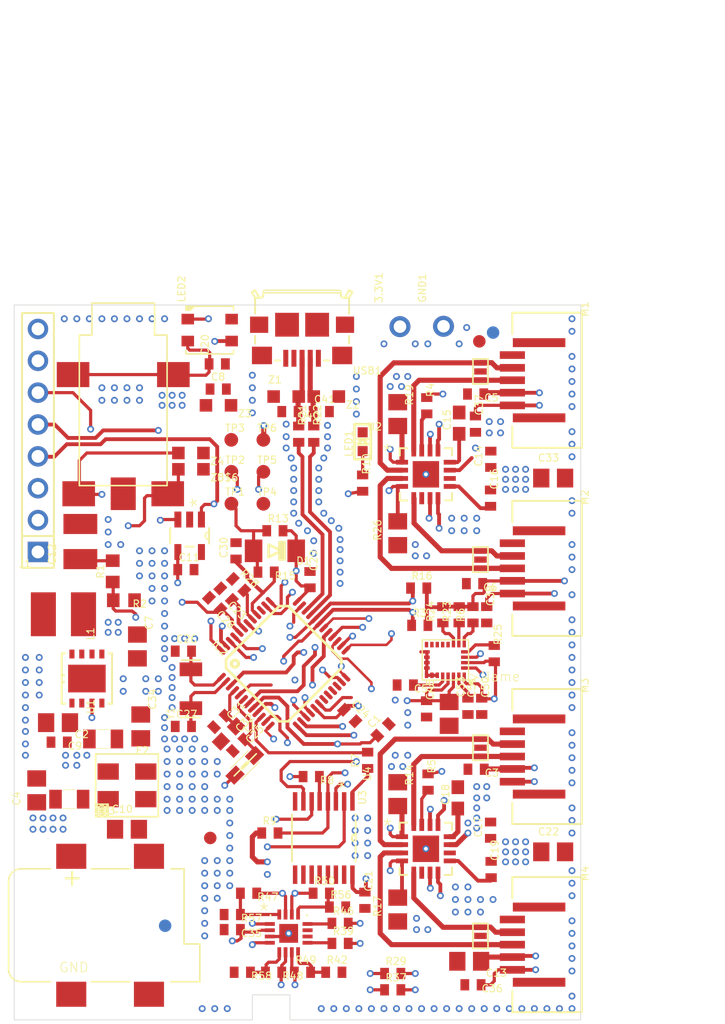
<source format=kicad_pcb>
(kicad_pcb (version 20171130) (host pcbnew 5.1.4-e60b266~84~ubuntu18.04.1)
  (layers (0 Top signal) (1 Route2 signal) (2 Route15 signal) (31 Bottom signal) (34 B.Paste user) (35 F.Paste user) (36 B.SilkS user) (37 F.SilkS user) (38 B.Mask user) (39 F.Mask user) (44 Edge.Cuts user))
  (net 0 "")
  (net 1 GND)
  (net 2 +12V)
  (net 3 SDA)
  (net 4 SCL)
  (net 5 MOTOR1_OPEN)
  (net 6 MOTOR1_CLOSE)
  (net 7 MOTOR2_OPEN)
  (net 8 MOTOR2_CLOSE)
  (net 9 MOTOR3_OPEN)
  (net 10 MOTOR3_CLOSE)
  (net 11 MOTOR4_OPEN)
  (net 12 MOTOR4_CLOSE)
  (net 13 EMG_ADC_1)
  (net 14 MOTOR1_SENSE)
  (net 15 MOTOR2_SENSE)
  (net 16 MOTOR3_SENSE)
  (net 17 MOTOR4_SENSE)
  (net 18 EMG_ADC_0)
  (net 19 RESET)
  (net 20 COMMS_SWITCH)
  (net 21 +3V3)
  (net 22 M3-ISENSE-OUT)
  (net 23 D-)
  (net 24 D+)
  (net 25 TXD)
  (net 26 RXD)
  (net 27 PA30_SWCLK)
  (net 28 PA31_SWDIO)
  (net 29 M2-ISENSE-OUT)
  (net 30 M1-ISENSE-OUT)
  (net 31 M4-ISENSE-OUT)
  (net 32 NEOPIXEL)
  (net 33 NEOPIXEL_OUT)
  (net 34 BROKENOUT)
  (net 35 M1-ISENSE)
  (net 36 M2-ISENSE)
  (net 37 M3-ISENSE)
  (net 38 M4-ISENSE)
  (net 39 "Net-(C40-Pad1)")
  (net 40 "Net-(C41-Pad1)")
  (net 41 "Net-(USB1-PadP1)")
  (net 42 "Net-(U4-Pad15)")
  (net 43 "Net-(U4-Pad14)")
  (net 44 "Net-(U4-Pad13)")
  (net 45 "Net-(U4-Pad12)")
  (net 46 "Net-(U4-Pad11)")
  (net 47 "Net-(U4-Pad10)")
  (net 48 "Net-(U4-Pad9)")
  (net 49 "Net-(U$7-Pad3)")
  (net 50 "Net-(R8-Pad1)")
  (net 51 "Net-(U$7-Pad2)")
  (net 52 "Net-(R7-Pad1)")
  (net 53 "Net-(TP3-PadTP)")
  (net 54 "Net-(C2-Pad1)")
  (net 55 "Net-(L1-Pad1)")
  (net 56 "Net-(R1-Pad1)")
  (net 57 "Net-(C10-Pad2)")
  (net 58 "Net-(C10-Pad1)")
  (net 59 "Net-(C34-Pad1)")
  (net 60 "Net-(LED1-PadA)")
  (net 61 "/ATMEGA 2560/VDDCORE")
  (net 62 "/ATMEGA 2560/PA28_USB_HOST_EN")
  (net 63 "/ATMEGA 2560/TARGET_RESET_EDBG")
  (net 64 "/ATMEGA 2560/PA27_TX_LED")
  (net 65 "/ATMEGA 2560/DGI_GPIO0")
  (net 66 "/ATMEGA 2560/PB12_S4_SPI_MISO")
  (net 67 "/ATMEGA 2560/PB11_S4_SPI_SCK")
  (net 68 "/ATMEGA 2560/PB10_S4_SPI_MOSI")
  (net 69 "Net-(C25-Pad1)")
  (net 70 "/ATMEGA 2560/PA03_AREFA")
  (net 71 "/ATMEGA 2560/XTAL_OUT")
  (net 72 "/ATMEGA 2560/XTAL_IN")
  (net 73 "Net-(M1-Pad3)")
  (net 74 "Net-(R4-Pad2)")
  (net 75 "Net-(C15-Pad1)")
  (net 76 "Net-(C16-Pad2)")
  (net 77 "Net-(U2-Pad6)")
  (net 78 "Net-(M2-Pad4)")
  (net 79 "Net-(M2-Pad3)")
  (net 80 "Net-(M1-Pad4)")
  (net 81 "Net-(C19-Pad2)")
  (net 82 "Net-(M3-Pad3)")
  (net 83 "Net-(R5-Pad2)")
  (net 84 "Net-(C18-Pad1)")
  (net 85 "Net-(U3-Pad6)")
  (net 86 "Net-(M4-Pad4)")
  (net 87 "Net-(M4-Pad3)")
  (net 88 "Net-(M3-Pad4)")
  (net 89 "Net-(R47-Pad2)")
  (net 90 "Net-(R50-Pad2)")
  (net 91 "Net-(R46-Pad1)")
  (net 92 "Net-(R39-Pad1)")
  (net 93 "Net-(R42-Pad1)")
  (net 94 "Net-(R48-Pad2)")
  (net 95 "Net-(R29-Pad1)")
  (net 96 "Net-(R37-Pad1)")
  (net 97 "Net-(C51-Pad1)")
  (net 98 "Net-(C52-Pad1)")
  (net 99 /Perhiperals/DEN_A/G)
  (net 100 /Perhiperals/INT2_A/G)
  (net 101 /Perhiperals/INT1_A/G)
  (net 102 /Perhiperals/INT_M)
  (net 103 /Perhiperals/DRDY_M)
  (net 104 "Net-(R24-Pad1)")
  (net 105 "Net-(R23-Pad1)")
  (net 106 "Net-(R6-Pad1)")
  (net 107 "Net-(R25-Pad1)")
  (module "Chestnut V2.0:1X01_ROUND" (layer Top) (at 160.1517 78.2013)
    (fp_text reference GND1 (at -1.3462 -1.8288 90) (layer F.SilkS) (effects (font (size 0.57912 0.57912) (thickness 0.086868)) (justify left bottom)))
    (fp_text value DNF)
    (pad 1 thru_hole circle (at 0 0 90) (size 1.6764 1.6764) (drill 1) (layers *.Cu *.Mask) (net 1 GND))
  )
  (module "Chestnut V2.0:1X01_ROUND" (layer Top) (at 156.6784 78.2294)
    (fp_text reference 3.3V1 (at -1.3462 -1.8288 90) (layer F.SilkS) (effects (font (size 0.57912 0.57912) (thickness 0.086868)) (justify left bottom)))
    (fp_text value DNF)
    (pad 1 thru_hole circle (at 0 0 90) (size 1.6764 1.6764) (drill 1) (layers *.Cu *.Mask) (net 21 +3V3))
  )
  (module "Chestnut V2.0:C0402" (layer Top) (at 162.7513 113.5178 180)
    (fp_text reference C3 (at -0.635 -0.635) (layer F.SilkS) (effects (font (size 0.57912 0.57912) (thickness 0.086868)) (justify left bottom)))
    (fp_text value 100nF)
    (pad 2 smd rect (at 0.65 0 180) (size 0.7 0.9) (layers Top F.Paste F.Mask) (net 1 GND))
    (pad 1 smd rect (at -0.65 0 180) (size 0.7 0.9) (layers Top F.Paste F.Mask) (net 21 +3V3))
  )
  (module "Chestnut V2.0:C0402" (layer Top) (at 162.7157 83.6034 180)
    (fp_text reference C5 (at -0.635 -0.635) (layer F.SilkS) (effects (font (size 0.57912 0.57912) (thickness 0.086868)) (justify left bottom)))
    (fp_text value 100nF)
    (pad 2 smd rect (at 0.65 0 180) (size 0.7 0.9) (layers Top F.Paste F.Mask) (net 1 GND))
    (pad 1 smd rect (at -0.65 0 180) (size 0.7 0.9) (layers Top F.Paste F.Mask) (net 21 +3V3))
  )
  (module "Chestnut V2.0:C0402" (layer Top) (at 162.6259 98.7204 180)
    (fp_text reference C6 (at -0.635 -0.635) (layer F.SilkS) (effects (font (size 0.57912 0.57912) (thickness 0.086868)) (justify left bottom)))
    (fp_text value 100nF)
    (pad 2 smd rect (at 0.65 0 180) (size 0.7 0.9) (layers Top F.Paste F.Mask) (net 1 GND))
    (pad 1 smd rect (at -0.65 0 180) (size 0.7 0.9) (layers Top F.Paste F.Mask) (net 21 +3V3))
  )
  (module "Chestnut V2.0:C0402" (layer Top) (at 142.1791 83.2074)
    (fp_text reference C8 (at -0.635 -0.635) (layer F.SilkS) (effects (font (size 0.57912 0.57912) (thickness 0.086868)) (justify left bottom)))
    (fp_text value 100nF)
    (pad 2 smd rect (at 0.65 0) (size 0.7 0.9) (layers Top F.Paste F.Mask) (net 1 GND))
    (pad 1 smd rect (at -0.65 0) (size 0.7 0.9) (layers Top F.Paste F.Mask) (net 21 +3V3))
  )
  (module "Chestnut V2.0:C0402" (layer Top) (at 129.4907 111.3596 180)
    (fp_text reference C9 (at -0.635 -0.635) (layer F.SilkS) (effects (font (size 0.57912 0.57912) (thickness 0.086868)) (justify left bottom)))
    (fp_text value 100nF)
    (pad 2 smd rect (at 0.65 0 180) (size 0.7 0.9) (layers Top F.Paste F.Mask) (net 1 GND))
    (pad 1 smd rect (at -0.65 0 180) (size 0.7 0.9) (layers Top F.Paste F.Mask) (net 54 "Net-(C2-Pad1)"))
  )
  (module "Chestnut V2.0:C1210" (layer Top) (at 131.1831 95.3632 90)
    (fp_text reference C12 (at -1.905 -1.905 90) (layer F.SilkS) (effects (font (size 0.57912 0.57912) (thickness 0.086868)) (justify left bottom)))
    (fp_text value 22uF)
    (pad 2 smd rect (at 1.4 0 90) (size 1.6 2.7) (layers Top F.Paste F.Mask) (net 1 GND))
    (pad 1 smd rect (at -1.4 0 90) (size 1.6 2.7) (layers Top F.Paste F.Mask) (net 21 +3V3))
  )
  (module "Chestnut V2.0:FIDUCIAL_G10" (layer Bottom) (at 137.9449 125.996 270)
    (fp_text reference U$1 hide)
    (fp_text value "" hide)
    (fp_circle (center 0 0) (end 0.25 0) (layer Bottom) (width 0.5))
  )
  (module "Chestnut V2.0:FIDUCIAL_G10" (layer Top) (at 163.0072 79.4028 270)
    (fp_text reference U$2 hide)
    (fp_text value "" hide)
    (fp_circle (center 0 0) (end 0.25 0) (layer Top) (width 0.5))
  )
  (module "Chestnut V2.0:C0402" (layer Top) (at 163.9247 88.8048 90)
    (fp_text reference C14 (at -0.635 -0.635 90) (layer F.SilkS) (effects (font (size 0.57912 0.57912) (thickness 0.086868)) (justify left bottom)))
    (fp_text value 100nF)
    (pad 2 smd rect (at 0.65 0 90) (size 0.7 0.9) (layers Top F.Paste F.Mask) (net 1 GND))
    (pad 1 smd rect (at -0.65 0 90) (size 0.7 0.9) (layers Top F.Paste F.Mask) (net 2 +12V))
  )
  (module "Chestnut V2.0:C0402" (layer Top) (at 163.9505 121.5126 270)
    (fp_text reference C19 (at -0.635 -0.635 90) (layer F.SilkS) (effects (font (size 0.57912 0.57912) (thickness 0.086868)) (justify left bottom)))
    (fp_text value 10nF)
    (pad 2 smd rect (at 0.65 0 270) (size 0.7 0.9) (layers Top F.Paste F.Mask) (net 81 "Net-(C19-Pad2)"))
    (pad 1 smd rect (at -0.65 0 270) (size 0.7 0.9) (layers Top F.Paste F.Mask) (net 2 +12V))
  )
  (module "Chestnut V2.0:QFN65P400X400X80-17N" (layer Top) (at 158.7461 119.8602)
    (fp_text reference U3 (at -4.7244 -3.4544 90) (layer F.SilkS) (effects (font (size 0.57912 0.57912) (thickness 0.086868)) (justify left bottom)))
    (fp_text value DRV8833RTYT)
    (fp_text user * (at -3.5814 -1.0414) (layer F.SilkS) (effects (font (size 1.2065 1.2065) (thickness 0.0762)) (justify left bottom)))
    (pad 17 smd rect (at 0 0) (size 2.1082 2.1082) (layers Top F.Paste F.Mask) (net 1 GND))
    (pad 16 smd rect (at -0.9652 -1.905 180) (size 0.381 0.9652) (layers Top F.Paste F.Mask) (net 82 "Net-(M3-Pad3)"))
    (pad 15 smd rect (at -0.3302 -1.905 180) (size 0.381 0.9652) (layers Top F.Paste F.Mask) (net 83 "Net-(R5-Pad2)"))
    (pad 14 smd rect (at 0.3302 -1.905 180) (size 0.381 0.9652) (layers Top F.Paste F.Mask) (net 9 MOTOR3_OPEN))
    (pad 13 smd rect (at 0.9652 -1.905 180) (size 0.381 0.9652) (layers Top F.Paste F.Mask) (net 10 MOTOR3_CLOSE))
    (pad 12 smd rect (at 1.905 -0.9652 270) (size 0.381 0.9652) (layers Top F.Paste F.Mask) (net 84 "Net-(C18-Pad1)"))
    (pad 11 smd rect (at 1.905 -0.3302 270) (size 0.381 0.9652) (layers Top F.Paste F.Mask) (net 1 GND))
    (pad 10 smd rect (at 1.905 0.3302 270) (size 0.381 0.9652) (layers Top F.Paste F.Mask) (net 2 +12V))
    (pad 9 smd rect (at 1.905 0.9652 270) (size 0.381 0.9652) (layers Top F.Paste F.Mask) (net 81 "Net-(C19-Pad2)"))
    (pad 8 smd rect (at 0.9652 1.905 180) (size 0.381 0.9652) (layers Top F.Paste F.Mask) (net 12 MOTOR4_CLOSE))
    (pad 7 smd rect (at 0.3302 1.905 180) (size 0.381 0.9652) (layers Top F.Paste F.Mask) (net 11 MOTOR4_OPEN))
    (pad 6 smd rect (at -0.3302 1.905 180) (size 0.381 0.9652) (layers Top F.Paste F.Mask) (net 85 "Net-(U3-Pad6)"))
    (pad 5 smd rect (at -0.9652 1.905 180) (size 0.381 0.9652) (layers Top F.Paste F.Mask) (net 86 "Net-(M4-Pad4)"))
    (pad 4 smd rect (at -1.905 0.9652 270) (size 0.381 0.9652) (layers Top F.Paste F.Mask) (net 38 M4-ISENSE))
    (pad 3 smd rect (at -1.905 0.3302 270) (size 0.381 0.9652) (layers Top F.Paste F.Mask) (net 87 "Net-(M4-Pad3)"))
    (pad 2 smd rect (at -1.905 -0.3302 270) (size 0.381 0.9652) (layers Top F.Paste F.Mask) (net 88 "Net-(M3-Pad4)"))
    (pad 1 smd rect (at -1.905 -0.9652 270) (size 0.381 0.9652) (layers Top F.Paste F.Mask) (net 37 M3-ISENSE))
  )
  (module "Chestnut V2.0:QFN65P400X400X80-17N" (layer Top) (at 158.7461 90.0036)
    (fp_text reference U2 (at -4.7244 -3.4544) (layer F.SilkS) (effects (font (size 0.57912 0.57912) (thickness 0.086868)) (justify left bottom)))
    (fp_text value DRV8833RTYT)
    (fp_text user * (at -3.5814 -1.0414) (layer F.SilkS) (effects (font (size 1.2065 1.2065) (thickness 0.0762)) (justify left bottom)))
    (pad 17 smd rect (at 0 0) (size 2.1082 2.1082) (layers Top F.Paste F.Mask) (net 1 GND))
    (pad 16 smd rect (at -0.9652 -1.905 180) (size 0.381 0.9652) (layers Top F.Paste F.Mask) (net 73 "Net-(M1-Pad3)"))
    (pad 15 smd rect (at -0.3302 -1.905 180) (size 0.381 0.9652) (layers Top F.Paste F.Mask) (net 74 "Net-(R4-Pad2)"))
    (pad 14 smd rect (at 0.3302 -1.905 180) (size 0.381 0.9652) (layers Top F.Paste F.Mask) (net 5 MOTOR1_OPEN))
    (pad 13 smd rect (at 0.9652 -1.905 180) (size 0.381 0.9652) (layers Top F.Paste F.Mask) (net 6 MOTOR1_CLOSE))
    (pad 12 smd rect (at 1.905 -0.9652 270) (size 0.381 0.9652) (layers Top F.Paste F.Mask) (net 75 "Net-(C15-Pad1)"))
    (pad 11 smd rect (at 1.905 -0.3302 270) (size 0.381 0.9652) (layers Top F.Paste F.Mask) (net 1 GND))
    (pad 10 smd rect (at 1.905 0.3302 270) (size 0.381 0.9652) (layers Top F.Paste F.Mask) (net 2 +12V))
    (pad 9 smd rect (at 1.905 0.9652 270) (size 0.381 0.9652) (layers Top F.Paste F.Mask) (net 76 "Net-(C16-Pad2)"))
    (pad 8 smd rect (at 0.9652 1.905 180) (size 0.381 0.9652) (layers Top F.Paste F.Mask) (net 8 MOTOR2_CLOSE))
    (pad 7 smd rect (at 0.3302 1.905 180) (size 0.381 0.9652) (layers Top F.Paste F.Mask) (net 7 MOTOR2_OPEN))
    (pad 6 smd rect (at -0.3302 1.905 180) (size 0.381 0.9652) (layers Top F.Paste F.Mask) (net 77 "Net-(U2-Pad6)"))
    (pad 5 smd rect (at -0.9652 1.905 180) (size 0.381 0.9652) (layers Top F.Paste F.Mask) (net 78 "Net-(M2-Pad4)"))
    (pad 4 smd rect (at -1.905 0.9652 270) (size 0.381 0.9652) (layers Top F.Paste F.Mask) (net 36 M2-ISENSE))
    (pad 3 smd rect (at -1.905 0.3302 270) (size 0.381 0.9652) (layers Top F.Paste F.Mask) (net 79 "Net-(M2-Pad3)"))
    (pad 2 smd rect (at -1.905 -0.3302 270) (size 0.381 0.9652) (layers Top F.Paste F.Mask) (net 80 "Net-(M1-Pad4)"))
    (pad 1 smd rect (at -1.905 -0.9652 270) (size 0.381 0.9652) (layers Top F.Paste F.Mask) (net 35 M1-ISENSE))
  )
  (module "Chestnut V2.0:R0402" (layer Top) (at 158.8159 84.5346 270)
    (fp_text reference R4 (at -0.635 -0.635 90) (layer F.SilkS) (effects (font (size 0.57912 0.57912) (thickness 0.086868)) (justify left bottom)))
    (fp_text value 10K)
    (pad 2 smd rect (at 0.65 0 270) (size 0.7 0.9) (layers Top F.Paste F.Mask) (net 74 "Net-(R4-Pad2)"))
    (pad 1 smd rect (at -0.65 0 270) (size 0.7 0.9) (layers Top F.Paste F.Mask) (net 21 +3V3))
  )
  (module "Chestnut V2.0:C0402" (layer Top) (at 163.9043 91.9024 270)
    (fp_text reference C16 (at -0.635 -0.635 90) (layer F.SilkS) (effects (font (size 0.57912 0.57912) (thickness 0.086868)) (justify left bottom)))
    (fp_text value 10nF)
    (pad 2 smd rect (at 0.65 0 270) (size 0.7 0.9) (layers Top F.Paste F.Mask) (net 76 "Net-(C16-Pad2)"))
    (pad 1 smd rect (at -0.65 0 270) (size 0.7 0.9) (layers Top F.Paste F.Mask) (net 2 +12V))
  )
  (module "Chestnut V2.0:C0603" (layer Top) (at 161.4023 85.9262 90)
    (fp_text reference C15 (at -0.635 -0.635 90) (layer F.SilkS) (effects (font (size 0.57912 0.57912) (thickness 0.086868)) (justify left bottom)))
    (fp_text value 2.2uF)
    (pad 2 smd rect (at 0.85 0 90) (size 1.1 1) (layers Top F.Paste F.Mask) (net 1 GND))
    (pad 1 smd rect (at -0.85 0 90) (size 1.1 1) (layers Top F.Paste F.Mask) (net 75 "Net-(C15-Pad1)"))
  )
  (module "Chestnut V2.0:C0402" (layer Top) (at 163.9085 118.377 90)
    (fp_text reference C17 (at -0.635 -0.635 90) (layer F.SilkS) (effects (font (size 0.57912 0.57912) (thickness 0.086868)) (justify left bottom)))
    (fp_text value 100nF)
    (pad 2 smd rect (at 0.65 0 90) (size 0.7 0.9) (layers Top F.Paste F.Mask) (net 1 GND))
    (pad 1 smd rect (at -0.65 0 90) (size 0.7 0.9) (layers Top F.Paste F.Mask) (net 2 +12V))
  )
  (module "Chestnut V2.0:C0603" (layer Top) (at 161.2939 115.8008 90)
    (fp_text reference C18 (at -0.635 -0.635 90) (layer F.SilkS) (effects (font (size 0.57912 0.57912) (thickness 0.086868)) (justify left bottom)))
    (fp_text value 2.2uF)
    (pad 2 smd rect (at 0.85 0 90) (size 1.1 1) (layers Top F.Paste F.Mask) (net 1 GND))
    (pad 1 smd rect (at -0.85 0 90) (size 1.1 1) (layers Top F.Paste F.Mask) (net 84 "Net-(C18-Pad1)"))
  )
  (module "Chestnut V2.0:R0402" (layer Top) (at 158.9181 114.5386 270)
    (fp_text reference R5 (at -0.635 -0.635 90) (layer F.SilkS) (effects (font (size 0.57912 0.57912) (thickness 0.086868)) (justify left bottom)))
    (fp_text value 10K)
    (pad 2 smd rect (at 0.65 0 270) (size 0.7 0.9) (layers Top F.Paste F.Mask) (net 83 "Net-(R5-Pad2)"))
    (pad 1 smd rect (at -0.65 0 270) (size 0.7 0.9) (layers Top F.Paste F.Mask) (net 21 +3V3))
  )
  (module "Chestnut V2.0:FCI_SFW5R-1STE1LF" (layer Top) (at 162.9011 112.5036 270)
    (fp_text reference M3 (at -5.0038 -8.8646 270) (layer F.SilkS) (effects (font (size 0.57912 0.57912) (thickness 0.086868)) (justify left bottom)))
    (fp_text value SFW5R-1STE1LF)
    (pad 7 smd rect (at 2.9972 -4.8768 270) (size 0.7112 4.191) (layers Top F.Paste F.Mask))
    (pad 6 smd rect (at -2.9972 -4.8768 270) (size 0.7112 4.191) (layers Top F.Paste F.Mask))
    (pad 5 smd rect (at -2.0066 -2.7432 180) (size 2.0066 0.6096) (layers Top F.Paste F.Mask) (net 1 GND))
    (pad 4 smd rect (at -0.9906 -2.7432 180) (size 2.0066 0.6096) (layers Top F.Paste F.Mask) (net 88 "Net-(M3-Pad4)"))
    (pad 3 smd rect (at 0 -2.7432 180) (size 2.0066 0.6096) (layers Top F.Paste F.Mask) (net 82 "Net-(M3-Pad3)"))
    (pad 2 smd rect (at 0.9906 -2.7432 180) (size 2.0066 0.6096) (layers Top F.Paste F.Mask) (net 21 +3V3))
    (pad 1 smd rect (at 2.0066 -2.7432 180) (size 2.0066 0.6096) (layers Top F.Paste F.Mask) (net 16 MOTOR3_SENSE))
  )
  (module "Chestnut V2.0:FCI_SFW5R-1STE1LF" (layer Top) (at 162.9011 127.5036 270)
    (fp_text reference M4 (at -5.0038 -8.8646 270) (layer F.SilkS) (effects (font (size 0.57912 0.57912) (thickness 0.086868)) (justify left bottom)))
    (fp_text value SFW5R-1STE1LF)
    (pad 7 smd rect (at 2.9972 -4.8768 270) (size 0.7112 4.191) (layers Top F.Paste F.Mask))
    (pad 6 smd rect (at -2.9972 -4.8768 270) (size 0.7112 4.191) (layers Top F.Paste F.Mask))
    (pad 5 smd rect (at -2.0066 -2.7432 180) (size 2.0066 0.6096) (layers Top F.Paste F.Mask) (net 1 GND))
    (pad 4 smd rect (at -0.9906 -2.7432 180) (size 2.0066 0.6096) (layers Top F.Paste F.Mask) (net 86 "Net-(M4-Pad4)"))
    (pad 3 smd rect (at 0 -2.7432 180) (size 2.0066 0.6096) (layers Top F.Paste F.Mask) (net 87 "Net-(M4-Pad3)"))
    (pad 2 smd rect (at 0.9906 -2.7432 180) (size 2.0066 0.6096) (layers Top F.Paste F.Mask) (net 21 +3V3))
    (pad 1 smd rect (at 2.0066 -2.7432 180) (size 2.0066 0.6096) (layers Top F.Paste F.Mask) (net 17 MOTOR4_SENSE))
  )
  (module "Chestnut V2.0:FCI_SFW5R-1STE1LF" (layer Top) (at 162.9011 82.5036 270)
    (fp_text reference M1 (at -5.0038 -8.8646 270) (layer F.SilkS) (effects (font (size 0.57912 0.57912) (thickness 0.086868)) (justify left bottom)))
    (fp_text value SFW5R-1STE1LF)
    (pad 7 smd rect (at 2.9972 -4.8768 270) (size 0.7112 4.191) (layers Top F.Paste F.Mask))
    (pad 6 smd rect (at -2.9972 -4.8768 270) (size 0.7112 4.191) (layers Top F.Paste F.Mask))
    (pad 5 smd rect (at -2.0066 -2.7432 180) (size 2.0066 0.6096) (layers Top F.Paste F.Mask) (net 1 GND))
    (pad 4 smd rect (at -0.9906 -2.7432 180) (size 2.0066 0.6096) (layers Top F.Paste F.Mask) (net 80 "Net-(M1-Pad4)"))
    (pad 3 smd rect (at 0 -2.7432 180) (size 2.0066 0.6096) (layers Top F.Paste F.Mask) (net 73 "Net-(M1-Pad3)"))
    (pad 2 smd rect (at 0.9906 -2.7432 180) (size 2.0066 0.6096) (layers Top F.Paste F.Mask) (net 21 +3V3))
    (pad 1 smd rect (at 2.0066 -2.7432 180) (size 2.0066 0.6096) (layers Top F.Paste F.Mask) (net 14 MOTOR1_SENSE))
  )
  (module "Chestnut V2.0:FCI_SFW5R-1STE1LF" (layer Top) (at 162.9011 97.5036 270)
    (fp_text reference M2 (at -5.0038 -8.8646 270) (layer F.SilkS) (effects (font (size 0.57912 0.57912) (thickness 0.086868)) (justify left bottom)))
    (fp_text value SFW5R-1STE1LF)
    (pad 7 smd rect (at 2.9972 -4.8768 270) (size 0.7112 4.191) (layers Top F.Paste F.Mask))
    (pad 6 smd rect (at -2.9972 -4.8768 270) (size 0.7112 4.191) (layers Top F.Paste F.Mask))
    (pad 5 smd rect (at -2.0066 -2.7432 180) (size 2.0066 0.6096) (layers Top F.Paste F.Mask) (net 1 GND))
    (pad 4 smd rect (at -0.9906 -2.7432 180) (size 2.0066 0.6096) (layers Top F.Paste F.Mask) (net 78 "Net-(M2-Pad4)"))
    (pad 3 smd rect (at 0 -2.7432 180) (size 2.0066 0.6096) (layers Top F.Paste F.Mask) (net 79 "Net-(M2-Pad3)"))
    (pad 2 smd rect (at 0.9906 -2.7432 180) (size 2.0066 0.6096) (layers Top F.Paste F.Mask) (net 21 +3V3))
    (pad 1 smd rect (at 2.0066 -2.7432 180) (size 2.0066 0.6096) (layers Top F.Paste F.Mask) (net 15 MOTOR2_SENSE))
  )
  (module "Chestnut V2.0:C0805" (layer Top) (at 135.7341 103.729 270)
    (fp_text reference C7 (at -1.27 -1.27 90) (layer F.SilkS) (effects (font (size 0.57912 0.57912) (thickness 0.086868)) (justify left bottom)))
    (fp_text value 10uF)
    (pad 2 smd rect (at 0.95 0 270) (size 1.3 1.5) (layers Top F.Paste F.Mask) (net 1 GND))
    (pad 1 smd rect (at -0.95 0 270) (size 1.3 1.5) (layers Top F.Paste F.Mask) (net 54 "Net-(C2-Pad1)"))
  )
  (module "Chestnut V2.0:C0805" (layer Top) (at 162.2023 128.8298 180)
    (fp_text reference C13 (at -1.27 -1.27) (layer F.SilkS) (effects (font (size 0.57912 0.57912) (thickness 0.086868)) (justify left bottom)))
    (fp_text value 10uF)
    (pad 2 smd rect (at 0.95 0 180) (size 1.3 1.5) (layers Top F.Paste F.Mask) (net 1 GND))
    (pad 1 smd rect (at -0.95 0 180) (size 1.3 1.5) (layers Top F.Paste F.Mask) (net 21 +3V3))
  )
  (module "Chestnut V2.0:CONN_USB_MICRO-B" (layer Top) (at 148.8701 78.0768 180)
    (fp_text reference USB1 (at -4 -4) (layer F.SilkS) (effects (font (size 0.57912 0.57912) (thickness 0.086868)) (justify left bottom)))
    (fp_text value CON-USB-F-MICRO-B)
    (pad P3 smd rect (at 0 -2.675 180) (size 0.4 1.35) (layers Top F.Paste F.Mask) (net 39 "Net-(C40-Pad1)"))
    (pad P4 smd rect (at 0.65 -2.675 180) (size 0.4 1.35) (layers Top F.Paste F.Mask) (net 1 GND))
    (pad P2 smd rect (at -0.65 -2.675 180) (size 0.4 1.35) (layers Top F.Paste F.Mask) (net 40 "Net-(C41-Pad1)"))
    (pad P5 smd rect (at 1.3 -2.675 180) (size 0.4 1.35) (layers Top F.Paste F.Mask) (net 1 GND))
    (pad P1 smd rect (at -1.3 -2.675 180) (size 0.4 1.35) (layers Top F.Paste F.Mask) (net 41 "Net-(USB1-PadP1)"))
    (pad BODY@4 smd rect (at 1.2 0 180) (size 1.9 1.9) (layers Top F.Paste F.Mask))
    (pad BODY@5 smd rect (at -1.2 0 180) (size 1.9 1.9) (layers Top F.Paste F.Mask))
    (pad BODY@3 smd rect (at 3.425 0 180) (size 1.45 1.3) (layers Top F.Paste F.Mask))
    (pad BODY@6 smd rect (at -3.425 0 180) (size 1.45 1.3) (layers Top F.Paste F.Mask))
    (pad BODY@2 smd rect (at 3.2 -2.45 180) (size 1.6 1.4) (layers Top F.Paste F.Mask))
    (pad BODY@1 smd rect (at -3.2 -2.45 180) (size 1.6 1.4) (layers Top F.Paste F.Mask))
  )
  (module "Chestnut V2.0:DFN400X400X100-9N" (layer Top) (at 131.7039 106.2872 90)
    (fp_text reference U1 (at -2.8702 0.635 90) (layer F.SilkS) (effects (font (size 0.57912 0.57912) (thickness 0.086868)) (justify left bottom)))
    (fp_text value ST1S10PUR)
    (pad 9 smd rect (at 0 0 90) (size 2.2098 2.9972) (layers Top F.Paste F.Mask) (net 1 GND))
    (pad 8 smd rect (at 1.9558 -1.1938 90) (size 0.7112 0.4064) (layers Top F.Paste F.Mask) (net 1 GND))
    (pad 7 smd rect (at 1.9558 -0.4064 90) (size 0.7112 0.4064) (layers Top F.Paste F.Mask) (net 55 "Net-(L1-Pad1)"))
    (pad 6 smd rect (at 1.9558 0.4064 90) (size 0.7112 0.4064) (layers Top F.Paste F.Mask) (net 54 "Net-(C2-Pad1)"))
    (pad 5 smd rect (at 1.9558 1.1938 90) (size 0.7112 0.4064) (layers Top F.Paste F.Mask) (net 1 GND))
    (pad 4 smd rect (at -1.9558 1.1938 90) (size 0.7112 0.4064) (layers Top F.Paste F.Mask) (net 1 GND))
    (pad 3 smd rect (at -1.9558 0.4064 90) (size 0.7112 0.4064) (layers Top F.Paste F.Mask) (net 56 "Net-(R1-Pad1)"))
    (pad 2 smd rect (at -1.9558 -0.4064 90) (size 0.7112 0.4064) (layers Top F.Paste F.Mask) (net 54 "Net-(C2-Pad1)"))
    (pad 1 smd rect (at -1.9558 -1.1938 90) (size 0.7112 0.4064) (layers Top F.Paste F.Mask) (net 54 "Net-(C2-Pad1)"))
  )
  (module "Chestnut V2.0:R0603" (layer Top) (at 133.7615 97.7402 90)
    (fp_text reference R1 (at -0.635 -0.635 90) (layer F.SilkS) (effects (font (size 0.57912 0.57912) (thickness 0.086868)) (justify left bottom)))
    (fp_text value 62.5K)
    (pad 2 smd rect (at 0.85 0 90) (size 1 1.1) (layers Top F.Paste F.Mask) (net 21 +3V3))
    (pad 1 smd rect (at -0.85 0 90) (size 1 1.1) (layers Top F.Paste F.Mask) (net 56 "Net-(R1-Pad1)"))
  )
  (module "Chestnut V2.0:R0603" (layer Top) (at 134.6569 100.0436 180)
    (fp_text reference R2 (at -0.635 -0.635) (layer F.SilkS) (effects (font (size 0.57912 0.57912) (thickness 0.086868)) (justify left bottom)))
    (fp_text value 20K)
    (pad 2 smd rect (at 0.85 0 180) (size 1 1.1) (layers Top F.Paste F.Mask) (net 56 "Net-(R1-Pad1)"))
    (pad 1 smd rect (at -0.85 0 180) (size 1 1.1) (layers Top F.Paste F.Mask) (net 1 GND))
  )
  (module "Chestnut V2.0:L1812" (layer Top) (at 129.8321 101.1634 180)
    (fp_text reference L1 (at -2.5 -2.125 90) (layer F.SilkS) (effects (font (size 0.57912 0.57912) (thickness 0.086868)) (justify left bottom)))
    (fp_text value "L1812 - 3.3uH - 1800403RL")
    (pad 1 smd rect (at -1.6 0 180) (size 2 3.5) (layers Top F.Paste F.Mask) (net 55 "Net-(L1-Pad1)"))
    (pad 2 smd rect (at 1.6 0 180) (size 2 3.5) (layers Top F.Paste F.Mask) (net 21 +3V3))
  )
  (module "Chestnut V2.0:DCJACK_2MM_SMT" (layer Top) (at 130.4561 125.9578)
    (fp_text reference CN1 hide)
    (fp_text value "ManNum: 694106106102" hide)
    (fp_text user GND (at -1.016 3.81) (layer F.SilkS) (effects (font (size 0.77216 0.77216) (thickness 0.065024)) (justify left bottom)))
    (fp_text user + (at 0.762 -2.794 90) (layer F.SilkS) (effects (font (size 1.35128 1.35128) (thickness 0.170688)) (justify left bottom)))
    (pad "" np_thru_hole circle (at 4.5 0) (size 1.8 1.8) (drill 1.8) (layers *.Cu *.Mask))
    (pad "" np_thru_hole circle (at 0 0) (size 1.6 1.6) (drill 1.6) (layers *.Cu *.Mask))
    (pad GND smd rect (at 0 5.5) (size 2.4 2) (layers Top F.Paste F.Mask) (net 57 "Net-(C10-Pad2)"))
    (pad GNDBREAK smd rect (at 6.2 5.5) (size 2.4 2) (layers Top F.Paste F.Mask) (net 57 "Net-(C10-Pad2)"))
    (pad PWR2 smd rect (at 6.2 -5.5) (size 2.4 2) (layers Top F.Paste F.Mask))
    (pad PWR1 smd rect (at 0 -5.5) (size 2.4 2) (layers Top F.Paste F.Mask) (net 58 "Net-(C10-Pad1)"))
  )
  (module "Chestnut V2.0:FIDUCIAL_G10" (layer Bottom) (at 164.1072 78.7028 270)
    (fp_text reference U$3 hide)
    (fp_text value "" hide)
    (fp_circle (center 0 0) (end 0.25 0) (layer Bottom) (width 0.5))
  )
  (module "Chestnut V2.0:FIDUCIAL_G10" (layer Top) (at 141.5449 118.996 270)
    (fp_text reference U$4 hide)
    (fp_text value "" hide)
    (fp_circle (center 0 0) (end 0.25 0) (layer Top) (width 0.5))
  )
  (module "Chestnut V2.0:INTEGRATEDCIRCUITS_TQFP48-7X7" (layer Top) (at 147.4011 105.1036 45)
    (fp_text reference IC2 (at -3.06 -5.235 -45) (layer F.SilkS) (effects (font (size 0.57912 0.57912) (thickness 0.086868)) (justify left bottom)))
    (fp_text value SAMD21G18A-AUT)
    (pad 48 smd roundrect (at -2.75 -4.275 135) (size 0.85 0.32) (layers Top F.Paste F.Mask) (roundrect_rratio 0.4) (net 29 M2-ISENSE-OUT))
    (pad 47 smd roundrect (at -2.25 -4.275 135) (size 0.85 0.32) (layers Top F.Paste F.Mask) (roundrect_rratio 0.4) (net 22 M3-ISENSE-OUT))
    (pad 46 smd roundrect (at -1.75 -4.275 135) (size 0.85 0.32) (layers Top F.Paste F.Mask) (roundrect_rratio 0.4) (net 28 PA31_SWDIO))
    (pad 45 smd roundrect (at -1.25 -4.275 135) (size 0.85 0.32) (layers Top F.Paste F.Mask) (roundrect_rratio 0.4) (net 27 PA30_SWCLK))
    (pad 44 smd roundrect (at -0.75 -4.275 135) (size 0.85 0.32) (layers Top F.Paste F.Mask) (roundrect_rratio 0.4) (net 21 +3V3))
    (pad 43 smd roundrect (at -0.25 -4.275 135) (size 0.85 0.32) (layers Top F.Paste F.Mask) (roundrect_rratio 0.4) (net 61 "/ATMEGA 2560/VDDCORE"))
    (pad 42 smd roundrect (at 0.25 -4.275 135) (size 0.85 0.32) (layers Top F.Paste F.Mask) (roundrect_rratio 0.4) (net 1 GND))
    (pad 41 smd roundrect (at 0.75 -4.275 135) (size 0.85 0.32) (layers Top F.Paste F.Mask) (roundrect_rratio 0.4) (net 62 "/ATMEGA 2560/PA28_USB_HOST_EN"))
    (pad 40 smd roundrect (at 1.25 -4.275 135) (size 0.85 0.32) (layers Top F.Paste F.Mask) (roundrect_rratio 0.4) (net 63 "/ATMEGA 2560/TARGET_RESET_EDBG"))
    (pad 39 smd roundrect (at 1.75 -4.275 135) (size 0.85 0.32) (layers Top F.Paste F.Mask) (roundrect_rratio 0.4) (net 64 "/ATMEGA 2560/PA27_TX_LED"))
    (pad 38 smd roundrect (at 2.25 -4.275 135) (size 0.85 0.32) (layers Top F.Paste F.Mask) (roundrect_rratio 0.4) (net 26 RXD))
    (pad 37 smd roundrect (at 2.75 -4.275 135) (size 0.85 0.32) (layers Top F.Paste F.Mask) (roundrect_rratio 0.4) (net 25 TXD))
    (pad 36 smd roundrect (at 4.275 -2.75 45) (size 0.85 0.32) (layers Top F.Paste F.Mask) (roundrect_rratio 0.4) (net 21 +3V3))
    (pad 35 smd roundrect (at 4.275 -2.25 45) (size 0.85 0.32) (layers Top F.Paste F.Mask) (roundrect_rratio 0.4) (net 1 GND))
    (pad 34 smd roundrect (at 4.275 -1.75 45) (size 0.85 0.32) (layers Top F.Paste F.Mask) (roundrect_rratio 0.4) (net 24 D+))
    (pad 33 smd roundrect (at 4.275 -1.25 45) (size 0.85 0.32) (layers Top F.Paste F.Mask) (roundrect_rratio 0.4) (net 23 D-))
    (pad 32 smd roundrect (at 4.275 -0.75 45) (size 0.85 0.32) (layers Top F.Paste F.Mask) (roundrect_rratio 0.4) (net 4 SCL))
    (pad 31 smd roundrect (at 4.275 -0.25 45) (size 0.85 0.32) (layers Top F.Paste F.Mask) (roundrect_rratio 0.4) (net 3 SDA))
    (pad 30 smd roundrect (at 4.275 0.25 45) (size 0.85 0.32) (layers Top F.Paste F.Mask) (roundrect_rratio 0.4) (net 20 COMMS_SWITCH))
    (pad 29 smd roundrect (at 4.275 0.75 45) (size 0.85 0.32) (layers Top F.Paste F.Mask) (roundrect_rratio 0.4) (net 11 MOTOR4_OPEN))
    (pad 28 smd roundrect (at 4.275 1.25 45) (size 0.85 0.32) (layers Top F.Paste F.Mask) (roundrect_rratio 0.4) (net 10 MOTOR3_CLOSE))
    (pad 27 smd roundrect (at 4.275 1.75 45) (size 0.85 0.32) (layers Top F.Paste F.Mask) (roundrect_rratio 0.4) (net 8 MOTOR2_CLOSE))
    (pad 26 smd roundrect (at 4.275 2.25 45) (size 0.85 0.32) (layers Top F.Paste F.Mask) (roundrect_rratio 0.4) (net 34 BROKENOUT))
    (pad 25 smd roundrect (at 4.275 2.75 45) (size 0.85 0.32) (layers Top F.Paste F.Mask) (roundrect_rratio 0.4) (net 7 MOTOR2_OPEN))
    (pad 24 smd roundrect (at 2.75 4.275 135) (size 0.85 0.32) (layers Top F.Paste F.Mask) (roundrect_rratio 0.4) (net 9 MOTOR3_OPEN))
    (pad 23 smd roundrect (at 2.25 4.275 135) (size 0.85 0.32) (layers Top F.Paste F.Mask) (roundrect_rratio 0.4) (net 32 NEOPIXEL))
    (pad 22 smd roundrect (at 1.75 4.275 135) (size 0.85 0.32) (layers Top F.Paste F.Mask) (roundrect_rratio 0.4) (net 65 "/ATMEGA 2560/DGI_GPIO0"))
    (pad 21 smd roundrect (at 1.25 4.275 135) (size 0.85 0.32) (layers Top F.Paste F.Mask) (roundrect_rratio 0.4) (net 66 "/ATMEGA 2560/PB12_S4_SPI_MISO"))
    (pad 20 smd roundrect (at 0.75 4.275 135) (size 0.85 0.32) (layers Top F.Paste F.Mask) (roundrect_rratio 0.4) (net 67 "/ATMEGA 2560/PB11_S4_SPI_SCK"))
    (pad 19 smd roundrect (at 0.25 4.275 135) (size 0.85 0.32) (layers Top F.Paste F.Mask) (roundrect_rratio 0.4) (net 68 "/ATMEGA 2560/PB10_S4_SPI_MOSI"))
    (pad 18 smd roundrect (at -0.25 4.275 135) (size 0.85 0.32) (layers Top F.Paste F.Mask) (roundrect_rratio 0.4) (net 1 GND))
    (pad 17 smd roundrect (at -0.75 4.275 135) (size 0.85 0.32) (layers Top F.Paste F.Mask) (roundrect_rratio 0.4) (net 21 +3V3))
    (pad 16 smd roundrect (at -1.25 4.275 135) (size 0.85 0.32) (layers Top F.Paste F.Mask) (roundrect_rratio 0.4) (net 31 M4-ISENSE-OUT))
    (pad 15 smd roundrect (at -1.75 4.275 135) (size 0.85 0.32) (layers Top F.Paste F.Mask) (roundrect_rratio 0.4) (net 30 M1-ISENSE-OUT))
    (pad 14 smd roundrect (at -2.25 4.275 135) (size 0.85 0.32) (layers Top F.Paste F.Mask) (roundrect_rratio 0.4) (net 6 MOTOR1_CLOSE))
    (pad 13 smd roundrect (at -2.75 4.275 135) (size 0.85 0.32) (layers Top F.Paste F.Mask) (roundrect_rratio 0.4) (net 5 MOTOR1_OPEN))
    (pad 12 smd roundrect (at -4.275 2.75 45) (size 0.85 0.32) (layers Top F.Paste F.Mask) (roundrect_rratio 0.4) (net 12 MOTOR4_CLOSE))
    (pad 11 smd roundrect (at -4.275 2.25 45) (size 0.85 0.32) (layers Top F.Paste F.Mask) (roundrect_rratio 0.4) (net 13 EMG_ADC_1))
    (pad 10 smd roundrect (at -4.275 1.75 45) (size 0.85 0.32) (layers Top F.Paste F.Mask) (roundrect_rratio 0.4) (net 18 EMG_ADC_0))
    (pad 9 smd roundrect (at -4.275 1.25 45) (size 0.85 0.32) (layers Top F.Paste F.Mask) (roundrect_rratio 0.4) (net 17 MOTOR4_SENSE))
    (pad 8 smd roundrect (at -4.275 0.75 45) (size 0.85 0.32) (layers Top F.Paste F.Mask) (roundrect_rratio 0.4) (net 16 MOTOR3_SENSE))
    (pad 7 smd roundrect (at -4.275 0.25 45) (size 0.85 0.32) (layers Top F.Paste F.Mask) (roundrect_rratio 0.4) (net 15 MOTOR2_SENSE))
    (pad 6 smd roundrect (at -4.275 -0.25 45) (size 0.85 0.32) (layers Top F.Paste F.Mask) (roundrect_rratio 0.4) (net 69 "Net-(C25-Pad1)"))
    (pad 5 smd roundrect (at -4.275 -0.75 45) (size 0.85 0.32) (layers Top F.Paste F.Mask) (roundrect_rratio 0.4) (net 1 GND))
    (pad 4 smd roundrect (at -4.275 -1.25 45) (size 0.85 0.32) (layers Top F.Paste F.Mask) (roundrect_rratio 0.4) (net 70 "/ATMEGA 2560/PA03_AREFA"))
    (pad 3 smd roundrect (at -4.275 -1.75 45) (size 0.85 0.32) (layers Top F.Paste F.Mask) (roundrect_rratio 0.4) (net 14 MOTOR1_SENSE))
    (pad 2 smd roundrect (at -4.275 -2.25 45) (size 0.85 0.32) (layers Top F.Paste F.Mask) (roundrect_rratio 0.4) (net 71 "/ATMEGA 2560/XTAL_OUT"))
    (pad 1 smd roundrect (at -4.275 -2.75 45) (size 0.85 0.32) (layers Top F.Paste F.Mask) (roundrect_rratio 0.4) (net 72 "/ATMEGA 2560/XTAL_IN"))
  )
  (module "Chestnut V2.0:C0402" (layer Top) (at 142.806128 99.557157 135)
    (fp_text reference C23 (at -0.635 -0.635 -45) (layer F.SilkS) (effects (font (size 0.57912 0.57912) (thickness 0.086868)) (justify left bottom)))
    (fp_text value 100nF)
    (pad 2 smd rect (at 0.65 0 135) (size 0.7 0.9) (layers Top F.Paste F.Mask) (net 1 GND))
    (pad 1 smd rect (at -0.65 0 135) (size 0.7 0.9) (layers Top F.Paste F.Mask) (net 61 "/ATMEGA 2560/VDDCORE"))
  )
  (module "Chestnut V2.0:C0402" (layer Top) (at 152.671809 109.232891 315)
    (fp_text reference C24 (at -0.635 -0.635 135) (layer F.SilkS) (effects (font (size 0.57912 0.57912) (thickness 0.086868)) (justify left bottom)))
    (fp_text value 100nF)
    (pad 2 smd rect (at 0.65 0 315) (size 0.7 0.9) (layers Top F.Paste F.Mask) (net 1 GND))
    (pad 1 smd rect (at -0.65 0 315) (size 0.7 0.9) (layers Top F.Paste F.Mask) (net 21 +3V3))
  )
  (module "Chestnut V2.0:C0402" (layer Top) (at 143.8011 111.6036 225)
    (fp_text reference C25 (at -0.635 -0.635 225) (layer F.SilkS) (effects (font (size 0.57912 0.57912) (thickness 0.086868)) (justify left bottom)))
    (fp_text value 100nF)
    (pad 2 smd rect (at 0.65 0 225) (size 0.7 0.9) (layers Top F.Paste F.Mask) (net 1 GND))
    (pad 1 smd rect (at -0.65 0 225) (size 0.7 0.9) (layers Top F.Paste F.Mask) (net 69 "Net-(C25-Pad1)"))
  )
  (module "Chestnut V2.0:0805" (layer Top) (at 144.3011 113.2036 225)
    (fp_text reference L2 (at -1.905 1.5875 225) (layer F.SilkS) (effects (font (size 0.57912 0.57912) (thickness 0.086868)) (justify left bottom)))
    (fp_text value MH2029-300Y)
    (pad 2 smd rect (at 1.1 0 225) (size 1.2 1) (layers Top F.Paste F.Mask) (net 21 +3V3))
    (pad 1 smd rect (at -1.1 0 225) (size 1.2 1) (layers Top F.Paste F.Mask) (net 69 "Net-(C25-Pad1)"))
  )
  (module "Chestnut V2.0:RESONATOR_EPSON_FC_145" (layer Top) (at 140.0011 107.1036 90)
    (fp_text reference Y1 (at -2.54 -1.27 90) (layer F.SilkS) (effects (font (size 0.57912 0.57912) (thickness 0.086868)) (justify left bottom)))
    (fp_text value 32,768Khz_SMD hide)
    (pad P$2 smd rect (at 1.55 0 180) (size 1.8 1.1) (layers Top F.Paste F.Mask) (net 72 "/ATMEGA 2560/XTAL_IN"))
    (pad P$1 smd rect (at -1.55 0 180) (size 1.8 1.1) (layers Top F.Paste F.Mask) (net 71 "/ATMEGA 2560/XTAL_OUT"))
  )
  (module "Chestnut V2.0:C0402" (layer Top) (at 139.4011 104.1036)
    (fp_text reference C26 (at -0.635 -0.635) (layer F.SilkS) (effects (font (size 0.57912 0.57912) (thickness 0.086868)) (justify left bottom)))
    (fp_text value 22pF)
    (pad 2 smd rect (at 0.65 0) (size 0.7 0.9) (layers Top F.Paste F.Mask) (net 72 "/ATMEGA 2560/XTAL_IN"))
    (pad 1 smd rect (at -0.65 0) (size 0.7 0.9) (layers Top F.Paste F.Mask) (net 1 GND))
  )
  (module "Chestnut V2.0:C0402" (layer Top) (at 139.4011 110.1036)
    (fp_text reference C27 (at -0.635 -0.635) (layer F.SilkS) (effects (font (size 0.57912 0.57912) (thickness 0.086868)) (justify left bottom)))
    (fp_text value 22pF)
    (pad 2 smd rect (at 0.65 0) (size 0.7 0.9) (layers Top F.Paste F.Mask) (net 71 "/ATMEGA 2560/XTAL_OUT"))
    (pad 1 smd rect (at -0.65 0) (size 0.7 0.9) (layers Top F.Paste F.Mask) (net 1 GND))
  )
  (module "Chestnut V2.0:R0402" (layer Top) (at 158.171809 99.074313)
    (fp_text reference R16 (at -0.635 -0.635) (layer F.SilkS) (effects (font (size 0.57912 0.57912) (thickness 0.086868)) (justify left bottom)))
    (fp_text value 10K)
    (pad 2 smd rect (at 0.65 0) (size 0.7 0.9) (layers Top F.Paste F.Mask) (net 21 +3V3))
    (pad 1 smd rect (at -0.65 0) (size 0.7 0.9) (layers Top F.Paste F.Mask) (net 4 SCL))
  )
  (module "Chestnut V2.0:R0402" (layer Top) (at 158.259678 102.045022)
    (fp_text reference R3 (at -0.635 -0.635) (layer F.SilkS) (effects (font (size 0.57912 0.57912) (thickness 0.086868)) (justify left bottom)))
    (fp_text value 10K)
    (pad 2 smd rect (at 0.65 0) (size 0.7 0.9) (layers Top F.Paste F.Mask) (net 21 +3V3))
    (pad 1 smd rect (at -0.65 0) (size 0.7 0.9) (layers Top F.Paste F.Mask) (net 3 SDA))
  )
  (module "Chestnut V2.0:C0402" (layer Top) (at 141.9011 100.3036 135)
    (fp_text reference C28 (at -0.635 -0.635 -45) (layer F.SilkS) (effects (font (size 0.57912 0.57912) (thickness 0.086868)) (justify left bottom)))
    (fp_text value 100nF)
    (pad 2 smd rect (at 0.65 0 135) (size 0.7 0.9) (layers Top F.Paste F.Mask) (net 1 GND))
    (pad 1 smd rect (at -0.65 0 135) (size 0.7 0.9) (layers Top F.Paste F.Mask) (net 21 +3V3))
  )
  (module "Chestnut V2.0:C0402" (layer Top) (at 149.5011 98.4036 270)
    (fp_text reference C29 (at -0.635 -0.635 90) (layer F.SilkS) (effects (font (size 0.57912 0.57912) (thickness 0.086868)) (justify left bottom)))
    (fp_text value 100nF)
    (pad 2 smd rect (at 0.65 0 270) (size 0.7 0.9) (layers Top F.Paste F.Mask) (net 21 +3V3))
    (pad 1 smd rect (at -0.65 0 270) (size 0.7 0.9) (layers Top F.Paste F.Mask) (net 1 GND))
  )
  (module "Chestnut V2.0:C0402" (layer Top) (at 143.6011 96.1036 90)
    (fp_text reference C30 (at -0.635 -0.635 90) (layer F.SilkS) (effects (font (size 0.57912 0.57912) (thickness 0.086868)) (justify left bottom)))
    (fp_text value 10nF)
    (pad 2 smd rect (at 0.65 0 90) (size 0.7 0.9) (layers Top F.Paste F.Mask) (net 1 GND))
    (pad 1 smd rect (at -0.65 0 90) (size 0.7 0.9) (layers Top F.Paste F.Mask) (net 63 "/ATMEGA 2560/TARGET_RESET_EDBG"))
  )
  (module "Chestnut V2.0:R0402" (layer Top) (at 146.7011 94.5036)
    (fp_text reference R13 (at -0.635 -0.635) (layer F.SilkS) (effects (font (size 0.57912 0.57912) (thickness 0.086868)) (justify left bottom)))
    (fp_text value 10K)
    (pad 2 smd rect (at 0.65 0) (size 0.7 0.9) (layers Top F.Paste F.Mask) (net 21 +3V3))
    (pad 1 smd rect (at -0.65 0) (size 0.7 0.9) (layers Top F.Paste F.Mask) (net 19 RESET))
  )
  (module "Chestnut V2.0:R0402" (layer Top) (at 146.0011 97.8036 180)
    (fp_text reference R15 (at -0.635 -0.635) (layer F.SilkS) (effects (font (size 0.57912 0.57912) (thickness 0.086868)) (justify left bottom)))
    (fp_text value 330R)
    (pad 2 smd rect (at 0.65 0 180) (size 0.7 0.9) (layers Top F.Paste F.Mask) (net 19 RESET))
    (pad 1 smd rect (at -0.65 0 180) (size 0.7 0.9) (layers Top F.Paste F.Mask) (net 63 "/ATMEGA 2560/TARGET_RESET_EDBG"))
  )
  (module "Chestnut V2.0:MINIMELF" (layer Top) (at 146.7011 96.1036 180)
    (fp_text reference D1 (at -1.651 -1.143) (layer F.SilkS) (effects (font (size 0.57912 0.57912) (thickness 0.086868)) (justify left bottom)))
    (fp_text value CD1206-S01575)
    (pad C smd rect (at -1.7 0 180) (size 1.4 1.8) (layers Top F.Paste F.Mask) (net 21 +3V3))
    (pad A smd rect (at 1.7 0 180) (size 1.4 1.8) (layers Top F.Paste F.Mask) (net 19 RESET))
  )
  (module "Chestnut V2.0:C0402" (layer Top) (at 142.3011 109.7036 225)
    (fp_text reference C31 (at -0.635 -0.635 225) (layer F.SilkS) (effects (font (size 0.57912 0.57912) (thickness 0.086868)) (justify left bottom)))
    (fp_text value 100nF)
    (pad 2 smd rect (at 0.65 0 225) (size 0.7 0.9) (layers Top F.Paste F.Mask) (net 1 GND))
    (pad 1 smd rect (at -0.65 0 225) (size 0.7 0.9) (layers Top F.Paste F.Mask) (net 70 "/ATMEGA 2560/PA03_AREFA"))
  )
  (module "Chestnut V2.0:C0603" (layer Top) (at 143.0011 110.7036 225)
    (fp_text reference C32 (at -0.635 -0.635 225) (layer F.SilkS) (effects (font (size 0.57912 0.57912) (thickness 0.086868)) (justify left bottom)))
    (fp_text value 4.7uF)
    (pad 2 smd rect (at 0.85 0 225) (size 1.1 1) (layers Top F.Paste F.Mask) (net 1 GND))
    (pad 1 smd rect (at -0.85 0 225) (size 1.1 1) (layers Top F.Paste F.Mask) (net 70 "/ATMEGA 2560/PA03_AREFA"))
  )
  (module "Chestnut V2.0:R0402" (layer Top) (at 143.8011 98.8036 315)
    (fp_text reference R28 (at -0.635 -0.635 135) (layer F.SilkS) (effects (font (size 0.57912 0.57912) (thickness 0.086868)) (justify left bottom)))
    (fp_text value DNF)
    (pad 2 smd rect (at 0.65 0 315) (size 0.7 0.9) (layers Top F.Paste F.Mask) (net 62 "/ATMEGA 2560/PA28_USB_HOST_EN"))
    (pad 1 smd rect (at -0.65 0 315) (size 0.7 0.9) (layers Top F.Paste F.Mask) (net 1 GND))
  )
  (module "Chestnut V2.0:R0402" (layer Top) (at 148.6011 86.8036 270)
    (fp_text reference R21 (at -0.635 -0.635 90) (layer F.SilkS) (effects (font (size 0.57912 0.57912) (thickness 0.086868)) (justify left bottom)))
    (fp_text value 27R)
    (pad 2 smd rect (at 0.65 0 270) (size 0.7 0.9) (layers Top F.Paste F.Mask) (net 24 D+))
    (pad 1 smd rect (at -0.65 0 270) (size 0.7 0.9) (layers Top F.Paste F.Mask) (net 39 "Net-(C40-Pad1)"))
  )
  (module "Chestnut V2.0:R0402" (layer Top) (at 149.8011 86.8036 270)
    (fp_text reference R22 (at -0.635 -0.635 90) (layer F.SilkS) (effects (font (size 0.57912 0.57912) (thickness 0.086868)) (justify left bottom)))
    (fp_text value 27R)
    (pad 2 smd rect (at 0.65 0 270) (size 0.7 0.9) (layers Top F.Paste F.Mask) (net 23 D-))
    (pad 1 smd rect (at -0.65 0 270) (size 0.7 0.9) (layers Top F.Paste F.Mask) (net 40 "Net-(C41-Pad1)"))
  )
  (module "Chestnut V2.0:CT_CN0603" (layer Top) (at 147.6011 83.8036)
    (fp_text reference Z1 (at -1.5 -1) (layer F.SilkS) (effects (font (size 0.57912 0.57912) (thickness 0.086868)) (justify left bottom)))
    (fp_text value CG0603MLC-05E)
    (pad 2 smd rect (at 1 0) (size 1 1) (layers Top F.Paste F.Mask) (net 39 "Net-(C40-Pad1)"))
    (pad 1 smd rect (at -1 0) (size 1 1) (layers Top F.Paste F.Mask) (net 1 GND))
  )
  (module "Chestnut V2.0:CT_CN0603" (layer Top) (at 150.8011 83.8036 180)
    (fp_text reference Z2 (at -1.5 -1) (layer F.SilkS) (effects (font (size 0.57912 0.57912) (thickness 0.086868)) (justify left bottom)))
    (fp_text value CG0603MLC-05E)
    (pad 2 smd rect (at 1 0 180) (size 1 1) (layers Top F.Paste F.Mask) (net 40 "Net-(C41-Pad1)"))
    (pad 1 smd rect (at -1 0 180) (size 1 1) (layers Top F.Paste F.Mask) (net 1 GND))
  )
  (module "Chestnut V2.0:C0402" (layer Top) (at 147.9011 85.0036 180)
    (fp_text reference C40 (at -0.635 -0.635) (layer F.SilkS) (effects (font (size 0.57912 0.57912) (thickness 0.086868)) (justify left bottom)))
    (fp_text value 10pF)
    (pad 2 smd rect (at 0.65 0 180) (size 0.7 0.9) (layers Top F.Paste F.Mask) (net 1 GND))
    (pad 1 smd rect (at -0.65 0 180) (size 0.7 0.9) (layers Top F.Paste F.Mask) (net 39 "Net-(C40-Pad1)"))
  )
  (module "Chestnut V2.0:C0402" (layer Top) (at 150.4011 85.0036)
    (fp_text reference C41 (at -0.635 -0.635) (layer F.SilkS) (effects (font (size 0.57912 0.57912) (thickness 0.086868)) (justify left bottom)))
    (fp_text value 10pF)
    (pad 2 smd rect (at 0.65 0) (size 0.7 0.9) (layers Top F.Paste F.Mask) (net 1 GND))
    (pad 1 smd rect (at -0.65 0) (size 0.7 0.9) (layers Top F.Paste F.Mask) (net 40 "Net-(C41-Pad1)"))
  )
  (module "Chestnut V2.0:LGA24-8X4" (layer Top) (at 160.3011 104.8036 180)
    (fp_text reference U5 hide)
    (fp_text value LSM9DS1 hide)
    (fp_text user >Name (at -1.778 -1.778 180) (layer F.SilkS) (effects (font (size 0.77216 0.77216) (thickness 0.065024)) (justify left bottom)))
    (pad 24 smd rect (at -1.075 -1.225 270) (size 0.45 0.27) (layers Top F.Paste F.Mask) (net 97 "Net-(C51-Pad1)"))
    (pad 23 smd rect (at -0.645 -1.225 270) (size 0.45 0.27) (layers Top F.Paste F.Mask) (net 21 +3V3))
    (pad 22 smd rect (at -0.215 -1.225 270) (size 0.45 0.27) (layers Top F.Paste F.Mask) (net 21 +3V3))
    (pad 21 smd rect (at 0.215 -1.225 270) (size 0.45 0.27) (layers Top F.Paste F.Mask) (net 98 "Net-(C52-Pad1)"))
    (pad 20 smd rect (at 0.645 -1.225 270) (size 0.45 0.27) (layers Top F.Paste F.Mask) (net 1 GND))
    (pad 19 smd rect (at 1.075 -1.225 270) (size 0.45 0.27) (layers Top F.Paste F.Mask) (net 1 GND))
    (pad 18 smd rect (at 1.505 -1.225 270) (size 0.45 0.27) (layers Top F.Paste F.Mask) (net 1 GND))
    (pad 17 smd rect (at 1.475 -0.645 180) (size 0.45 0.27) (layers Top F.Paste F.Mask) (net 1 GND))
    (pad 16 smd rect (at 1.475 -0.215 180) (size 0.45 0.27) (layers Top F.Paste F.Mask) (net 1 GND))
    (pad 15 smd rect (at 1.475 0.215 180) (size 0.45 0.27) (layers Top F.Paste F.Mask) (net 1 GND))
    (pad 14 smd rect (at 1.475 0.645 180) (size 0.45 0.27) (layers Top F.Paste F.Mask) (net 1 GND))
    (pad 13 smd rect (at 1.505 1.225 90) (size 0.45 0.27) (layers Top F.Paste F.Mask) (net 99 /Perhiperals/DEN_A/G))
    (pad 12 smd rect (at 1.075 1.225 90) (size 0.45 0.27) (layers Top F.Paste F.Mask) (net 100 /Perhiperals/INT2_A/G))
    (pad 11 smd rect (at 0.645 1.225 90) (size 0.45 0.27) (layers Top F.Paste F.Mask) (net 101 /Perhiperals/INT1_A/G))
    (pad 10 smd rect (at 0.215 1.225 90) (size 0.45 0.27) (layers Top F.Paste F.Mask) (net 102 /Perhiperals/INT_M))
    (pad 9 smd rect (at -0.215 1.225 90) (size 0.45 0.27) (layers Top F.Paste F.Mask) (net 103 /Perhiperals/DRDY_M))
    (pad 8 smd rect (at -0.645 1.225 90) (size 0.45 0.27) (layers Top F.Paste F.Mask) (net 104 "Net-(R24-Pad1)"))
    (pad 7 smd rect (at -1.075 1.225 90) (size 0.45 0.27) (layers Top F.Paste F.Mask) (net 105 "Net-(R23-Pad1)"))
    (pad 6 smd rect (at -1.505 1.225 90) (size 0.45 0.27) (layers Top F.Paste F.Mask) (net 106 "Net-(R6-Pad1)"))
    (pad 5 smd rect (at -1.475 0.645) (size 0.45 0.27) (layers Top F.Paste F.Mask) (net 107 "Net-(R25-Pad1)"))
    (pad 4 smd rect (at -1.475 0.215) (size 0.45 0.27) (layers Top F.Paste F.Mask) (net 3 SDA))
    (pad 3 smd rect (at -1.475 -0.215) (size 0.45 0.27) (layers Top F.Paste F.Mask) (net 21 +3V3))
    (pad 2 smd rect (at -1.475 -0.645) (size 0.45 0.27) (layers Top F.Paste F.Mask) (net 4 SCL))
    (pad 1 smd rect (at -1.505 -1.225 270) (size 0.45 0.27) (layers Top F.Paste F.Mask) (net 21 +3V3))
  )
  (module "Chestnut V2.0:C0402" (layer Top) (at 158.8011 108.7036 270)
    (fp_text reference C48 (at -0.635 -0.635 90) (layer F.SilkS) (effects (font (size 0.57912 0.57912) (thickness 0.086868)) (justify left bottom)))
    (fp_text value 100nF)
    (pad 2 smd rect (at 0.65 0 270) (size 0.7 0.9) (layers Top F.Paste F.Mask) (net 1 GND))
    (pad 1 smd rect (at -0.65 0 270) (size 0.7 0.9) (layers Top F.Paste F.Mask) (net 21 +3V3))
  )
  (module "Chestnut V2.0:C0402" (layer Top) (at 163.2011 108.5036 270)
    (fp_text reference C50 (at -0.635 -0.635 90) (layer F.SilkS) (effects (font (size 0.57912 0.57912) (thickness 0.086868)) (justify left bottom)))
    (fp_text value 100nF)
    (pad 2 smd rect (at 0.65 0 270) (size 0.7 0.9) (layers Top F.Paste F.Mask) (net 1 GND))
    (pad 1 smd rect (at -0.65 0 270) (size 0.7 0.9) (layers Top F.Paste F.Mask) (net 21 +3V3))
  )
  (module "Chestnut V2.0:C0402" (layer Top) (at 162.1011 108.5036 270)
    (fp_text reference C51 (at -0.635 -0.635 90) (layer F.SilkS) (effects (font (size 0.57912 0.57912) (thickness 0.086868)) (justify left bottom)))
    (fp_text value 100nF)
    (pad 2 smd rect (at 0.65 0 270) (size 0.7 0.9) (layers Top F.Paste F.Mask) (net 1 GND))
    (pad 1 smd rect (at -0.65 0 270) (size 0.7 0.9) (layers Top F.Paste F.Mask) (net 97 "Net-(C51-Pad1)"))
  )
  (module "Chestnut V2.0:C0402" (layer Top) (at 157.1011 106.8036 180)
    (fp_text reference C52 (at -0.635 -0.635) (layer F.SilkS) (effects (font (size 0.57912 0.57912) (thickness 0.086868)) (justify left bottom)))
    (fp_text value 10nF)
    (pad 2 smd rect (at 0.65 0 180) (size 0.7 0.9) (layers Top F.Paste F.Mask) (net 1 GND))
    (pad 1 smd rect (at -0.65 0 180) (size 0.7 0.9) (layers Top F.Paste F.Mask) (net 98 "Net-(C52-Pad1)"))
  )
  (module "Chestnut V2.0:C0805" (layer Top) (at 160.6011 109.1036 270)
    (fp_text reference C53 (at -1.27 -1.27 90) (layer F.SilkS) (effects (font (size 0.57912 0.57912) (thickness 0.086868)) (justify left bottom)))
    (fp_text value 10uF)
    (pad 2 smd rect (at 0.95 0 270) (size 1.3 1.5) (layers Top F.Paste F.Mask) (net 1 GND))
    (pad 1 smd rect (at -0.95 0 270) (size 1.3 1.5) (layers Top F.Paste F.Mask) (net 21 +3V3))
  )
  (module "Chestnut V2.0:R0402" (layer Top) (at 162.5011 101.2036 90)
    (fp_text reference R6 (at -0.635 -0.635 90) (layer F.SilkS) (effects (font (size 0.57912 0.57912) (thickness 0.086868)) (justify left bottom)))
    (fp_text value 10K)
    (pad 2 smd rect (at 0.65 0 90) (size 0.7 0.9) (layers Top F.Paste F.Mask) (net 21 +3V3))
    (pad 1 smd rect (at -0.65 0 90) (size 0.7 0.9) (layers Top F.Paste F.Mask) (net 106 "Net-(R6-Pad1)"))
  )
  (module "Chestnut V2.0:R0402" (layer Top) (at 161.4011 101.2036 90)
    (fp_text reference R23 (at -0.635 -0.635 90) (layer F.SilkS) (effects (font (size 0.57912 0.57912) (thickness 0.086868)) (justify left bottom)))
    (fp_text value 10K)
    (pad 2 smd rect (at 0.65 0 90) (size 0.7 0.9) (layers Top F.Paste F.Mask) (net 21 +3V3))
    (pad 1 smd rect (at -0.65 0 90) (size 0.7 0.9) (layers Top F.Paste F.Mask) (net 105 "Net-(R23-Pad1)"))
  )
  (module "Chestnut V2.0:R0402" (layer Top) (at 160.1011 101.2036 90)
    (fp_text reference R24 (at -0.635 -0.635 90) (layer F.SilkS) (effects (font (size 0.57912 0.57912) (thickness 0.086868)) (justify left bottom)))
    (fp_text value 10K)
    (pad 2 smd rect (at 0.65 0 90) (size 0.7 0.9) (layers Top F.Paste F.Mask) (net 21 +3V3))
    (pad 1 smd rect (at -0.65 0 90) (size 0.7 0.9) (layers Top F.Paste F.Mask) (net 104 "Net-(R24-Pad1)"))
  )
  (module "Chestnut V2.0:R0402" (layer Top) (at 164.2011 104.3036 270)
    (fp_text reference R25 (at -0.635 -0.635 90) (layer F.SilkS) (effects (font (size 0.57912 0.57912) (thickness 0.086868)) (justify left bottom)))
    (fp_text value 10K)
    (pad 2 smd rect (at 0.65 0 270) (size 0.7 0.9) (layers Top F.Paste F.Mask) (net 21 +3V3))
    (pad 1 smd rect (at -0.65 0 270) (size 0.7 0.9) (layers Top F.Paste F.Mask) (net 107 "Net-(R25-Pad1)"))
  )
  (module "Chestnut V2.0:R0805" (layer Top) (at 156.5011 115.5036 270)
    (fp_text reference R14 (at -0.635 -1.27 90) (layer F.SilkS) (effects (font (size 0.57912 0.57912) (thickness 0.086868)) (justify left bottom)))
    (fp_text value R-EU_R0805)
    (pad 2 smd rect (at 0.95 0 270) (size 1.3 1.5) (layers Top F.Paste F.Mask) (net 37 M3-ISENSE))
    (pad 1 smd rect (at -0.95 0 270) (size 1.3 1.5) (layers Top F.Paste F.Mask) (net 1 GND))
  )
  (module "Chestnut V2.0:R0805" (layer Top) (at 156.5011 124.7036 90)
    (fp_text reference R17 (at -0.635 -1.27 90) (layer F.SilkS) (effects (font (size 0.57912 0.57912) (thickness 0.086868)) (justify left bottom)))
    (fp_text value R-EU_R0805)
    (pad 2 smd rect (at 0.95 0 90) (size 1.3 1.5) (layers Top F.Paste F.Mask) (net 38 M4-ISENSE))
    (pad 1 smd rect (at -0.95 0 90) (size 1.3 1.5) (layers Top F.Paste F.Mask) (net 1 GND))
  )
  (module "Chestnut V2.0:R0805" (layer Top) (at 156.5011 85.2036 270)
    (fp_text reference R19 (at -0.635 -1.27 90) (layer F.SilkS) (effects (font (size 0.57912 0.57912) (thickness 0.086868)) (justify left bottom)))
    (fp_text value R-EU_R0805)
    (pad 2 smd rect (at 0.95 0 270) (size 1.3 1.5) (layers Top F.Paste F.Mask) (net 35 M1-ISENSE))
    (pad 1 smd rect (at -0.95 0 270) (size 1.3 1.5) (layers Top F.Paste F.Mask) (net 1 GND))
  )
  (module "Chestnut V2.0:R0805" (layer Top) (at 156.5011 94.7036 90)
    (fp_text reference R26 (at -0.635 -1.27 90) (layer F.SilkS) (effects (font (size 0.57912 0.57912) (thickness 0.086868)) (justify left bottom)))
    (fp_text value R-EU_R0805)
    (pad 2 smd rect (at 0.95 0 90) (size 1.3 1.5) (layers Top F.Paste F.Mask) (net 36 M2-ISENSE))
    (pad 1 smd rect (at -0.95 0 90) (size 1.3 1.5) (layers Top F.Paste F.Mask) (net 1 GND))
  )
  (module "Chestnut V2.0:DLW5BTN501SQ2L" (layer Top) (at 134.9011 114.8036 90)
    (fp_text reference U$5 hide)
    (fp_text value DLW5BTN501SQ2L hide)
    (pad 4 smd rect (at 1.1 1.5 180) (size 1.7 1.3) (layers Top F.Paste F.Mask) (net 1 GND))
    (pad 3 smd rect (at -1.1 1.5 180) (size 1.7 1.3) (layers Top F.Paste F.Mask) (net 57 "Net-(C10-Pad2)"))
    (pad 2 smd rect (at 1.1 -1.5 180) (size 1.7 1.3) (layers Top F.Paste F.Mask) (net 59 "Net-(C34-Pad1)"))
    (pad 1 smd rect (at -1.1 -1.5 180) (size 1.7 1.3) (layers Top F.Paste F.Mask) (net 58 "Net-(C10-Pad1)"))
  )
  (module "Chestnut V2.0:SOT95P290X145-5N" (layer Top) (at 139.9011 94.9036 270)
    (fp_text reference U$6 (at -4.2926 -2.1082) (layer F.SilkS) (effects (font (size 0.57912 0.57912) (thickness 0.086868)) (justify left bottom)))
    (fp_text value 24AA08T-I_OT)
    (fp_text user * (at -2.1336 -1.3716 270) (layer F.SilkS) (effects (font (size 1.2065 1.2065) (thickness 0.0762)) (justify left bottom)))
    (pad 5 smd rect (at 1.2954 -0.9398 270) (size 1.27 0.5588) (layers Top F.Paste F.Mask) (net 1 GND))
    (pad 4 smd rect (at 1.2954 0.9398 270) (size 1.27 0.5588) (layers Top F.Paste F.Mask) (net 21 +3V3))
    (pad 3 smd rect (at -1.2954 0.9398 270) (size 1.27 0.5588) (layers Top F.Paste F.Mask) (net 3 SDA))
    (pad 2 smd rect (at -1.2954 0 270) (size 1.27 0.5588) (layers Top F.Paste F.Mask) (net 1 GND))
    (pad 1 smd rect (at -1.2954 -0.9398 270) (size 1.27 0.5588) (layers Top F.Paste F.Mask) (net 4 SCL))
  )
  (module "Chestnut V2.0:C0402" (layer Top) (at 139.6011 97.6036)
    (fp_text reference C11 (at -0.635 -0.635) (layer F.SilkS) (effects (font (size 0.57912 0.57912) (thickness 0.086868)) (justify left bottom)))
    (fp_text value 100nF)
    (pad 2 smd rect (at 0.65 0) (size 0.7 0.9) (layers Top F.Paste F.Mask) (net 1 GND))
    (pad 1 smd rect (at -0.65 0) (size 0.7 0.9) (layers Top F.Paste F.Mask) (net 21 +3V3))
  )
  (module "Chestnut V2.0:SOP65P640X110-16N" (layer Top) (at 150.6011 119.0036 270)
    (fp_text reference U4 (at -4.4958 -3.81 90) (layer F.SilkS) (effects (font (size 0.57912 0.57912) (thickness 0.086868)) (justify left bottom)))
    (fp_text value NX3L2467PW)
    (fp_text user * (at -3.7592 -2.4892 270) (layer F.SilkS) (effects (font (size 1.2065 1.2065) (thickness 0.0762)) (justify left bottom)))
    (pad 16 smd rect (at 2.921 -2.286 270) (size 1.4732 0.3556) (layers Top F.Paste F.Mask) (net 21 +3V3))
    (pad 15 smd rect (at 2.921 -1.6256 270) (size 1.4732 0.3556) (layers Top F.Paste F.Mask) (net 42 "Net-(U4-Pad15)"))
    (pad 14 smd rect (at 2.921 -0.9652 270) (size 1.4732 0.3556) (layers Top F.Paste F.Mask) (net 43 "Net-(U4-Pad14)"))
    (pad 13 smd rect (at 2.921 -0.3302 270) (size 1.4732 0.3556) (layers Top F.Paste F.Mask) (net 44 "Net-(U4-Pad13)"))
    (pad 12 smd rect (at 2.921 0.3302 270) (size 1.4732 0.3556) (layers Top F.Paste F.Mask) (net 45 "Net-(U4-Pad12)"))
    (pad 11 smd rect (at 2.921 0.9652 270) (size 1.4732 0.3556) (layers Top F.Paste F.Mask) (net 46 "Net-(U4-Pad11)"))
    (pad 10 smd rect (at 2.921 1.6256 270) (size 1.4732 0.3556) (layers Top F.Paste F.Mask) (net 47 "Net-(U4-Pad10)"))
    (pad 9 smd rect (at 2.921 2.286 270) (size 1.4732 0.3556) (layers Top F.Paste F.Mask) (net 48 "Net-(U4-Pad9)"))
    (pad 8 smd rect (at -2.921 2.286 270) (size 1.4732 0.3556) (layers Top F.Paste F.Mask) (net 1 GND))
    (pad 7 smd rect (at -2.921 1.6256 270) (size 1.4732 0.3556) (layers Top F.Paste F.Mask) (net 3 SDA))
    (pad 6 smd rect (at -2.921 0.9652 270) (size 1.4732 0.3556) (layers Top F.Paste F.Mask) (net 49 "Net-(U$7-Pad3)"))
    (pad 5 smd rect (at -2.921 0.3302 270) (size 1.4732 0.3556) (layers Top F.Paste F.Mask) (net 50 "Net-(R8-Pad1)"))
    (pad 4 smd rect (at -2.921 -0.3302 270) (size 1.4732 0.3556) (layers Top F.Paste F.Mask) (net 20 COMMS_SWITCH))
    (pad 3 smd rect (at -2.921 -0.9652 270) (size 1.4732 0.3556) (layers Top F.Paste F.Mask) (net 4 SCL))
    (pad 2 smd rect (at -2.921 -1.6256 270) (size 1.4732 0.3556) (layers Top F.Paste F.Mask) (net 51 "Net-(U$7-Pad2)"))
    (pad 1 smd rect (at -2.921 -2.286 270) (size 1.4732 0.3556) (layers Top F.Paste F.Mask) (net 52 "Net-(R7-Pad1)"))
  )
  (module "Chestnut V2.0:LED3535" (layer Top) (at 141.5011 78.5036)
    (fp_text reference LED2 (at -1.905 -2.159 90) (layer F.SilkS) (effects (font (size 0.57912 0.57912) (thickness 0.086868)) (justify left bottom)))
    (fp_text value WS2812B3535)
    (pad 3 smd rect (at 1.75 0.875 90) (size 0.85 1) (layers Top F.Paste F.Mask) (net 33 NEOPIXEL_OUT))
    (pad 2 smd rect (at -1.75 0.875 90) (size 0.85 1) (layers Top F.Paste F.Mask) (net 21 +3V3))
    (pad 4 smd rect (at 1.75 -0.875 90) (size 0.85 1) (layers Top F.Paste F.Mask) (net 1 GND))
    (pad 1 smd rect (at -1.75 -0.875 90) (size 0.85 1) (layers Top F.Paste F.Mask) (net 32 NEOPIXEL))
  )
  (module "Chestnut V2.0:C0402" (layer Top) (at 142.1011 81.2036)
    (fp_text reference C20 (at -0.635 -0.635 90) (layer F.SilkS) (effects (font (size 0.57912 0.57912) (thickness 0.086868)) (justify left bottom)))
    (fp_text value 100nF)
    (pad 2 smd rect (at 0.65 0) (size 0.7 0.9) (layers Top F.Paste F.Mask) (net 1 GND))
    (pad 1 smd rect (at -0.65 0) (size 0.7 0.9) (layers Top F.Paste F.Mask) (net 21 +3V3))
  )
  (module "Chestnut V2.0:R0402" (layer Top) (at 154.1011 112.8036 90)
    (fp_text reference R7 (at -0.635 -0.635 90) (layer F.SilkS) (effects (font (size 0.57912 0.57912) (thickness 0.086868)) (justify left bottom)))
    (fp_text value 1K)
    (pad 2 smd rect (at 0.65 0 90) (size 0.7 0.9) (layers Top F.Paste F.Mask) (net 18 EMG_ADC_0))
    (pad 1 smd rect (at -0.65 0 90) (size 0.7 0.9) (layers Top F.Paste F.Mask) (net 52 "Net-(R7-Pad1)"))
  )
  (module "Chestnut V2.0:R0402" (layer Top) (at 149.6011 114.1036 180)
    (fp_text reference R8 (at -0.635 -0.635) (layer F.SilkS) (effects (font (size 0.57912 0.57912) (thickness 0.086868)) (justify left bottom)))
    (fp_text value 1K)
    (pad 2 smd rect (at 0.65 0 180) (size 0.7 0.9) (layers Top F.Paste F.Mask) (net 13 EMG_ADC_1))
    (pad 1 smd rect (at -0.65 0 180) (size 0.7 0.9) (layers Top F.Paste F.Mask) (net 50 "Net-(R8-Pad1)"))
  )
  (module "Chestnut V2.0:C0402" (layer Top) (at 153.8811 123.9636 270)
    (fp_text reference C21 (at -0.635 -0.635 90) (layer F.SilkS) (effects (font (size 0.57912 0.57912) (thickness 0.086868)) (justify left bottom)))
    (fp_text value 100nF)
    (pad 2 smd rect (at 0.65 0 270) (size 0.7 0.9) (layers Top F.Paste F.Mask) (net 1 GND))
    (pad 1 smd rect (at -0.65 0 270) (size 0.7 0.9) (layers Top F.Paste F.Mask) (net 21 +3V3))
  )
  (module "Chestnut V2.0:M1X8" (layer Top) (at 127.8011 87.3036 90)
    (fp_text reference J1 (at -10.16 -1.5875) (layer F.SilkS) (effects (font (size 0.57912 0.57912) (thickness 0.086868)) (justify left bottom)))
    (fp_text value CON_HEADER_1X08-PTH hide)
    (pad 8 thru_hole circle (at 8.89 0 90) (size 1.632 1.632) (drill 1.02) (layers *.Cu *.Mask) (net 1 GND))
    (pad 7 thru_hole circle (at 6.35 0 90) (size 1.632 1.632) (drill 1.02) (layers *.Cu *.Mask) (net 33 NEOPIXEL_OUT))
    (pad 6 thru_hole circle (at 3.81 0 90) (size 1.632 1.632) (drill 1.02) (layers *.Cu *.Mask) (net 34 BROKENOUT))
    (pad 5 thru_hole circle (at 1.27 0 90) (size 1.632 1.632) (drill 1.02) (layers *.Cu *.Mask) (net 3 SDA))
    (pad 4 thru_hole circle (at -1.27 0 90) (size 1.632 1.632) (drill 1.02) (layers *.Cu *.Mask) (net 4 SCL))
    (pad 3 thru_hole circle (at -3.81 0 90) (size 1.632 1.632) (drill 1.02) (layers *.Cu *.Mask) (net 26 RXD))
    (pad 2 thru_hole circle (at -6.35 0 90) (size 1.632 1.632) (drill 1.02) (layers *.Cu *.Mask) (net 25 TXD))
    (pad 1 thru_hole rect (at -8.89 0 90) (size 1.632 1.632) (drill 1.02) (layers *.Cu *.Mask) (net 21 +3V3))
  )
  (module "Chestnut V2.0:C0805" (layer Top) (at 168.9011 120.1036)
    (fp_text reference C22 (at -1.27 -1.27) (layer F.SilkS) (effects (font (size 0.57912 0.57912) (thickness 0.086868)) (justify left bottom)))
    (fp_text value 10uF)
    (pad 2 smd rect (at 0.95 0) (size 1.3 1.5) (layers Top F.Paste F.Mask) (net 1 GND))
    (pad 1 smd rect (at -0.95 0) (size 1.3 1.5) (layers Top F.Paste F.Mask) (net 2 +12V))
  )
  (module "Chestnut V2.0:C0805" (layer Top) (at 168.9011 90.3036)
    (fp_text reference C33 (at -1.27 -1.27) (layer F.SilkS) (effects (font (size 0.57912 0.57912) (thickness 0.086868)) (justify left bottom)))
    (fp_text value 10uF)
    (pad 2 smd rect (at 0.95 0) (size 1.3 1.5) (layers Top F.Paste F.Mask) (net 1 GND))
    (pad 1 smd rect (at -0.95 0) (size 1.3 1.5) (layers Top F.Paste F.Mask) (net 2 +12V))
  )
  (module "Chestnut V2.0:C0805" (layer Top) (at 127.7011 115.2036 90)
    (fp_text reference C4 (at -1.27 -1.27 90) (layer F.SilkS) (effects (font (size 0.57912 0.57912) (thickness 0.086868)) (justify left bottom)))
    (fp_text value 10uF)
    (pad 2 smd rect (at 0.95 0 90) (size 1.3 1.5) (layers Top F.Paste F.Mask) (net 1 GND))
    (pad 1 smd rect (at -0.95 0 90) (size 1.3 1.5) (layers Top F.Paste F.Mask) (net 2 +12V))
  )
  (module "Chestnut V2.0:C0805" (layer Top) (at 134.9011 118.3036)
    (fp_text reference C10 (at -1.27 -1.27) (layer F.SilkS) (effects (font (size 0.57912 0.57912) (thickness 0.086868)) (justify left bottom)))
    (fp_text value 10uF)
    (pad 2 smd rect (at 0.95 0) (size 1.3 1.5) (layers Top F.Paste F.Mask) (net 57 "Net-(C10-Pad2)"))
    (pad 1 smd rect (at -0.95 0) (size 1.3 1.5) (layers Top F.Paste F.Mask) (net 58 "Net-(C10-Pad1)"))
  )
  (module "Chestnut V2.0:LUMBERG_1503-13-VP3" (layer Top) (at 134.6011 86.8036 270)
    (fp_text reference U$7 hide)
    (fp_text value LUMBERG_1503-13-VP3 hide)
    (pad "" np_thru_hole circle (at -5.95 1.75 270) (size 1.2 1.2) (drill 1.2) (layers *.Cu *.Mask))
    (pad "" np_thru_hole circle (at -5.95 -1.75 270) (size 1.2 1.2) (drill 1.2) (layers *.Cu *.Mask))
    (pad 4A smd rect (at -4.75 4 270) (size 2 2.6) (layers Top F.Paste F.Mask) (net 21 +3V3))
    (pad 4 smd rect (at -4.75 -4 270) (size 2 2.6) (layers Top F.Paste F.Mask) (net 21 +3V3))
    (pad 3 smd rect (at 4.75 3.55 270) (size 2 2.6) (layers Top F.Paste F.Mask) (net 49 "Net-(U$7-Pad3)"))
    (pad 2 smd rect (at 4.75 -3.55 270) (size 2 2.6) (layers Top F.Paste F.Mask) (net 51 "Net-(U$7-Pad2)"))
    (pad 1 smd rect (at 4.75 0 180) (size 2 2.6) (layers Top F.Paste F.Mask) (net 1 GND))
  )
  (module "Chestnut V2.0:PTC0805" (layer Top) (at 133.0011 111.1036 180)
    (fp_text reference F2 (at -2.54 -1.27) (layer F.SilkS) (effects (font (size 0.57912 0.57912) (thickness 0.086868)) (justify left bottom)))
    (fp_text value "0805L100WR ")
    (pad 2 smd rect (at 1.1 0 180) (size 1 1.5) (layers Top F.Paste F.Mask) (net 54 "Net-(C2-Pad1)"))
    (pad 1 smd rect (at -1.1 0 180) (size 1 1.5) (layers Top F.Paste F.Mask) (net 59 "Net-(C34-Pad1)"))
  )
  (module "Chestnut V2.0:C0805" (layer Top) (at 129.4011 109.8036 180)
    (fp_text reference C2 (at -1.27 -1.27) (layer F.SilkS) (effects (font (size 0.57912 0.57912) (thickness 0.086868)) (justify left bottom)))
    (fp_text value 10uF)
    (pad 2 smd rect (at 0.95 0 180) (size 1.3 1.5) (layers Top F.Paste F.Mask) (net 1 GND))
    (pad 1 smd rect (at -0.95 0 180) (size 1.3 1.5) (layers Top F.Paste F.Mask) (net 54 "Net-(C2-Pad1)"))
  )
  (module "Chestnut V2.0:PTC0805" (layer Top) (at 130.3011 115.9036 180)
    (fp_text reference F3 (at -2.54 -1.27) (layer F.SilkS) (effects (font (size 0.57912 0.57912) (thickness 0.086868)) (justify left bottom)))
    (fp_text value "0805L100WR ")
    (pad 2 smd rect (at 1.1 0 180) (size 1 1.5) (layers Top F.Paste F.Mask) (net 2 +12V))
    (pad 1 smd rect (at -1.1 0 180) (size 1 1.5) (layers Top F.Paste F.Mask) (net 59 "Net-(C34-Pad1)"))
  )
  (module "Chestnut V2.0:C0805" (layer Top) (at 136.0011 110.1036 270)
    (fp_text reference C34 (at -1.27 -1.27 90) (layer F.SilkS) (effects (font (size 0.57912 0.57912) (thickness 0.086868)) (justify left bottom)))
    (fp_text value 10uF)
    (pad 2 smd rect (at 0.95 0 270) (size 1.3 1.5) (layers Top F.Paste F.Mask) (net 1 GND))
    (pad 1 smd rect (at -0.95 0 270) (size 1.3 1.5) (layers Top F.Paste F.Mask) (net 59 "Net-(C34-Pad1)"))
  )
  (module "Chestnut V2.0:TSZ124IQ4T" (layer Top) (at 147.8011 126.6036)
    (fp_text reference U$15 hide)
    (fp_text value TSZ124IQ4T hide)
    (fp_text user * (at -2.4814 -1.0414) (layer F.SilkS) (effects (font (size 1.2065 1.2065) (thickness 0.0762)) (justify left bottom)))
    (pad 17 smd rect (at 0 0) (size 1.5 1.5) (layers Top F.Paste F.Mask) (net 1 GND))
    (pad 16 smd rect (at -0.75 -1.505 180) (size 0.3 0.8) (layers Top F.Paste F.Mask) (net 89 "Net-(R47-Pad2)"))
    (pad 15 smd rect (at -0.25 -1.505 180) (size 0.3 0.8) (layers Top F.Paste F.Mask) (net 30 M1-ISENSE-OUT))
    (pad 14 smd rect (at 0.25 -1.505 180) (size 0.3 0.8) (layers Top F.Paste F.Mask) (net 31 M4-ISENSE-OUT))
    (pad 13 smd rect (at 0.75 -1.505 180) (size 0.3 0.8) (layers Top F.Paste F.Mask) (net 90 "Net-(R50-Pad2)"))
    (pad 12 smd rect (at 1.505 -0.75 270) (size 0.3 0.8) (layers Top F.Paste F.Mask) (net 91 "Net-(R46-Pad1)"))
    (pad 11 smd rect (at 1.505 -0.25 270) (size 0.3 0.8) (layers Top F.Paste F.Mask) (net 1 GND))
    (pad 10 smd rect (at 1.505 0.25 270) (size 0.3 0.8) (layers Top F.Paste F.Mask) (net 1 GND))
    (pad 9 smd rect (at 1.505 0.75 270) (size 0.3 0.8) (layers Top F.Paste F.Mask) (net 92 "Net-(R39-Pad1)"))
    (pad 8 smd rect (at 0.75 1.505 180) (size 0.3 0.8) (layers Top F.Paste F.Mask) (net 93 "Net-(R42-Pad1)"))
    (pad 7 smd rect (at 0.25 1.505 180) (size 0.3 0.8) (layers Top F.Paste F.Mask) (net 22 M3-ISENSE-OUT))
    (pad 6 smd rect (at -0.25 1.505 180) (size 0.3 0.8) (layers Top F.Paste F.Mask) (net 29 M2-ISENSE-OUT))
    (pad 5 smd rect (at -0.75 1.505 180) (size 0.3 0.8) (layers Top F.Paste F.Mask) (net 94 "Net-(R48-Pad2)"))
    (pad 4 smd rect (at -1.505 0.75 270) (size 0.3 0.8) (layers Top F.Paste F.Mask) (net 95 "Net-(R29-Pad1)"))
    (pad 3 smd rect (at -1.505 0.25 270) (size 0.3 0.8) (layers Top F.Paste F.Mask) (net 1 GND))
    (pad 2 smd rect (at -1.505 -0.25 270) (size 0.3 0.8) (layers Top F.Paste F.Mask) (net 21 +3V3))
    (pad 1 smd rect (at -1.505 -0.75 270) (size 0.3 0.8) (layers Top F.Paste F.Mask) (net 96 "Net-(R37-Pad1)"))
  )
  (module "Chestnut V2.0:R0402" (layer Top) (at 156.1011 129.8036)
    (fp_text reference R29 (at -0.635 -0.635) (layer F.SilkS) (effects (font (size 0.57912 0.57912) (thickness 0.086868)) (justify left bottom)))
    (fp_text value 1K)
    (pad 2 smd rect (at 0.65 0) (size 0.7 0.9) (layers Top F.Paste F.Mask) (net 36 M2-ISENSE))
    (pad 1 smd rect (at -0.65 0) (size 0.7 0.9) (layers Top F.Paste F.Mask) (net 95 "Net-(R29-Pad1)"))
  )
  (module "Chestnut V2.0:R0402" (layer Top) (at 156.1011 131.1036)
    (fp_text reference R37 (at -0.635 -0.635) (layer F.SilkS) (effects (font (size 0.57912 0.57912) (thickness 0.086868)) (justify left bottom)))
    (fp_text value 1K)
    (pad 2 smd rect (at 0.65 0) (size 0.7 0.9) (layers Top F.Paste F.Mask) (net 35 M1-ISENSE))
    (pad 1 smd rect (at -0.65 0) (size 0.7 0.9) (layers Top F.Paste F.Mask) (net 96 "Net-(R37-Pad1)"))
  )
  (module "Chestnut V2.0:R0402" (layer Top) (at 151.9011 127.4036)
    (fp_text reference R39 (at -0.635 -0.635) (layer F.SilkS) (effects (font (size 0.57912 0.57912) (thickness 0.086868)) (justify left bottom)))
    (fp_text value 1K)
    (pad 2 smd rect (at 0.65 0) (size 0.7 0.9) (layers Top F.Paste F.Mask) (net 37 M3-ISENSE))
    (pad 1 smd rect (at -0.65 0) (size 0.7 0.9) (layers Top F.Paste F.Mask) (net 92 "Net-(R39-Pad1)"))
  )
  (module "Chestnut V2.0:R0402" (layer Top) (at 151.9011 125.8036)
    (fp_text reference R46 (at -0.635 -0.635) (layer F.SilkS) (effects (font (size 0.57912 0.57912) (thickness 0.086868)) (justify left bottom)))
    (fp_text value 1K)
    (pad 2 smd rect (at 0.65 0) (size 0.7 0.9) (layers Top F.Paste F.Mask) (net 38 M4-ISENSE))
    (pad 1 smd rect (at -0.65 0) (size 0.7 0.9) (layers Top F.Paste F.Mask) (net 91 "Net-(R46-Pad1)"))
  )
  (module "Chestnut V2.0:R0402" (layer Top) (at 144.6011 123.4036 180)
    (fp_text reference R47 (at -0.635 -0.635) (layer F.SilkS) (effects (font (size 0.57912 0.57912) (thickness 0.086868)) (justify left bottom)))
    (fp_text value 27K)
    (pad 2 smd rect (at 0.65 0 180) (size 0.7 0.9) (layers Top F.Paste F.Mask) (net 89 "Net-(R47-Pad2)"))
    (pad 1 smd rect (at -0.65 0 180) (size 0.7 0.9) (layers Top F.Paste F.Mask) (net 30 M1-ISENSE-OUT))
  )
  (module "Chestnut V2.0:R0402" (layer Top) (at 146.6011 129.7036 180)
    (fp_text reference R48 (at -0.635 -0.635) (layer F.SilkS) (effects (font (size 0.57912 0.57912) (thickness 0.086868)) (justify left bottom)))
    (fp_text value 27K)
    (pad 2 smd rect (at 0.65 0 180) (size 0.7 0.9) (layers Top F.Paste F.Mask) (net 94 "Net-(R48-Pad2)"))
    (pad 1 smd rect (at -0.65 0 180) (size 0.7 0.9) (layers Top F.Paste F.Mask) (net 29 M2-ISENSE-OUT))
  )
  (module "Chestnut V2.0:R0402" (layer Top) (at 148.9011 129.7036)
    (fp_text reference R49 (at -0.635 -0.635) (layer F.SilkS) (effects (font (size 0.57912 0.57912) (thickness 0.086868)) (justify left bottom)))
    (fp_text value 27K)
    (pad 2 smd rect (at 0.65 0) (size 0.7 0.9) (layers Top F.Paste F.Mask) (net 93 "Net-(R42-Pad1)"))
    (pad 1 smd rect (at -0.65 0) (size 0.7 0.9) (layers Top F.Paste F.Mask) (net 22 M3-ISENSE-OUT))
  )
  (module "Chestnut V2.0:R0402" (layer Top) (at 150.4011 123.4036)
    (fp_text reference R50 (at -0.635 -0.635) (layer F.SilkS) (effects (font (size 0.57912 0.57912) (thickness 0.086868)) (justify left bottom)))
    (fp_text value 27K)
    (pad 2 smd rect (at 0.65 0) (size 0.7 0.9) (layers Top F.Paste F.Mask) (net 90 "Net-(R50-Pad2)"))
    (pad 1 smd rect (at -0.65 0) (size 0.7 0.9) (layers Top F.Paste F.Mask) (net 31 M4-ISENSE-OUT))
  )
  (module "Chestnut V2.0:C0402" (layer Top) (at 143.3011 126.3036 180)
    (fp_text reference C35 (at -0.635 -0.635) (layer F.SilkS) (effects (font (size 0.57912 0.57912) (thickness 0.086868)) (justify left bottom)))
    (fp_text value 100nF)
    (pad 2 smd rect (at 0.65 0 180) (size 0.7 0.9) (layers Top F.Paste F.Mask) (net 1 GND))
    (pad 1 smd rect (at -0.65 0 180) (size 0.7 0.9) (layers Top F.Paste F.Mask) (net 21 +3V3))
  )
  (module "Chestnut V2.0:R0402" (layer Top) (at 151.4011 129.7036)
    (fp_text reference R42 (at -0.635 -0.635) (layer F.SilkS) (effects (font (size 0.57912 0.57912) (thickness 0.086868)) (justify left bottom)))
    (fp_text value 1K)
    (pad 2 smd rect (at 0.65 0) (size 0.7 0.9) (layers Top F.Paste F.Mask) (net 1 GND))
    (pad 1 smd rect (at -0.65 0) (size 0.7 0.9) (layers Top F.Paste F.Mask) (net 93 "Net-(R42-Pad1)"))
  )
  (module "Chestnut V2.0:R0402" (layer Top) (at 151.7011 124.5036)
    (fp_text reference R56 (at -0.635 -0.635) (layer F.SilkS) (effects (font (size 0.57912 0.57912) (thickness 0.086868)) (justify left bottom)))
    (fp_text value 1K)
    (pad 2 smd rect (at 0.65 0) (size 0.7 0.9) (layers Top F.Paste F.Mask) (net 1 GND))
    (pad 1 smd rect (at -0.65 0) (size 0.7 0.9) (layers Top F.Paste F.Mask) (net 90 "Net-(R50-Pad2)"))
  )
  (module "Chestnut V2.0:R0402" (layer Top) (at 143.3011 125.1036 180)
    (fp_text reference R57 (at -0.635 -0.635) (layer F.SilkS) (effects (font (size 0.57912 0.57912) (thickness 0.086868)) (justify left bottom)))
    (fp_text value 1K)
    (pad 2 smd rect (at 0.65 0 180) (size 0.7 0.9) (layers Top F.Paste F.Mask) (net 1 GND))
    (pad 1 smd rect (at -0.65 0 180) (size 0.7 0.9) (layers Top F.Paste F.Mask) (net 89 "Net-(R47-Pad2)"))
  )
  (module "Chestnut V2.0:R0402" (layer Top) (at 144.1011 129.7036 180)
    (fp_text reference R58 (at -0.635 -0.635) (layer F.SilkS) (effects (font (size 0.57912 0.57912) (thickness 0.086868)) (justify left bottom)))
    (fp_text value 1K)
    (pad 2 smd rect (at 0.65 0 180) (size 0.7 0.9) (layers Top F.Paste F.Mask) (net 1 GND))
    (pad 1 smd rect (at -0.65 0 180) (size 0.7 0.9) (layers Top F.Paste F.Mask) (net 94 "Net-(R48-Pad2)"))
  )
  (module "Chestnut V2.0:101X14N330MV4T_X2Y_0603" (layer Top) (at 163.1011 81.8036 90)
    (fp_text reference U$19 hide)
    (fp_text value 101X14N330MV4T_X2Y_0603 hide)
    (pad B smd rect (at 0.686 0 180) (size 1 0.45) (layers Top F.Paste F.Mask) (net 80 "Net-(M1-Pad4)"))
    (pad A smd rect (at -0.686 0 180) (size 1 0.45) (layers Top F.Paste F.Mask) (net 73 "Net-(M1-Pad3)"))
    (pad G smd rect (at 0 0 180) (size 1 0.5) (layers Top F.Paste F.Mask) (net 1 GND))
  )
  (module "Chestnut V2.0:101X14N330MV4T_X2Y_0603" (layer Top) (at 163.1011 96.8036 90)
    (fp_text reference U$8 hide)
    (fp_text value 101X14N330MV4T_X2Y_0603 hide)
    (pad B smd rect (at 0.686 0 180) (size 1 0.45) (layers Top F.Paste F.Mask) (net 78 "Net-(M2-Pad4)"))
    (pad A smd rect (at -0.686 0 180) (size 1 0.45) (layers Top F.Paste F.Mask) (net 79 "Net-(M2-Pad3)"))
    (pad G smd rect (at 0 0 180) (size 1 0.5) (layers Top F.Paste F.Mask) (net 1 GND))
  )
  (module "Chestnut V2.0:101X14N330MV4T_X2Y_0603" (layer Top) (at 163.1011 111.8036 90)
    (fp_text reference U$9 hide)
    (fp_text value 101X14N330MV4T_X2Y_0603 hide)
    (pad B smd rect (at 0.686 0 180) (size 1 0.45) (layers Top F.Paste F.Mask) (net 88 "Net-(M3-Pad4)"))
    (pad A smd rect (at -0.686 0 180) (size 1 0.45) (layers Top F.Paste F.Mask) (net 82 "Net-(M3-Pad3)"))
    (pad G smd rect (at 0 0 180) (size 1 0.5) (layers Top F.Paste F.Mask) (net 1 GND))
  )
  (module "Chestnut V2.0:101X14N330MV4T_X2Y_0603" (layer Top) (at 163.1011 126.8036 90)
    (fp_text reference U$10 hide)
    (fp_text value 101X14N330MV4T_X2Y_0603 hide)
    (pad B smd rect (at 0.686 0 180) (size 1 0.45) (layers Top F.Paste F.Mask) (net 86 "Net-(M4-Pad4)"))
    (pad A smd rect (at -0.686 0 180) (size 1 0.45) (layers Top F.Paste F.Mask) (net 87 "Net-(M4-Pad3)"))
    (pad G smd rect (at 0 0 180) (size 1 0.5) (layers Top F.Paste F.Mask) (net 1 GND))
  )
  (module "Chestnut V2.0:CT_CN0603" (layer Top) (at 142.2011 84.5036 180)
    (fp_text reference Z3 (at -1.5 -1) (layer F.SilkS) (effects (font (size 0.57912 0.57912) (thickness 0.086868)) (justify left bottom)))
    (fp_text value CG0603MLC-05E)
    (pad 2 smd rect (at 1 0 180) (size 1 1) (layers Top F.Paste F.Mask) (net 21 +3V3))
    (pad 1 smd rect (at -1 0 180) (size 1 1) (layers Top F.Paste F.Mask) (net 1 GND))
  )
  (module "Chestnut V2.0:CT_CN0603" (layer Top) (at 140.0011 88.3036 180)
    (fp_text reference Z4 (at -1.5 -1) (layer F.SilkS) (effects (font (size 0.57912 0.57912) (thickness 0.086868)) (justify left bottom)))
    (fp_text value CG0603MLC-05E)
    (pad 2 smd rect (at 1 0 180) (size 1 1) (layers Top F.Paste F.Mask) (net 49 "Net-(U$7-Pad3)"))
    (pad 1 smd rect (at -1 0 180) (size 1 1) (layers Top F.Paste F.Mask) (net 1 GND))
  )
  (module "Chestnut V2.0:CT_CN0603" (layer Top) (at 140.0011 89.6036 180)
    (fp_text reference Z5 (at -1.5 -1) (layer F.SilkS) (effects (font (size 0.57912 0.57912) (thickness 0.086868)) (justify left bottom)))
    (fp_text value CG0603MLC-05E)
    (pad 2 smd rect (at 1 0 180) (size 1 1) (layers Top F.Paste F.Mask) (net 51 "Net-(U$7-Pad2)"))
    (pad 1 smd rect (at -1 0 180) (size 1 1) (layers Top F.Paste F.Mask) (net 1 GND))
  )
  (module "Chestnut V2.0:R0402" (layer Top) (at 146.3011 118.6036)
    (fp_text reference R9 (at -0.635 -0.635) (layer F.SilkS) (effects (font (size 0.57912 0.57912) (thickness 0.086868)) (justify left bottom)))
    (fp_text value 1K)
    (pad 2 smd rect (at 0.65 0) (size 0.7 0.9) (layers Top F.Paste F.Mask) (net 20 COMMS_SWITCH))
    (pad 1 smd rect (at -0.65 0) (size 0.7 0.9) (layers Top F.Paste F.Mask) (net 21 +3V3))
  )
  (module "Chestnut V2.0:C0402" (layer Top) (at 155.330387 110.374313 45)
    (fp_text reference C1 (at -0.635 -0.635 45) (layer F.SilkS) (effects (font (size 0.57912 0.57912) (thickness 0.086868)) (justify left bottom)))
    (fp_text value 10nF)
    (pad 2 smd rect (at 0.65 0 45) (size 0.7 0.9) (layers Top F.Paste F.Mask) (net 1 GND))
    (pad 1 smd rect (at -0.65 0 45) (size 0.7 0.9) (layers Top F.Paste F.Mask) (net 16 MOTOR3_SENSE))
  )
  (module "Chestnut V2.0:C0402" (layer Top) (at 162.5011 130.7036 180)
    (fp_text reference C36 (at -0.635 -0.635) (layer F.SilkS) (effects (font (size 0.57912 0.57912) (thickness 0.086868)) (justify left bottom)))
    (fp_text value 10nF)
    (pad 2 smd rect (at 0.65 0 180) (size 0.7 0.9) (layers Top F.Paste F.Mask) (net 1 GND))
    (pad 1 smd rect (at -0.65 0 180) (size 0.7 0.9) (layers Top F.Paste F.Mask) (net 17 MOTOR4_SENSE))
  )
  (module "Chestnut V2.0:C0402" (layer Top) (at 162.7011 86.0036 270)
    (fp_text reference C37 (at -0.635 -0.635 90) (layer F.SilkS) (effects (font (size 0.57912 0.57912) (thickness 0.086868)) (justify left bottom)))
    (fp_text value 10nF)
    (pad 2 smd rect (at 0.65 0 270) (size 0.7 0.9) (layers Top F.Paste F.Mask) (net 1 GND))
    (pad 1 smd rect (at -0.65 0 270) (size 0.7 0.9) (layers Top F.Paste F.Mask) (net 14 MOTOR1_SENSE))
  )
  (module "Chestnut V2.0:C0402" (layer Top) (at 163.6011 101.2036 270)
    (fp_text reference C38 (at -0.635 -0.635 90) (layer F.SilkS) (effects (font (size 0.57912 0.57912) (thickness 0.086868)) (justify left bottom)))
    (fp_text value 10nF)
    (pad 2 smd rect (at 0.65 0 270) (size 0.7 0.9) (layers Top F.Paste F.Mask) (net 1 GND))
    (pad 1 smd rect (at -0.65 0 270) (size 0.7 0.9) (layers Top F.Paste F.Mask) (net 15 MOTOR2_SENSE))
  )
  (module "Chestnut V2.0:TP11R" (layer Top) (at 143.2311 92.3436)
    (fp_text reference TP1 (at -0.5499 -0.5999) (layer F.SilkS) (effects (font (size 0.57912 0.57912) (thickness 0.086868)) (justify left bottom)))
    (fp_text value PTR1TP11R)
    (pad TP smd roundrect (at 0 0) (size 1.1 1.1) (layers Top F.Mask) (roundrect_rratio 0.5) (net 19 RESET))
  )
  (module "Chestnut V2.0:TP11R" (layer Top) (at 143.2311 89.8036)
    (fp_text reference TP2 (at -0.5499 -0.5999) (layer F.SilkS) (effects (font (size 0.57912 0.57912) (thickness 0.086868)) (justify left bottom)))
    (fp_text value PTR1TP11R)
    (pad TP smd roundrect (at 0 0) (size 1.1 1.1) (layers Top F.Mask) (roundrect_rratio 0.5) (net 27 PA30_SWCLK))
  )
  (module "Chestnut V2.0:TP11R" (layer Top) (at 143.2211 87.2536)
    (fp_text reference TP3 (at -0.5499 -0.5999) (layer F.SilkS) (effects (font (size 0.57912 0.57912) (thickness 0.086868)) (justify left bottom)))
    (fp_text value PTR1TP11R)
    (pad TP smd roundrect (at 0 0) (size 1.1 1.1) (layers Top F.Mask) (roundrect_rratio 0.5) (net 53 "Net-(TP3-PadTP)"))
  )
  (module "Chestnut V2.0:TP11R" (layer Top) (at 145.7811 92.3536)
    (fp_text reference TP4 (at -0.5499 -0.5999) (layer F.SilkS) (effects (font (size 0.57912 0.57912) (thickness 0.086868)) (justify left bottom)))
    (fp_text value PTR1TP11R)
    (pad TP smd roundrect (at 0 0) (size 1.1 1.1) (layers Top F.Mask) (roundrect_rratio 0.5) (net 1 GND))
  )
  (module "Chestnut V2.0:TP11R" (layer Top) (at 145.7811 89.8036)
    (fp_text reference TP5 (at -0.5499 -0.5999) (layer F.SilkS) (effects (font (size 0.57912 0.57912) (thickness 0.086868)) (justify left bottom)))
    (fp_text value PTR1TP11R)
    (pad TP smd roundrect (at 0 0) (size 1.1 1.1) (layers Top F.Mask) (roundrect_rratio 0.5) (net 28 PA31_SWDIO))
  )
  (module "Chestnut V2.0:TP11R" (layer Top) (at 145.7811 87.2536)
    (fp_text reference TP6 (at -0.5499 -0.5999) (layer F.SilkS) (effects (font (size 0.57912 0.57912) (thickness 0.086868)) (justify left bottom)))
    (fp_text value PTR1TP11R)
    (pad TP smd roundrect (at 0 0) (size 1.1 1.1) (layers Top F.Mask) (roundrect_rratio 0.5) (net 21 +3V3))
  )
  (module "Chestnut V2.0:R0402" (layer Top) (at 153.7011 90.7036 270)
    (fp_text reference R10 (at -0.635 -0.635 90) (layer F.SilkS) (effects (font (size 0.57912 0.57912) (thickness 0.086868)) (justify left bottom)))
    (fp_text value 1K)
    (pad 2 smd rect (at 0.65 0 270) (size 0.7 0.9) (layers Top F.Paste F.Mask) (net 21 +3V3))
    (pad 1 smd rect (at -0.65 0 270) (size 0.7 0.9) (layers Top F.Paste F.Mask) (net 60 "Net-(LED1-PadA)"))
  )
  (module "Chestnut V2.0:CHIPLED_0603" (layer Top) (at 153.7011 87.4036)
    (fp_text reference LED1 (at -0.762 1.27 90) (layer F.SilkS) (effects (font (size 0.57912 0.57912) (thickness 0.086868)) (justify left bottom)))
    (fp_text value LED0603)
    (pad A smd rect (at 0 0.75) (size 0.8 0.8) (layers Top F.Paste F.Mask) (net 60 "Net-(LED1-PadA)"))
    (pad C smd rect (at 0 -0.75) (size 0.8 0.8) (layers Top F.Paste F.Mask) (net 1 GND))
  )
  (gr_line (start 125.9011 133.5036) (end 125.9011 76.5036) (layer Edge.Cuts) (width 0.05))
  (gr_line (start 125.9011 76.5036) (end 171.1011 76.5036) (layer Edge.Cuts) (width 0.05))
  (gr_line (start 171.1011 76.5036) (end 171.1011 133.5036) (layer Edge.Cuts) (width 0.05))
  (gr_line (start 171.1011 133.5036) (end 147.9011 133.5036) (layer Edge.Cuts) (width 0.05))
  (gr_line (start 147.9011 133.5036) (end 147.9011 131.5036) (layer Edge.Cuts) (width 0.05))
  (gr_line (start 147.9011 131.5036) (end 144.9011 131.5036) (layer Edge.Cuts) (width 0.05))
  (gr_line (start 144.9011 131.5036) (end 144.9011 133.5036) (layer Edge.Cuts) (width 0.05))
  (gr_line (start 144.9011 133.5036) (end 125.9011 133.5036) (layer Edge.Cuts) (width 0.05))
  (via (at 162.8011 117.4036) (size 0.55) (drill 0.3) (layers Top Bottom) (net 1))
  (via (at 162.8011 118.2036) (size 0.55) (drill 0.3) (layers Top Bottom) (net 1))
  (via (at 162.1011 118.6036) (size 0.55) (drill 0.3) (layers Top Bottom) (net 1))
  (via (at 162.1011 117.8036) (size 0.55) (drill 0.3) (layers Top Bottom) (net 1))
  (segment (start 160.6511 119.53) (end 161.1747 119.53) (width 0.4064) (layer Top) (net 1))
  (segment (start 161.1747 119.53) (end 162.1011 118.6036) (width 0.4064) (layer Top) (net 1))
  (via (at 162.8011 116.6036) (size 0.55) (drill 0.3) (layers Top Bottom) (net 1))
  (via (at 162.8011 115.8036) (size 0.55) (drill 0.3) (layers Top Bottom) (net 1))
  (segment (start 160.6511 89.6734) (end 161.4313 89.6734) (width 0.3048) (layer Top) (net 1))
  (segment (start 161.4313 89.6734) (end 162.4011 88.7036) (width 0.3048) (layer Top) (net 1))
  (via (at 163.6011 115.8036) (size 0.55) (drill 0.3) (layers Top Bottom) (net 1))
  (via (at 162.8011 114.9036) (size 0.55) (drill 0.3) (layers Top Bottom) (net 1))
  (via (at 163.6011 114.9036) (size 0.55) (drill 0.3) (layers Top Bottom) (net 1))
  (via (at 147.6011 86.0036) (size 0.55) (drill 0.3) (layers Top Bottom) (net 1))
  (via (at 147.6011 87.0036) (size 0.55) (drill 0.3) (layers Top Bottom) (net 1))
  (via (at 147.6011 87.9036) (size 0.55) (drill 0.3) (layers Top Bottom) (net 1))
  (via (at 148.0011 88.7036) (size 0.55) (drill 0.3) (layers Top Bottom) (net 1))
  (via (at 148.2011 89.5036) (size 0.55) (drill 0.3) (layers Top Bottom) (net 1))
  (via (at 148.2011 90.4036) (size 0.55) (drill 0.3) (layers Top Bottom) (net 1))
  (via (at 148.2011 91.3036) (size 0.55) (drill 0.3) (layers Top Bottom) (net 1))
  (via (at 148.2011 92.2036) (size 0.55) (drill 0.3) (layers Top Bottom) (net 1))
  (via (at 148.2011 93.1036) (size 0.55) (drill 0.3) (layers Top Bottom) (net 1))
  (via (at 148.6011 93.9036) (size 0.55) (drill 0.3) (layers Top Bottom) (net 1))
  (via (at 149.3011 94.5036) (size 0.55) (drill 0.3) (layers Top Bottom) (net 1))
  (via (at 149.8011 95.3036) (size 0.55) (drill 0.3) (layers Top Bottom) (net 1))
  (via (at 149.8011 96.3036) (size 0.55) (drill 0.3) (layers Top Bottom) (net 1))
  (via (at 151.9011 98.7036) (size 0.55) (drill 0.3) (layers Top Bottom) (net 1))
  (via (at 151.9011 97.8036) (size 0.55) (drill 0.3) (layers Top Bottom) (net 1))
  (via (at 151.9011 96.9036) (size 0.55) (drill 0.3) (layers Top Bottom) (net 1))
  (via (at 151.9011 96.0036) (size 0.55) (drill 0.3) (layers Top Bottom) (net 1))
  (via (at 151.9011 95.2036) (size 0.55) (drill 0.3) (layers Top Bottom) (net 1))
  (via (at 151.8011 94.3036) (size 0.55) (drill 0.3) (layers Top Bottom) (net 1))
  (via (at 151.2011 93.7036) (size 0.55) (drill 0.3) (layers Top Bottom) (net 1))
  (via (at 150.6011 93.1036) (size 0.55) (drill 0.3) (layers Top Bottom) (net 1))
  (via (at 150.2011 92.2036) (size 0.55) (drill 0.3) (layers Top Bottom) (net 1))
  (via (at 150.2011 91.3036) (size 0.55) (drill 0.3) (layers Top Bottom) (net 1))
  (via (at 150.2011 90.4036) (size 0.55) (drill 0.3) (layers Top Bottom) (net 1))
  (via (at 150.2011 89.5036) (size 0.55) (drill 0.3) (layers Top Bottom) (net 1))
  (via (at 150.6011 88.7036) (size 0.55) (drill 0.3) (layers Top Bottom) (net 1))
  (via (at 150.9011 87.9036) (size 0.55) (drill 0.3) (layers Top Bottom) (net 1))
  (via (at 150.9011 87.0036) (size 0.55) (drill 0.3) (layers Top Bottom) (net 1))
  (via (at 150.9011 86.1036) (size 0.55) (drill 0.3) (layers Top Bottom) (net 1))
  (via (at 162.7011 87.9036) (size 0.55) (drill 0.3) (layers Top Bottom) (net 1))
  (via (at 163.8011 86.7036) (size 0.55) (drill 0.3) (layers Top Bottom) (net 1))
  (via (at 163.8011 85.8036) (size 0.55) (drill 0.3) (layers Top Bottom) (net 1))
  (via (at 164.7011 86.7036) (size 0.55) (drill 0.3) (layers Top Bottom) (net 1))
  (via (at 164.7011 85.8036) (size 0.55) (drill 0.3) (layers Top Bottom) (net 1))
  (segment (start 158.7961 106.0286) (end 159.2261 106.0286) (width 0.254) (layer Top) (net 1))
  (segment (start 159.2261 106.0286) (end 159.6561 106.0286) (width 0.254) (layer Top) (net 1))
  (segment (start 158.7961 106.0286) (end 158.7961 105.6786) (width 0.254) (layer Top) (net 1))
  (segment (start 158.7961 105.6786) (end 158.8261 105.4486) (width 0.254) (layer Top) (net 1))
  (segment (start 158.8261 105.4486) (end 158.8261 105.0186) (width 0.254) (layer Top) (net 1))
  (segment (start 158.8261 105.0186) (end 158.8261 104.5886) (width 0.254) (layer Top) (net 1))
  (segment (start 158.8261 104.5886) (end 158.8261 104.1586) (width 0.254) (layer Top) (net 1))
  (segment (start 158.8261 104.1586) (end 158.3461 104.1586) (width 0.254) (layer Top) (net 1))
  (via (at 157.9011 95.6036) (size 0.55) (drill 0.3) (layers Top Bottom) (net 1))
  (via (at 157.9011 96.5036) (size 0.55) (drill 0.3) (layers Top Bottom) (net 1))
  (via (at 158.8011 96.5036) (size 0.55) (drill 0.3) (layers Top Bottom) (net 1))
  (via (at 155.9011 83.0036) (size 0.55) (drill 0.3) (layers Top Bottom) (net 1))
  (via (at 156.8011 83.0036) (size 0.55) (drill 0.3) (layers Top Bottom) (net 1))
  (via (at 156.4011 82.2036) (size 0.55) (drill 0.3) (layers Top Bottom) (net 1))
  (via (at 157.3011 82.2036) (size 0.55) (drill 0.3) (layers Top Bottom) (net 1))
  (via (at 158.0011 125.4036) (size 0.55) (drill 0.3) (layers Top Bottom) (net 1))
  (via (at 158.0011 126.3036) (size 0.55) (drill 0.3) (layers Top Bottom) (net 1))
  (via (at 158.9011 126.3036) (size 0.55) (drill 0.3) (layers Top Bottom) (net 1))
  (via (at 156.0011 113.3036) (size 0.55) (drill 0.3) (layers Top Bottom) (net 1))
  (via (at 156.3011 112.4036) (size 0.55) (drill 0.3) (layers Top Bottom) (net 1))
  (via (at 156.9011 113.3036) (size 0.55) (drill 0.3) (layers Top Bottom) (net 1))
  (via (at 157.3011 112.4036) (size 0.55) (drill 0.3) (layers Top Bottom) (net 1))
  (via (at 139.5011 103.1036) (size 0.55) (drill 0.3) (layers Top Bottom) (net 1))
  (via (at 138.7011 103.1036) (size 0.55) (drill 0.3) (layers Top Bottom) (net 1))
  (via (at 137.9011 103.1036) (size 0.55) (drill 0.3) (layers Top Bottom) (net 1))
  (via (at 137.9011 103.9036) (size 0.55) (drill 0.3) (layers Top Bottom) (net 1))
  (via (at 137.9011 104.7036) (size 0.55) (drill 0.3) (layers Top Bottom) (net 1))
  (via (at 140.3011 103.1036) (size 0.55) (drill 0.3) (layers Top Bottom) (net 1))
  (via (at 138.5011 105.4036) (size 0.55) (drill 0.3) (layers Top Bottom) (net 1))
  (via (at 138.5011 106.2036) (size 0.55) (drill 0.3) (layers Top Bottom) (net 1))
  (via (at 138.5011 107.0036) (size 0.55) (drill 0.3) (layers Top Bottom) (net 1))
  (via (at 138.5011 107.8036) (size 0.55) (drill 0.3) (layers Top Bottom) (net 1))
  (via (at 138.5011 108.6036) (size 0.55) (drill 0.3) (layers Top Bottom) (net 1))
  (via (at 137.9011 109.4036) (size 0.55) (drill 0.3) (layers Top Bottom) (net 1))
  (via (at 137.9011 110.2036) (size 0.55) (drill 0.3) (layers Top Bottom) (net 1))
  (via (at 137.9011 111.1036) (size 0.55) (drill 0.3) (layers Top Bottom) (net 1))
  (via (at 138.7011 111.1036) (size 0.55) (drill 0.3) (layers Top Bottom) (net 1))
  (via (at 139.5011 111.1036) (size 0.55) (drill 0.3) (layers Top Bottom) (net 1))
  (via (at 140.3011 111.1036) (size 0.55) (drill 0.3) (layers Top Bottom) (net 1))
  (segment (start 143.847887 107.596154) (end 144.74044 106.8036) (width 0.254) (layer Top) (net 1))
  (segment (start 144.74044 106.8036) (end 146.4011 106.8036) (width 0.254) (layer Top) (net 1))
  (via (at 126.8011 109.6036) (size 0.55) (drill 0.3) (layers Top Bottom) (net 1))
  (via (at 126.8011 108.6036) (size 0.55) (drill 0.3) (layers Top Bottom) (net 1))
  (via (at 126.8011 107.6036) (size 0.55) (drill 0.3) (layers Top Bottom) (net 1))
  (via (at 126.8011 106.6036) (size 0.55) (drill 0.3) (layers Top Bottom) (net 1))
  (via (at 126.8011 105.6036) (size 0.55) (drill 0.3) (layers Top Bottom) (net 1))
  (via (at 126.8011 104.6036) (size 0.55) (drill 0.3) (layers Top Bottom) (net 1))
  (via (at 126.8011 110.5036) (size 0.55) (drill 0.3) (layers Top Bottom) (net 1))
  (via (at 127.9011 107.6036) (size 0.55) (drill 0.3) (layers Top Bottom) (net 1))
  (via (at 127.9011 106.6036) (size 0.55) (drill 0.3) (layers Top Bottom) (net 1))
  (via (at 127.9011 105.6036) (size 0.55) (drill 0.3) (layers Top Bottom) (net 1))
  (via (at 127.9011 104.6036) (size 0.55) (drill 0.3) (layers Top Bottom) (net 1))
  (segment (start 148.83299 100.489732) (end 148.2011 101.121622) (width 0.254) (layer Top) (net 1))
  (segment (start 148.2011 101.121622) (end 148.2011 101.8036) (width 0.254) (layer Top) (net 1))
  (segment (start 150.247203 108.30326) (end 150.747543 108.8036) (width 0.254) (layer Top) (net 1))
  (segment (start 150.747543 108.8036) (end 151.1011 108.8036) (width 0.254) (layer Top) (net 1))
  (segment (start 151.1011 108.8036) (end 152.1011 107.8036) (width 0.254) (layer Top) (net 1))
  (segment (start 152.1011 107.8036) (end 152.8011 107.8036) (width 0.254) (layer Top) (net 1))
  (via (at 147.9011 102.1036) (size 0.55) (drill 0.3) (layers Top Bottom) (net 1))
  (via (at 145.4011 102.5036) (size 0.55) (drill 0.3) (layers Top Bottom) (net 1))
  (segment (start 144.554993 101.903944) (end 145.15465 102.5036) (width 0.254) (layer Top) (net 1))
  (segment (start 145.15465 102.5036) (end 145.4011 102.5036) (width 0.254) (layer Top) (net 1))
  (via (at 158.7461 90.0036) (size 0.55) (drill 0.3) (layers Top Bottom) (net 1))
  (via (at 158.7461 119.8602) (size 0.55) (drill 0.3) (layers Top Bottom) (net 1))
  (via (at 140.1011 116.8036) (size 0.55) (drill 0.3) (layers Top Bottom) (net 1))
  (via (at 139.1011 116.8036) (size 0.55) (drill 0.3) (layers Top Bottom) (net 1))
  (via (at 138.1011 116.8036) (size 0.55) (drill 0.3) (layers Top Bottom) (net 1))
  (via (at 140.1011 115.9036) (size 0.55) (drill 0.3) (layers Top Bottom) (net 1))
  (via (at 139.1011 115.9036) (size 0.55) (drill 0.3) (layers Top Bottom) (net 1))
  (via (at 138.1011 115.9036) (size 0.55) (drill 0.3) (layers Top Bottom) (net 1))
  (via (at 148.3011 106.4036) (size 0.55) (drill 0.3) (layers Top Bottom) (net 1))
  (via (at 147.8011 126.6036) (size 0.55) (drill 0.3) (layers Top Bottom) (net 1))
  (segment (start 146.2961 126.8536) (end 147.5511 126.8536) (width 0.254) (layer Top) (net 1))
  (segment (start 147.5511 126.8536) (end 147.8011 126.6036) (width 0.254) (layer Top) (net 1))
  (via (at 155.4011 79.6036) (size 0.55) (drill 0.3) (layers Top Bottom) (net 1))
  (via (at 157.9011 79.6036) (size 0.55) (drill 0.3) (layers Top Bottom) (net 1))
  (via (at 158.9011 79.6036) (size 0.55) (drill 0.3) (layers Top Bottom) (net 1))
  (via (at 161.4011 79.6036) (size 0.55) (drill 0.3) (layers Top Bottom) (net 1))
  (via (at 162.0011 78.3036) (size 0.55) (drill 0.3) (layers Top Bottom) (net 1))
  (via (at 170.4011 77.6036) (size 0.55) (drill 0.3) (layers Top Bottom) (net 1))
  (via (at 170.4011 78.6036) (size 0.55) (drill 0.3) (layers Top Bottom) (net 1))
  (via (at 170.4011 80.6036) (size 0.55) (drill 0.3) (layers Top Bottom) (net 1))
  (via (at 170.4011 81.6036) (size 0.55) (drill 0.3) (layers Top Bottom) (net 1))
  (via (at 170.4011 82.6036) (size 0.55) (drill 0.3) (layers Top Bottom) (net 1))
  (via (at 170.4011 83.6036) (size 0.55) (drill 0.3) (layers Top Bottom) (net 1))
  (via (at 170.4011 84.6036) (size 0.55) (drill 0.3) (layers Top Bottom) (net 1))
  (via (at 170.4011 86.6036) (size 0.55) (drill 0.3) (layers Top Bottom) (net 1))
  (via (at 170.4011 87.6036) (size 0.55) (drill 0.3) (layers Top Bottom) (net 1))
  (via (at 170.4011 88.6036) (size 0.55) (drill 0.3) (layers Top Bottom) (net 1))
  (via (at 170.4011 92.1036) (size 0.55) (drill 0.3) (layers Top Bottom) (net 1))
  (via (at 170.4011 93.1036) (size 0.55) (drill 0.3) (layers Top Bottom) (net 1))
  (via (at 170.4011 95.6036) (size 0.55) (drill 0.3) (layers Top Bottom) (net 1))
  (via (at 170.4011 96.6036) (size 0.55) (drill 0.3) (layers Top Bottom) (net 1))
  (via (at 170.4011 97.6036) (size 0.55) (drill 0.3) (layers Top Bottom) (net 1))
  (via (at 170.4011 99.6036) (size 0.55) (drill 0.3) (layers Top Bottom) (net 1))
  (via (at 170.4011 101.6036) (size 0.55) (drill 0.3) (layers Top Bottom) (net 1))
  (via (at 170.4011 102.6036) (size 0.55) (drill 0.3) (layers Top Bottom) (net 1))
  (via (at 170.4011 103.6036) (size 0.55) (drill 0.3) (layers Top Bottom) (net 1))
  (via (at 170.4011 104.6036) (size 0.55) (drill 0.3) (layers Top Bottom) (net 1))
  (via (at 170.4011 105.6036) (size 0.55) (drill 0.3) (layers Top Bottom) (net 1))
  (via (at 170.4011 106.6036) (size 0.55) (drill 0.3) (layers Top Bottom) (net 1))
  (via (at 170.4011 107.6036) (size 0.55) (drill 0.3) (layers Top Bottom) (net 1))
  (via (at 170.4011 108.6036) (size 0.55) (drill 0.3) (layers Top Bottom) (net 1))
  (via (at 170.4011 110.6036) (size 0.55) (drill 0.3) (layers Top Bottom) (net 1))
  (via (at 170.4011 111.6036) (size 0.55) (drill 0.3) (layers Top Bottom) (net 1))
  (via (at 170.4011 112.6036) (size 0.55) (drill 0.3) (layers Top Bottom) (net 1))
  (via (at 170.4011 113.6036) (size 0.55) (drill 0.3) (layers Top Bottom) (net 1))
  (via (at 170.4011 114.6036) (size 0.55) (drill 0.3) (layers Top Bottom) (net 1))
  (via (at 170.4011 116.6036) (size 0.55) (drill 0.3) (layers Top Bottom) (net 1))
  (via (at 170.4011 117.6036) (size 0.55) (drill 0.3) (layers Top Bottom) (net 1))
  (via (at 170.4011 118.6036) (size 0.55) (drill 0.3) (layers Top Bottom) (net 1))
  (via (at 170.4011 121.6036) (size 0.55) (drill 0.3) (layers Top Bottom) (net 1))
  (via (at 170.4011 122.6036) (size 0.55) (drill 0.3) (layers Top Bottom) (net 1))
  (via (at 170.4011 123.6036) (size 0.55) (drill 0.3) (layers Top Bottom) (net 1))
  (via (at 170.4011 125.6036) (size 0.55) (drill 0.3) (layers Top Bottom) (net 1))
  (via (at 170.4011 126.6036) (size 0.55) (drill 0.3) (layers Top Bottom) (net 1))
  (via (at 170.4011 127.6036) (size 0.55) (drill 0.3) (layers Top Bottom) (net 1))
  (via (at 170.4011 128.6036) (size 0.55) (drill 0.3) (layers Top Bottom) (net 1))
  (via (at 170.4011 129.6036) (size 0.55) (drill 0.3) (layers Top Bottom) (net 1))
  (via (at 170.4011 131.6036) (size 0.55) (drill 0.3) (layers Top Bottom) (net 1))
  (via (at 170.4011 132.6036) (size 0.55) (drill 0.3) (layers Top Bottom) (net 1))
  (via (at 169.4011 132.6036) (size 0.55) (drill 0.3) (layers Top Bottom) (net 1))
  (via (at 168.4011 132.6036) (size 0.55) (drill 0.3) (layers Top Bottom) (net 1))
  (via (at 167.4011 132.6036) (size 0.55) (drill 0.3) (layers Top Bottom) (net 1))
  (via (at 166.4011 132.6036) (size 0.55) (drill 0.3) (layers Top Bottom) (net 1))
  (via (at 165.4011 132.6036) (size 0.55) (drill 0.3) (layers Top Bottom) (net 1))
  (via (at 164.4011 132.6036) (size 0.55) (drill 0.3) (layers Top Bottom) (net 1))
  (via (at 163.4011 132.6036) (size 0.55) (drill 0.3) (layers Top Bottom) (net 1))
  (via (at 162.4011 132.6036) (size 0.55) (drill 0.3) (layers Top Bottom) (net 1))
  (via (at 161.4011 132.6036) (size 0.55) (drill 0.3) (layers Top Bottom) (net 1))
  (via (at 160.4011 132.6036) (size 0.55) (drill 0.3) (layers Top Bottom) (net 1))
  (via (at 159.4011 132.6036) (size 0.55) (drill 0.3) (layers Top Bottom) (net 1))
  (via (at 158.4011 132.6036) (size 0.55) (drill 0.3) (layers Top Bottom) (net 1))
  (via (at 157.4011 132.6036) (size 0.55) (drill 0.3) (layers Top Bottom) (net 1))
  (via (at 156.4011 132.6036) (size 0.55) (drill 0.3) (layers Top Bottom) (net 1))
  (via (at 155.4011 132.6036) (size 0.55) (drill 0.3) (layers Top Bottom) (net 1))
  (via (at 154.4011 132.6036) (size 0.55) (drill 0.3) (layers Top Bottom) (net 1))
  (via (at 153.4011 132.6036) (size 0.55) (drill 0.3) (layers Top Bottom) (net 1))
  (via (at 152.4011 132.6036) (size 0.55) (drill 0.3) (layers Top Bottom) (net 1))
  (via (at 151.4011 132.6036) (size 0.55) (drill 0.3) (layers Top Bottom) (net 1))
  (via (at 150.4011 132.6036) (size 0.55) (drill 0.3) (layers Top Bottom) (net 1))
  (via (at 142.9011 132.6036) (size 0.55) (drill 0.3) (layers Top Bottom) (net 1))
  (via (at 141.9011 132.6036) (size 0.55) (drill 0.3) (layers Top Bottom) (net 1))
  (via (at 140.9011 132.6036) (size 0.55) (drill 0.3) (layers Top Bottom) (net 1))
  (via (at 138.1011 114.9036) (size 0.55) (drill 0.3) (layers Top Bottom) (net 1))
  (via (at 138.1011 113.9036) (size 0.55) (drill 0.3) (layers Top Bottom) (net 1))
  (via (at 138.1011 112.9036) (size 0.55) (drill 0.3) (layers Top Bottom) (net 1))
  (via (at 138.1011 111.9036) (size 0.55) (drill 0.3) (layers Top Bottom) (net 1))
  (via (at 139.1011 114.9036) (size 0.55) (drill 0.3) (layers Top Bottom) (net 1))
  (via (at 139.1011 113.9036) (size 0.55) (drill 0.3) (layers Top Bottom) (net 1))
  (via (at 139.1011 112.9036) (size 0.55) (drill 0.3) (layers Top Bottom) (net 1))
  (via (at 139.1011 111.9036) (size 0.55) (drill 0.3) (layers Top Bottom) (net 1))
  (via (at 140.1011 114.9036) (size 0.55) (drill 0.3) (layers Top Bottom) (net 1))
  (via (at 140.1011 113.9036) (size 0.55) (drill 0.3) (layers Top Bottom) (net 1))
  (via (at 140.1011 112.9036) (size 0.55) (drill 0.3) (layers Top Bottom) (net 1))
  (via (at 140.1011 111.9036) (size 0.55) (drill 0.3) (layers Top Bottom) (net 1))
  (via (at 137.9011 102.1036) (size 0.55) (drill 0.3) (layers Top Bottom) (net 1))
  (via (at 137.9011 101.1036) (size 0.55) (drill 0.3) (layers Top Bottom) (net 1))
  (via (at 137.9011 100.1036) (size 0.55) (drill 0.3) (layers Top Bottom) (net 1))
  (via (at 136.9011 100.1036) (size 0.55) (drill 0.3) (layers Top Bottom) (net 1))
  (via (at 136.9011 99.1036) (size 0.55) (drill 0.3) (layers Top Bottom) (net 1))
  (via (at 136.9011 98.1036) (size 0.55) (drill 0.3) (layers Top Bottom) (net 1))
  (via (at 136.9011 97.1036) (size 0.55) (drill 0.3) (layers Top Bottom) (net 1))
  (via (at 136.9011 96.1036) (size 0.55) (drill 0.3) (layers Top Bottom) (net 1))
  (via (at 137.9011 96.1036) (size 0.55) (drill 0.3) (layers Top Bottom) (net 1))
  (via (at 137.9011 97.1036) (size 0.55) (drill 0.3) (layers Top Bottom) (net 1))
  (via (at 137.9011 98.1036) (size 0.55) (drill 0.3) (layers Top Bottom) (net 1))
  (via (at 137.9011 99.1036) (size 0.55) (drill 0.3) (layers Top Bottom) (net 1))
  (via (at 133.4011 93.6036) (size 0.55) (drill 0.3) (layers Top Bottom) (net 1))
  (via (at 133.4011 94.6036) (size 0.55) (drill 0.3) (layers Top Bottom) (net 1))
  (via (at 133.4011 95.6036) (size 0.55) (drill 0.3) (layers Top Bottom) (net 1))
  (via (at 134.4011 95.6036) (size 0.55) (drill 0.3) (layers Top Bottom) (net 1))
  (via (at 135.9011 96.1036) (size 0.55) (drill 0.3) (layers Top Bottom) (net 1))
  (via (at 135.9011 97.1036) (size 0.55) (drill 0.3) (layers Top Bottom) (net 1))
  (via (at 135.9011 98.1036) (size 0.55) (drill 0.3) (layers Top Bottom) (net 1))
  (via (at 129.9011 77.6036) (size 0.55) (drill 0.3) (layers Top Bottom) (net 1))
  (via (at 130.9011 77.6036) (size 0.55) (drill 0.3) (layers Top Bottom) (net 1))
  (via (at 131.9011 77.6036) (size 0.55) (drill 0.3) (layers Top Bottom) (net 1))
  (via (at 132.9011 77.6036) (size 0.55) (drill 0.3) (layers Top Bottom) (net 1))
  (via (at 133.9011 77.6036) (size 0.55) (drill 0.3) (layers Top Bottom) (net 1))
  (via (at 134.9011 77.6036) (size 0.55) (drill 0.3) (layers Top Bottom) (net 1))
  (via (at 135.9011 77.6036) (size 0.55) (drill 0.3) (layers Top Bottom) (net 1))
  (via (at 136.9011 77.6036) (size 0.55) (drill 0.3) (layers Top Bottom) (net 1))
  (via (at 137.9011 77.6036) (size 0.55) (drill 0.3) (layers Top Bottom) (net 1))
  (via (at 144.9011 82.1036) (size 0.55) (drill 0.3) (layers Top Bottom) (net 1))
  (via (at 144.9011 83.1036) (size 0.55) (drill 0.3) (layers Top Bottom) (net 1))
  (via (at 144.9011 84.1036) (size 0.55) (drill 0.3) (layers Top Bottom) (net 1))
  (via (at 144.9011 85.1036) (size 0.55) (drill 0.3) (layers Top Bottom) (net 1))
  (via (at 153.2011 82.2036) (size 0.55) (drill 0.3) (layers Top Bottom) (net 1))
  (via (at 153.2011 83.2036) (size 0.55) (drill 0.3) (layers Top Bottom) (net 1))
  (via (at 153.2011 84.2036) (size 0.55) (drill 0.3) (layers Top Bottom) (net 1))
  (via (at 153.2011 85.2036) (size 0.55) (drill 0.3) (layers Top Bottom) (net 1))
  (via (at 134.6011 106.3036) (size 0.55) (drill 0.3) (layers Top Bottom) (net 1))
  (via (at 134.6011 107.3036) (size 0.55) (drill 0.3) (layers Top Bottom) (net 1))
  (via (at 136.4011 106.3036) (size 0.55) (drill 0.3) (layers Top Bottom) (net 1))
  (via (at 136.4011 107.3036) (size 0.55) (drill 0.3) (layers Top Bottom) (net 1))
  (via (at 137.4011 106.3036) (size 0.55) (drill 0.3) (layers Top Bottom) (net 1))
  (via (at 137.4011 107.3036) (size 0.55) (drill 0.3) (layers Top Bottom) (net 1))
  (via (at 126.8011 111.5036) (size 0.55) (drill 0.3) (layers Top Bottom) (net 1))
  (via (at 126.8011 112.4036) (size 0.55) (drill 0.3) (layers Top Bottom) (net 1))
  (via (at 132.9011 83.1036) (size 0.55) (drill 0.3) (layers Top Bottom) (net 1))
  (via (at 133.9011 83.1036) (size 0.55) (drill 0.3) (layers Top Bottom) (net 1))
  (via (at 134.9011 83.1036) (size 0.55) (drill 0.3) (layers Top Bottom) (net 1))
  (via (at 135.9011 83.1036) (size 0.55) (drill 0.3) (layers Top Bottom) (net 1))
  (via (at 135.9011 84.1036) (size 0.55) (drill 0.3) (layers Top Bottom) (net 1))
  (via (at 134.9011 84.1036) (size 0.55) (drill 0.3) (layers Top Bottom) (net 1))
  (via (at 133.9011 84.1036) (size 0.55) (drill 0.3) (layers Top Bottom) (net 1))
  (via (at 132.9011 84.1036) (size 0.55) (drill 0.3) (layers Top Bottom) (net 1))
  (via (at 141.1011 116.8036) (size 0.55) (drill 0.3) (layers Top Bottom) (net 1))
  (via (at 142.1011 116.8036) (size 0.55) (drill 0.3) (layers Top Bottom) (net 1))
  (via (at 143.1011 116.8036) (size 0.55) (drill 0.3) (layers Top Bottom) (net 1))
  (via (at 141.1011 115.9036) (size 0.55) (drill 0.3) (layers Top Bottom) (net 1))
  (via (at 142.1011 115.9036) (size 0.55) (drill 0.3) (layers Top Bottom) (net 1))
  (via (at 143.1011 115.9036) (size 0.55) (drill 0.3) (layers Top Bottom) (net 1))
  (via (at 143.1011 117.8036) (size 0.55) (drill 0.3) (layers Top Bottom) (net 1))
  (via (at 143.1011 118.8036) (size 0.55) (drill 0.3) (layers Top Bottom) (net 1))
  (via (at 143.1011 119.8036) (size 0.55) (drill 0.3) (layers Top Bottom) (net 1))
  (via (at 143.1011 120.8036) (size 0.55) (drill 0.3) (layers Top Bottom) (net 1))
  (via (at 142.1011 120.8036) (size 0.55) (drill 0.3) (layers Top Bottom) (net 1))
  (via (at 141.1011 120.8036) (size 0.55) (drill 0.3) (layers Top Bottom) (net 1))
  (via (at 141.1011 121.8036) (size 0.55) (drill 0.3) (layers Top Bottom) (net 1))
  (via (at 142.1011 121.8036) (size 0.55) (drill 0.3) (layers Top Bottom) (net 1))
  (via (at 143.1011 121.8036) (size 0.55) (drill 0.3) (layers Top Bottom) (net 1))
  (via (at 141.1011 122.8036) (size 0.55) (drill 0.3) (layers Top Bottom) (net 1))
  (via (at 142.1011 122.8036) (size 0.55) (drill 0.3) (layers Top Bottom) (net 1))
  (via (at 143.1011 122.8036) (size 0.55) (drill 0.3) (layers Top Bottom) (net 1))
  (via (at 141.1011 123.8036) (size 0.55) (drill 0.3) (layers Top Bottom) (net 1))
  (via (at 142.1011 123.8036) (size 0.55) (drill 0.3) (layers Top Bottom) (net 1))
  (via (at 141.1011 124.8036) (size 0.55) (drill 0.3) (layers Top Bottom) (net 1))
  (via (at 141.1011 125.8036) (size 0.55) (drill 0.3) (layers Top Bottom) (net 1))
  (via (at 141.1011 126.8036) (size 0.55) (drill 0.3) (layers Top Bottom) (net 1))
  (via (at 160.8011 93.5036) (size 0.55) (drill 0.3) (layers Top Bottom) (net 1))
  (via (at 161.8011 93.5036) (size 0.55) (drill 0.3) (layers Top Bottom) (net 1))
  (via (at 162.8011 93.5036) (size 0.55) (drill 0.3) (layers Top Bottom) (net 1))
  (via (at 162.8011 94.5036) (size 0.55) (drill 0.3) (layers Top Bottom) (net 1))
  (via (at 161.8011 94.5036) (size 0.55) (drill 0.3) (layers Top Bottom) (net 1))
  (via (at 160.8011 94.5036) (size 0.55) (drill 0.3) (layers Top Bottom) (net 1))
  (via (at 156.3011 108.0036) (size 0.55) (drill 0.3) (layers Top Bottom) (net 1))
  (via (at 157.3011 109.0036) (size 0.55) (drill 0.3) (layers Top Bottom) (net 1))
  (via (at 157.3011 110.0036) (size 0.55) (drill 0.3) (layers Top Bottom) (net 1))
  (via (at 141.1011 114.9036) (size 0.55) (drill 0.3) (layers Top Bottom) (net 1))
  (via (at 141.1011 113.9036) (size 0.55) (drill 0.3) (layers Top Bottom) (net 1))
  (via (at 142.1011 113.9036) (size 0.55) (drill 0.3) (layers Top Bottom) (net 1))
  (via (at 142.1011 112.9036) (size 0.55) (drill 0.3) (layers Top Bottom) (net 1))
  (via (at 141.1011 112.9036) (size 0.55) (drill 0.3) (layers Top Bottom) (net 1))
  (via (at 141.1011 111.9036) (size 0.55) (drill 0.3) (layers Top Bottom) (net 1))
  (via (at 146.1011 121.9036) (size 0.55) (drill 0.3) (layers Top Bottom) (net 1))
  (via (at 154.1011 117.4036) (size 0.55) (drill 0.3) (layers Top Bottom) (net 1))
  (via (at 154.1011 118.4036) (size 0.55) (drill 0.3) (layers Top Bottom) (net 1))
  (via (at 154.1011 119.4036) (size 0.55) (drill 0.3) (layers Top Bottom) (net 1))
  (via (at 154.1011 120.4036) (size 0.55) (drill 0.3) (layers Top Bottom) (net 1))
  (via (at 153.1011 117.4036) (size 0.55) (drill 0.3) (layers Top Bottom) (net 1))
  (via (at 153.1011 118.4036) (size 0.55) (drill 0.3) (layers Top Bottom) (net 1))
  (via (at 153.1011 119.4036) (size 0.55) (drill 0.3) (layers Top Bottom) (net 1))
  (via (at 153.1011 120.4036) (size 0.55) (drill 0.3) (layers Top Bottom) (net 1))
  (via (at 161.1011 122.9036) (size 0.55) (drill 0.3) (layers Top Bottom) (net 1))
  (via (at 162.1011 122.9036) (size 0.55) (drill 0.3) (layers Top Bottom) (net 1))
  (via (at 162.1011 123.9036) (size 0.55) (drill 0.3) (layers Top Bottom) (net 1))
  (via (at 161.1011 123.9036) (size 0.55) (drill 0.3) (layers Top Bottom) (net 1))
  (via (at 161.1011 124.9036) (size 0.55) (drill 0.3) (layers Top Bottom) (net 1))
  (via (at 162.1011 124.9036) (size 0.55) (drill 0.3) (layers Top Bottom) (net 1))
  (via (at 163.1011 123.9036) (size 0.55) (drill 0.3) (layers Top Bottom) (net 1))
  (via (at 163.1011 124.9036) (size 0.55) (drill 0.3) (layers Top Bottom) (net 1))
  (via (at 164.1011 123.9036) (size 0.55) (drill 0.3) (layers Top Bottom) (net 1))
  (via (at 165.1011 119.3036) (size 0.55) (drill 0.3) (layers Top Bottom) (net 2))
  (via (at 165.9011 119.3036) (size 0.55) (drill 0.3) (layers Top Bottom) (net 2))
  (via (at 166.7011 119.3036) (size 0.55) (drill 0.3) (layers Top Bottom) (net 2))
  (via (at 165.9011 120.1036) (size 0.55) (drill 0.3) (layers Top Bottom) (net 2))
  (via (at 165.1011 120.1036) (size 0.55) (drill 0.3) (layers Top Bottom) (net 2))
  (via (at 166.7011 120.1036) (size 0.55) (drill 0.3) (layers Top Bottom) (net 2))
  (via (at 166.7011 120.9036) (size 0.55) (drill 0.3) (layers Top Bottom) (net 2))
  (via (at 165.9011 120.9036) (size 0.55) (drill 0.3) (layers Top Bottom) (net 2))
  (via (at 165.1011 120.9036) (size 0.55) (drill 0.3) (layers Top Bottom) (net 2))
  (via (at 165.1011 89.6036) (size 0.55) (drill 0.3) (layers Top Bottom) (net 2))
  (via (at 165.9011 89.6036) (size 0.55) (drill 0.3) (layers Top Bottom) (net 2))
  (via (at 166.7011 89.6036) (size 0.55) (drill 0.3) (layers Top Bottom) (net 2))
  (via (at 165.1011 90.4036) (size 0.55) (drill 0.3) (layers Top Bottom) (net 2))
  (via (at 165.9011 90.4036) (size 0.55) (drill 0.3) (layers Top Bottom) (net 2))
  (via (at 166.7011 90.4036) (size 0.55) (drill 0.3) (layers Top Bottom) (net 2))
  (via (at 165.1011 91.2036) (size 0.55) (drill 0.3) (layers Top Bottom) (net 2))
  (via (at 165.9011 91.2036) (size 0.55) (drill 0.3) (layers Top Bottom) (net 2))
  (via (at 166.7011 91.2036) (size 0.55) (drill 0.3) (layers Top Bottom) (net 2))
  (via (at 129.8011 118.3036) (size 0.55) (drill 0.3) (layers Top Bottom) (net 2))
  (via (at 129.8011 117.4036) (size 0.55) (drill 0.3) (layers Top Bottom) (net 2))
  (via (at 128.2011 117.4036) (size 0.55) (drill 0.3) (layers Top Bottom) (net 2))
  (via (at 127.4011 118.3036) (size 0.55) (drill 0.3) (layers Top Bottom) (net 2))
  (via (at 129.0011 118.3036) (size 0.55) (drill 0.3) (layers Top Bottom) (net 2))
  (via (at 129.0011 117.4036) (size 0.55) (drill 0.3) (layers Top Bottom) (net 2))
  (via (at 128.2011 118.3036) (size 0.55) (drill 0.3) (layers Top Bottom) (net 2))
  (via (at 127.4011 117.4036) (size 0.55) (drill 0.3) (layers Top Bottom) (net 2))
  (segment (start 151.347546 100.8036) (end 157.4011 100.8036) (width 0.3048) (layer Top) (net 3))
  (segment (start 157.4011 100.8036) (end 157.7011 101.0036) (width 0.3048) (layer Top) (net 3))
  (via (at 157.7011 101.0036) (size 0.55) (drill 0.3) (layers Top Bottom) (net 3))
  (segment (start 157.609678 102.045022) (end 157.7011 101.936444) (width 0.3048) (layer Top) (net 3))
  (segment (start 157.7011 101.936444) (end 157.7011 101.0036) (width 0.3048) (layer Top) (net 3))
  (segment (start 161.7761 104.5886) (end 162.7861 104.5886) (width 0.254) (layer Top) (net 3))
  (segment (start 162.7861 104.5886) (end 163.1011 104.3036) (width 0.254) (layer Top) (net 3))
  (via (at 163.1011 104.3036) (size 0.55) (drill 0.3) (layers Top Bottom) (net 3))
  (segment (start 150.247203 101.903944) (end 148.847546 103.3036) (width 0.254) (layer Top) (net 3))
  (via (at 147.4011 104.9036) (size 0.55) (drill 0.3) (layers Top Bottom) (net 3))
  (segment (start 151.347546 100.8036) (end 150.247203 101.903944) (width 0.3048) (layer Top) (net 3))
  (segment (start 148.847546 103.3036) (end 148.6011 103.3036) (width 0.254) (layer Top) (net 3))
  (segment (start 148.6011 103.3036) (end 147.4011 104.5036) (width 0.254) (layer Top) (net 3))
  (segment (start 147.4011 104.5036) (end 147.4011 104.9036) (width 0.254) (layer Top) (net 3))
  (via (at 137.5613 93.6638) (size 0.55) (drill 0.3) (layers Top Bottom) (net 3))
  (segment (start 148.9755 116.0826) (end 148.9755 115.078) (width 0.254) (layer Top) (net 3))
  (segment (start 148.9755 115.078) (end 148.8011 114.9036) (width 0.254) (layer Top) (net 3))
  (segment (start 148.8011 114.9036) (end 147.7011 114.9036) (width 0.254) (layer Top) (net 3))
  (segment (start 147.7011 114.9036) (end 147.2011 114.4036) (width 0.254) (layer Top) (net 3))
  (segment (start 147.2011 114.4036) (end 147.2011 113.6036) (width 0.254) (layer Top) (net 3))
  (segment (start 147.2011 113.6036) (end 147.9011 112.9036) (width 0.254) (layer Top) (net 3))
  (segment (start 147.9011 112.9036) (end 153.2011 112.9036) (width 0.254) (layer Top) (net 3))
  (via (at 153.2011 112.9036) (size 0.55) (drill 0.3) (layers Top Bottom) (net 3))
  (segment (start 130.2011 87.1036) (end 132.4011 87.1036) (width 0.3048) (layer Top) (net 3))
  (segment (start 132.4011 87.1036) (end 133.0011 86.5036) (width 0.3048) (layer Top) (net 3))
  (segment (start 133.0011 86.5036) (end 137.4011 86.5036) (width 0.3048) (layer Top) (net 3))
  (via (at 137.4011 86.5036) (size 0.55) (drill 0.3) (layers Top Bottom) (net 3))
  (segment (start 137.5613 93.6638) (end 137.6169 93.6082) (width 0.254) (layer Top) (net 3))
  (segment (start 137.6169 93.6082) (end 138.9613 93.6082) (width 0.254) (layer Top) (net 3))
  (segment (start 130.2011 87.1036) (end 129.1311 86.0336) (width 0.3048) (layer Top) (net 3))
  (segment (start 129.1311 86.0336) (end 127.8011 86.0336) (width 0.3048) (layer Top) (net 3))
  (segment (start 149.89365 101.550391) (end 151.14044 100.3036) (width 0.3048) (layer Top) (net 4))
  (segment (start 151.14044 100.3036) (end 157.4011 100.3036) (width 0.3048) (layer Top) (net 4))
  (segment (start 157.4011 100.3036) (end 157.7011 100.1036) (width 0.3048) (layer Top) (net 4))
  (via (at 157.7011 100.1036) (size 0.55) (drill 0.3) (layers Top Bottom) (net 4))
  (segment (start 157.521809 99.074313) (end 157.7011 99.095022) (width 0.3048) (layer Top) (net 4))
  (segment (start 157.7011 99.095022) (end 157.7011 100.1036) (width 0.3048) (layer Top) (net 4))
  (via (at 163.3011 106.0036) (size 0.55) (drill 0.3) (layers Top Bottom) (net 4))
  (segment (start 161.7761 105.4486) (end 162.7461 105.4486) (width 0.254) (layer Top) (net 4))
  (segment (start 162.7461 105.4486) (end 163.3011 106.0036) (width 0.254) (layer Top) (net 4))
  (segment (start 149.89365 101.550391) (end 148.34044 103.0036) (width 0.254) (layer Top) (net 4))
  (segment (start 148.34044 103.0036) (end 147.9011 103.0036) (width 0.254) (layer Top) (net 4))
  (via (at 147.9011 103.0036) (size 0.55) (drill 0.3) (layers Top Bottom) (net 4))
  (via (at 141.8409 92.3638) (size 0.55) (drill 0.3) (layers Top Bottom) (net 4))
  (segment (start 140.8409 93.6082) (end 140.8409 92.6638) (width 0.254) (layer Top) (net 4))
  (segment (start 140.8409 92.6638) (end 141.1011 92.4036) (width 0.254) (layer Top) (net 4))
  (segment (start 141.1011 92.4036) (end 141.7011 92.4036) (width 0.254) (layer Top) (net 4))
  (segment (start 141.7011 92.4036) (end 141.8409 92.3638) (width 0.254) (layer Top) (net 4))
  (segment (start 151.5663 116.0826) (end 151.5663 115.0384) (width 0.254) (layer Top) (net 4))
  (segment (start 151.5663 115.0384) (end 151.9011 114.7036) (width 0.254) (layer Top) (net 4))
  (segment (start 151.9011 114.7036) (end 152.5011 114.7036) (width 0.254) (layer Top) (net 4))
  (via (at 152.5011 114.7036) (size 0.55) (drill 0.3) (layers Top Bottom) (net 4))
  (segment (start 127.9011 88.6036) (end 129.1011 88.6036) (width 0.3048) (layer Top) (net 4))
  (segment (start 129.1011 88.6036) (end 130.1011 87.6036) (width 0.3048) (layer Top) (net 4))
  (segment (start 130.1011 87.6036) (end 132.8011 87.6036) (width 0.3048) (layer Top) (net 4))
  (segment (start 132.8011 87.6036) (end 133.2011 87.2036) (width 0.3048) (layer Top) (net 4))
  (segment (start 133.2011 87.2036) (end 141.5011 87.2036) (width 0.3048) (layer Top) (net 4))
  (segment (start 141.5011 87.2036) (end 142.1011 87.8036) (width 0.3048) (layer Top) (net 4))
  (segment (start 142.1011 87.8036) (end 142.1011 92.1036) (width 0.3048) (layer Top) (net 4))
  (segment (start 142.1011 92.1036) (end 141.8409 92.3638) (width 0.3048) (layer Top) (net 4))
  (segment (start 127.9011 88.6036) (end 127.8711 88.5736) (width 0.3048) (layer Top) (net 4))
  (segment (start 127.8711 88.5736) (end 127.8011 88.5736) (width 0.3048) (layer Top) (net 4))
  (segment (start 158.4159 88.0986) (end 158.4159 85.6846) (width 0.3048) (layer Top) (net 74))
  (segment (start 158.4159 85.6846) (end 158.8159 85.1846) (width 0.3048) (layer Top) (net 74))
  (segment (start 160.6511 90.9688) (end 161.3663 90.9688) (width 0.3048) (layer Top) (net 76))
  (segment (start 161.3663 90.9688) (end 163.1011 92.7036) (width 0.3048) (layer Top) (net 76))
  (segment (start 163.1011 92.7036) (end 163.8555 92.7036) (width 0.3048) (layer Top) (net 76))
  (segment (start 163.8555 92.7036) (end 163.9043 92.5524) (width 0.3048) (layer Top) (net 76))
  (segment (start 160.6511 89.0384) (end 161.2663 89.0384) (width 0.3048) (layer Top) (net 75))
  (segment (start 161.2663 89.0384) (end 161.4011 88.9036) (width 0.3048) (layer Top) (net 75))
  (segment (start 161.4011 88.9036) (end 161.4011 87.2774) (width 0.3048) (layer Top) (net 75))
  (segment (start 161.4011 87.2774) (end 161.4023 86.7762) (width 0.3048) (layer Top) (net 75))
  (segment (start 160.6511 120.8254) (end 161.3229 120.8254) (width 0.3048) (layer Top) (net 81))
  (segment (start 161.3229 120.8254) (end 162.9011 122.4036) (width 0.3048) (layer Top) (net 81))
  (segment (start 162.9011 122.4036) (end 163.9095 122.4036) (width 0.3048) (layer Top) (net 81))
  (segment (start 163.9095 122.4036) (end 163.9505 122.1626) (width 0.3048) (layer Top) (net 81))
  (segment (start 160.6511 118.895) (end 160.9097 118.895) (width 0.4064) (layer Top) (net 84))
  (segment (start 160.9097 118.895) (end 161.3011 118.5036) (width 0.4064) (layer Top) (net 84))
  (segment (start 161.3011 118.5036) (end 161.3011 117.1436) (width 0.4064) (layer Top) (net 84))
  (segment (start 161.3011 117.1436) (end 161.2939 116.6508) (width 0.4064) (layer Top) (net 84))
  (segment (start 158.4159 117.9552) (end 158.4159 115.8908) (width 0.254) (layer Top) (net 83))
  (segment (start 158.4159 115.8908) (end 158.9181 115.1886) (width 0.254) (layer Top) (net 83))
  (segment (start 148.479437 110.071029) (end 149.212009 110.8036) (width 0.3048) (layer Top) (net 5))
  (segment (start 149.212009 110.8036) (end 153.0011 110.8036) (width 0.3048) (layer Top) (net 5))
  (via (at 153.0011 110.8036) (size 0.55) (drill 0.3) (layers Top Bottom) (net 5))
  (via (at 159.1011 86.8036) (size 0.55) (drill 0.3) (layers Top Bottom) (net 5))
  (segment (start 159.1011 86.8036) (end 159.1011 86.9036) (width 0.3048) (layer Top) (net 5))
  (segment (start 159.0763 88.0986) (end 159.0763 86.8284) (width 0.3048) (layer Top) (net 5))
  (segment (start 159.0763 86.8284) (end 159.1011 86.8036) (width 0.3048) (layer Top) (net 5))
  (segment (start 148.83299 109.717472) (end 149.219118 110.1036) (width 0.3048) (layer Top) (net 6))
  (segment (start 149.219118 110.1036) (end 152.1011 110.1036) (width 0.3048) (layer Top) (net 6))
  (via (at 152.1011 110.1036) (size 0.55) (drill 0.3) (layers Top Bottom) (net 6))
  (via (at 159.8011 86.0036) (size 0.55) (drill 0.3) (layers Top Bottom) (net 6))
  (segment (start 159.8011 86.0036) (end 159.8011 87.2036) (width 0.3048) (layer Top) (net 6))
  (segment (start 159.8011 87.2036) (end 159.7011 87.3036) (width 0.3048) (layer Top) (net 6))
  (segment (start 159.7011 87.3036) (end 159.7011 88.0884) (width 0.3048) (layer Top) (net 6))
  (segment (start 159.7011 88.0884) (end 159.7113 88.0986) (width 0.3048) (layer Top) (net 6))
  (via (at 156.0011 102.7036) (size 0.55) (drill 0.3) (layers Top Bottom) (net 7))
  (via (at 159.0011 93.5036) (size 0.55) (drill 0.3) (layers Top Bottom) (net 7))
  (segment (start 159.0763 91.9086) (end 159.0763 93.4284) (width 0.3048) (layer Top) (net 7))
  (segment (start 159.0763 93.4284) (end 159.0011 93.5036) (width 0.3048) (layer Top) (net 7))
  (segment (start 152.368525 104.025263) (end 152.790187 103.6036) (width 0.2032) (layer Top) (net 7))
  (segment (start 152.790187 103.6036) (end 155.6011 103.6036) (width 0.2032) (layer Top) (net 7))
  (segment (start 155.6011 103.6036) (end 156.0011 103.2036) (width 0.2032) (layer Top) (net 7))
  (segment (start 156.0011 103.2036) (end 156.0011 102.7036) (width 0.2032) (layer Top) (net 7))
  (segment (start 151.661415 103.318157) (end 151.3011 103.678472) (width 0.2032) (layer Top) (net 8))
  (segment (start 151.3011 103.678472) (end 151.3011 104.1036) (width 0.2032) (layer Top) (net 8))
  (segment (start 154.4011 107.1036) (end 154.3011 107.0036) (width 0.254) (layer Top) (net 8))
  (segment (start 154.3011 107.0036) (end 154.4011 107.0036) (width 0.3048) (layer Top) (net 8))
  (segment (start 154.4011 107.0036) (end 154.4011 107.1036) (width 0.3048) (layer Top) (net 8))
  (via (at 154.4011 107.1036) (size 0.55) (drill 0.3) (layers Top Bottom) (net 8))
  (segment (start 159.7113 91.9086) (end 159.7113 93.1138) (width 0.3048) (layer Top) (net 8))
  (segment (start 159.7113 93.1138) (end 159.8011 93.2036) (width 0.3048) (layer Top) (net 8))
  (segment (start 159.8011 93.2036) (end 159.8011 94.3036) (width 0.3048) (layer Top) (net 8))
  (via (at 159.8011 94.3036) (size 0.55) (drill 0.3) (layers Top Bottom) (net 8))
  (segment (start 154.4011 107.1036) (end 154.4011 106.6036) (width 0.2032) (layer Top) (net 8))
  (segment (start 154.4011 106.6036) (end 152.5011 104.7036) (width 0.2032) (layer Top) (net 8))
  (segment (start 152.5011 104.7036) (end 151.9011 104.7036) (width 0.2032) (layer Top) (net 8))
  (segment (start 151.9011 104.7036) (end 151.3011 104.1036) (width 0.2032) (layer Top) (net 8))
  (segment (start 152.368525 106.181941) (end 151.890184 105.7036) (width 0.2032) (layer Top) (net 9))
  (segment (start 151.890184 105.7036) (end 152.0011 105.3036) (width 0.2032) (layer Top) (net 9))
  (via (at 152.0011 105.3036) (size 0.55) (drill 0.3) (layers Top Bottom) (net 9))
  (via (at 159.1011 116.7036) (size 0.55) (drill 0.3) (layers Top Bottom) (net 9))
  (segment (start 159.0763 117.9552) (end 159.0763 116.6284) (width 0.3048) (layer Top) (net 9))
  (segment (start 159.0763 116.6284) (end 159.1011 116.7036) (width 0.3048) (layer Top) (net 9))
  (via (at 153.7011 102.2036) (size 0.55) (drill 0.3) (layers Top Bottom) (net 10))
  (segment (start 159.7113 117.9552) (end 159.7113 117.1934) (width 0.3048) (layer Top) (net 10))
  (segment (start 159.7113 117.1934) (end 160.2011 116.7036) (width 0.3048) (layer Top) (net 10))
  (segment (start 160.2011 116.7036) (end 160.2011 116.0036) (width 0.3048) (layer Top) (net 10))
  (via (at 160.2011 116.0036) (size 0.55) (drill 0.3) (layers Top Bottom) (net 10))
  (segment (start 151.307862 102.964604) (end 152.068865 102.2036) (width 0.254) (layer Top) (net 10))
  (segment (start 152.068865 102.2036) (end 153.7011 102.2036) (width 0.254) (layer Top) (net 10))
  (segment (start 150.954309 102.61105) (end 150.6011 102.96426) (width 0.3048) (layer Top) (net 11))
  (segment (start 150.6011 102.96426) (end 150.6011 104.5036) (width 0.3048) (layer Top) (net 11))
  (segment (start 150.6011 104.5036) (end 149.7011 105.4036) (width 0.3048) (layer Top) (net 11))
  (segment (start 149.7011 105.4036) (end 149.7011 106.8036) (width 0.3048) (layer Top) (net 11))
  (via (at 149.7011 106.8036) (size 0.55) (drill 0.3) (layers Top Bottom) (net 11))
  (via (at 159.1011 123.0036) (size 0.55) (drill 0.3) (layers Top Bottom) (net 11))
  (segment (start 159.1011 123.0036) (end 159.0763 122.9284) (width 0.3048) (layer Top) (net 11))
  (segment (start 159.0763 122.9284) (end 159.0763 121.7652) (width 0.3048) (layer Top) (net 11))
  (via (at 146.6011 111.1036) (size 0.55) (drill 0.3) (layers Top Bottom) (net 12))
  (segment (start 159.7113 121.7652) (end 159.7113 122.5138) (width 0.3048) (layer Top) (net 12))
  (segment (start 159.7113 122.5138) (end 159.9011 122.7036) (width 0.3048) (layer Top) (net 12))
  (segment (start 159.9011 122.7036) (end 159.9011 123.6036) (width 0.3048) (layer Top) (net 12))
  (via (at 159.9011 123.6036) (size 0.55) (drill 0.3) (layers Top Bottom) (net 12))
  (segment (start 146.322759 110.071029) (end 145.9511 110.442688) (width 0.2032) (layer Top) (net 12))
  (segment (start 145.9511 110.442688) (end 145.9511 110.4536) (width 0.2032) (layer Top) (net 12))
  (segment (start 145.9511 110.4536) (end 146.6011 111.1036) (width 0.2032) (layer Top) (net 12))
  (segment (start 145.969206 109.717472) (end 146.383078 109.3036) (width 0.254) (layer Top) (net 13))
  (segment (start 146.383078 109.3036) (end 146.9011 109.3036) (width 0.254) (layer Top) (net 13))
  (segment (start 146.9011 109.3036) (end 147.1011 109.5036) (width 0.254) (layer Top) (net 13))
  (segment (start 147.1011 109.5036) (end 147.1011 110.4036) (width 0.254) (layer Top) (net 13))
  (segment (start 147.1011 110.4036) (end 147.7011 111.0036) (width 0.254) (layer Top) (net 13))
  (segment (start 147.7011 111.0036) (end 147.7011 111.4036) (width 0.254) (layer Top) (net 13))
  (via (at 147.7011 111.4036) (size 0.55) (drill 0.3) (layers Top Bottom) (net 13))
  (via (at 147.9011 114.1036) (size 0.55) (drill 0.3) (layers Top Bottom) (net 13))
  (segment (start 147.9011 114.1036) (end 148.9511 114.1036) (width 0.254) (layer Top) (net 13))
  (segment (start 165.6443 84.5102) (end 167.7945 84.5102) (width 0.3048) (layer Top) (net 14))
  (segment (start 167.7945 84.5102) (end 167.8011 84.5036) (width 0.3048) (layer Top) (net 14))
  (via (at 167.8011 84.5036) (size 0.55) (drill 0.3) (layers Top Bottom) (net 14))
  (via (at 149.0011 104.2036) (size 0.55) (drill 0.3) (layers Top Bottom) (net 14))
  (segment (start 143.140781 106.889047) (end 143.726228 106.3036) (width 0.3048) (layer Top) (net 14))
  (segment (start 143.726228 106.3036) (end 143.7011 106.3036) (width 0.3048) (layer Top) (net 14))
  (segment (start 143.7011 106.3036) (end 144.2011 105.8036) (width 0.3048) (layer Top) (net 14))
  (segment (start 144.2011 105.8036) (end 147.6011 105.8036) (width 0.3048) (layer Top) (net 14))
  (segment (start 147.6011 105.8036) (end 148.2011 105.1036) (width 0.3048) (layer Top) (net 14))
  (segment (start 148.2011 105.1036) (end 148.2011 104.5036) (width 0.3048) (layer Top) (net 14))
  (segment (start 148.2011 104.5036) (end 148.5011 104.2036) (width 0.3048) (layer Top) (net 14))
  (segment (start 148.5011 104.2036) (end 149.0011 104.2036) (width 0.3048) (layer Top) (net 14))
  (segment (start 162.7011 85.3536) (end 162.7011 84.7036) (width 0.254) (layer Top) (net 14))
  (segment (start 162.7011 84.7036) (end 162.9011 84.5036) (width 0.254) (layer Top) (net 14))
  (segment (start 162.9011 84.5036) (end 165.6377 84.5036) (width 0.254) (layer Top) (net 14))
  (segment (start 165.6377 84.5036) (end 165.6443 84.5102) (width 0.254) (layer Top) (net 14))
  (segment (start 165.6443 99.5102) (end 168.8945 99.5102) (width 0.3048) (layer Top) (net 15))
  (segment (start 168.8945 99.5102) (end 169.0011 99.5036) (width 0.3048) (layer Top) (net 15))
  (via (at 169.0011 99.5036) (size 0.55) (drill 0.3) (layers Top Bottom) (net 15))
  (via (at 149.9011 103.8036) (size 0.55) (drill 0.3) (layers Top Bottom) (net 15))
  (segment (start 144.554993 108.30326) (end 145.554653 107.3036) (width 0.3048) (layer Top) (net 15))
  (segment (start 145.554653 107.3036) (end 148.5011 107.3036) (width 0.3048) (layer Top) (net 15))
  (segment (start 148.5011 107.3036) (end 149.0011 106.8036) (width 0.3048) (layer Top) (net 15))
  (segment (start 149.0011 106.8036) (end 149.0011 105.3036) (width 0.3048) (layer Top) (net 15))
  (segment (start 149.0011 105.3036) (end 149.9011 104.4036) (width 0.3048) (layer Top) (net 15))
  (segment (start 149.9011 104.4036) (end 149.9011 103.8036) (width 0.3048) (layer Top) (net 15))
  (segment (start 165.6443 99.5102) (end 163.9945 99.5102) (width 0.254) (layer Top) (net 15))
  (segment (start 163.9945 99.5102) (end 163.6011 99.9036) (width 0.254) (layer Top) (net 15))
  (segment (start 163.6011 99.9036) (end 163.6011 100.5536) (width 0.254) (layer Top) (net 15))
  (segment (start 165.6443 114.5102) (end 167.2945 114.5102) (width 0.3048) (layer Top) (net 16))
  (segment (start 167.2945 114.5102) (end 167.4011 114.5036) (width 0.3048) (layer Top) (net 16))
  (via (at 167.4011 114.5036) (size 0.55) (drill 0.3) (layers Top Bottom) (net 16))
  (via (at 151.7011 111.5036) (size 0.55) (drill 0.3) (layers Top Bottom) (net 16))
  (segment (start 151.7011 111.5036) (end 149.0011 111.5036) (width 0.3048) (layer Top) (net 16))
  (segment (start 149.0011 111.5036) (end 147.7011 110.2036) (width 0.3048) (layer Top) (net 16))
  (segment (start 147.7011 110.2036) (end 147.7011 108.5036) (width 0.3048) (layer Top) (net 16))
  (segment (start 147.7011 108.5036) (end 147.0011 107.8036) (width 0.3048) (layer Top) (net 16))
  (segment (start 147.0011 107.8036) (end 145.8011 107.8036) (width 0.3048) (layer Top) (net 16))
  (segment (start 144.908546 108.656813) (end 144.947887 108.656813) (width 0.3048) (layer Top) (net 16))
  (segment (start 144.947887 108.656813) (end 145.8011 107.8036) (width 0.3048) (layer Top) (net 16))
  (segment (start 154.870765 110.833935) (end 154.3011 111.4036) (width 0.254) (layer Top) (net 16))
  (segment (start 154.3011 111.4036) (end 153.6011 111.4036) (width 0.254) (layer Top) (net 16))
  (segment (start 153.6011 111.4036) (end 153.5011 111.5036) (width 0.254) (layer Top) (net 16))
  (segment (start 153.5011 111.5036) (end 151.7011 111.5036) (width 0.254) (layer Top) (net 16))
  (segment (start 165.6443 129.5102) (end 167.4945 129.5102) (width 0.3048) (layer Top) (net 17))
  (segment (start 167.4945 129.5102) (end 167.5011 129.5036) (width 0.3048) (layer Top) (net 17))
  (via (at 167.5011 129.5036) (size 0.55) (drill 0.3) (layers Top Bottom) (net 17))
  (via (at 146.7011 108.6036) (size 0.55) (drill 0.3) (layers Top Bottom) (net 17))
  (segment (start 145.2621 109.010366) (end 145.968865 108.3036) (width 0.3048) (layer Top) (net 17))
  (segment (start 145.968865 108.3036) (end 146.4011 108.3036) (width 0.3048) (layer Top) (net 17))
  (segment (start 146.4011 108.3036) (end 146.7011 108.6036) (width 0.3048) (layer Top) (net 17))
  (segment (start 165.6443 129.5102) (end 164.4945 129.5102) (width 0.254) (layer Top) (net 17))
  (segment (start 164.4945 129.5102) (end 164.2011 129.8036) (width 0.254) (layer Top) (net 17))
  (segment (start 164.2011 129.8036) (end 164.2011 130.4036) (width 0.254) (layer Top) (net 17))
  (segment (start 164.2011 130.4036) (end 163.9011 130.7036) (width 0.254) (layer Top) (net 17))
  (segment (start 163.9011 130.7036) (end 163.1511 130.7036) (width 0.254) (layer Top) (net 17))
  (segment (start 145.615653 109.363919) (end 145.2011 109.778472) (width 0.254) (layer Top) (net 18))
  (segment (start 145.2011 109.778472) (end 145.2011 111.2036) (width 0.254) (layer Top) (net 18))
  (segment (start 145.2011 111.2036) (end 146.2011 112.2036) (width 0.254) (layer Top) (net 18))
  (segment (start 146.2011 112.2036) (end 153.7011 112.2036) (width 0.254) (layer Top) (net 18))
  (segment (start 153.7011 112.2036) (end 154.1011 112.1536) (width 0.254) (layer Top) (net 18))
  (segment (start 156.2871 111.1176) (end 155.1011 112.3036) (width 0.4064) (layer Top) (net 88))
  (segment (start 155.1011 112.3036) (end 155.1011 119.2036) (width 0.4064) (layer Top) (net 88))
  (segment (start 155.1011 119.2036) (end 155.4275 119.53) (width 0.4064) (layer Top) (net 88))
  (segment (start 156.8411 119.53) (end 155.4275 119.53) (width 0.4064) (layer Top) (net 88))
  (segment (start 165.6443 111.513) (end 164.1105 111.513) (width 0.4064) (layer Top) (net 88))
  (segment (start 164.1105 111.513) (end 163.7011 111.1036) (width 0.4064) (layer Top) (net 88))
  (segment (start 163.7011 111.1036) (end 162.5151 111.1036) (width 0.4064) (layer Top) (net 88))
  (segment (start 162.5151 111.1036) (end 163.1011 111.1176) (width 0.4064) (layer Top) (net 88))
  (segment (start 163.1011 111.1176) (end 156.2871 111.1176) (width 0.4064) (layer Top) (net 88))
  (segment (start 160.1151 126.1176) (end 157.7809 123.7834) (width 0.4064) (layer Top) (net 86))
  (segment (start 157.7809 121.7652) (end 157.7809 123.7834) (width 0.4064) (layer Top) (net 86))
  (segment (start 165.6443 126.513) (end 164.3105 126.513) (width 0.4064) (layer Top) (net 86))
  (segment (start 164.3105 126.513) (end 163.9011 126.1036) (width 0.4064) (layer Top) (net 86))
  (segment (start 163.9011 126.1036) (end 162.9151 126.1036) (width 0.4064) (layer Top) (net 86))
  (segment (start 162.9151 126.1036) (end 163.1011 126.1176) (width 0.4064) (layer Top) (net 86))
  (segment (start 163.1011 126.1176) (end 160.1151 126.1176) (width 0.4064) (layer Top) (net 86))
  (segment (start 156.0011 127.5036) (end 155.1011 126.6036) (width 0.4064) (layer Top) (net 87))
  (segment (start 155.1011 126.6036) (end 155.1011 120.5036) (width 0.4064) (layer Top) (net 87))
  (segment (start 155.1011 120.5036) (end 155.4143 120.1904) (width 0.4064) (layer Top) (net 87))
  (segment (start 156.8411 120.1904) (end 155.4143 120.1904) (width 0.4064) (layer Top) (net 87))
  (segment (start 165.6443 127.5036) (end 162.9151 127.5036) (width 0.4064) (layer Top) (net 87))
  (segment (start 162.9151 127.5036) (end 163.1011 127.4896) (width 0.4064) (layer Top) (net 87))
  (segment (start 165.6443 127.5036) (end 156.0011 127.5036) (width 0.4064) (layer Top) (net 87))
  (segment (start 158.2011 82.5036) (end 157.7809 82.9238) (width 0.4064) (layer Top) (net 73))
  (segment (start 157.7809 88.0986) (end 157.7809 82.9238) (width 0.4064) (layer Top) (net 73))
  (segment (start 158.2011 82.5036) (end 163.0871 82.5036) (width 0.4064) (layer Top) (net 73))
  (segment (start 163.0871 82.5036) (end 163.1011 82.4896) (width 0.4064) (layer Top) (net 73))
  (segment (start 165.6443 82.5036) (end 163.1151 82.5036) (width 0.4064) (layer Top) (net 73))
  (segment (start 163.1151 82.5036) (end 163.1011 82.4896) (width 0.4064) (layer Top) (net 73))
  (segment (start 156.1871 81.1176) (end 155.1011 82.2036) (width 0.4064) (layer Top) (net 80))
  (segment (start 155.1011 82.2036) (end 155.1011 89.1036) (width 0.4064) (layer Top) (net 80))
  (segment (start 155.1011 89.1036) (end 155.6709 89.6734) (width 0.4064) (layer Top) (net 80))
  (segment (start 156.8411 89.6734) (end 155.6709 89.6734) (width 0.4064) (layer Top) (net 80))
  (segment (start 165.6443 81.513) (end 164.4105 81.513) (width 0.4064) (layer Top) (net 80))
  (segment (start 164.4105 81.513) (end 164.0011 81.1036) (width 0.4064) (layer Top) (net 80))
  (segment (start 164.0011 81.1036) (end 163.1151 81.1036) (width 0.4064) (layer Top) (net 80))
  (segment (start 163.1151 81.1036) (end 163.1011 81.1176) (width 0.4064) (layer Top) (net 80))
  (segment (start 163.1011 81.1176) (end 156.1871 81.1176) (width 0.4064) (layer Top) (net 80))
  (segment (start 160.0011 96.1036) (end 157.8011 93.9036) (width 0.4064) (layer Top) (net 78))
  (segment (start 157.8011 93.9036) (end 157.8011 91.9288) (width 0.4064) (layer Top) (net 78))
  (segment (start 157.8011 91.9288) (end 157.7809 91.9086) (width 0.4064) (layer Top) (net 78))
  (segment (start 165.6443 96.513) (end 164.4105 96.513) (width 0.4064) (layer Top) (net 78))
  (segment (start 164.4105 96.513) (end 164.0011 96.1036) (width 0.4064) (layer Top) (net 78))
  (segment (start 164.0011 96.1036) (end 163.1151 96.1036) (width 0.4064) (layer Top) (net 78))
  (segment (start 163.1151 96.1036) (end 163.1011 96.1176) (width 0.4064) (layer Top) (net 78))
  (segment (start 160.0011 96.1036) (end 163.0871 96.1036) (width 0.4064) (layer Top) (net 78))
  (segment (start 163.0871 96.1036) (end 163.1011 96.1176) (width 0.4064) (layer Top) (net 78))
  (segment (start 156.0011 97.5036) (end 155.1011 96.6036) (width 0.4064) (layer Top) (net 79))
  (segment (start 155.1011 96.6036) (end 155.1011 90.9036) (width 0.4064) (layer Top) (net 79))
  (segment (start 155.1011 90.9036) (end 155.6709 90.3338) (width 0.4064) (layer Top) (net 79))
  (segment (start 156.8411 90.3338) (end 155.6709 90.3338) (width 0.4064) (layer Top) (net 79))
  (segment (start 165.6443 97.5036) (end 163.1151 97.5036) (width 0.4064) (layer Top) (net 79))
  (segment (start 163.1151 97.5036) (end 163.1011 97.4896) (width 0.4064) (layer Top) (net 79))
  (segment (start 165.6443 97.5036) (end 156.0011 97.5036) (width 0.4064) (layer Top) (net 79))
  (segment (start 157.7809 117.9552) (end 157.7809 113.1238) (width 0.4064) (layer Top) (net 82))
  (segment (start 158.4011 112.5036) (end 157.7809 113.1238) (width 0.4064) (layer Top) (net 82))
  (segment (start 165.6443 112.5036) (end 162.5151 112.5036) (width 0.4064) (layer Top) (net 82))
  (segment (start 162.5151 112.5036) (end 163.1011 112.4896) (width 0.4064) (layer Top) (net 82))
  (segment (start 165.6443 112.5036) (end 158.4011 112.5036) (width 0.4064) (layer Top) (net 82))
  (segment (start 132.1011 108.2522) (end 132.1103 108.243) (width 0.254) (layer Top) (net 56))
  (segment (start 133.7615 98.5902) (end 133.8011 98.6298) (width 0.254) (layer Top) (net 56))
  (segment (start 133.8011 98.6298) (end 133.8011 100.0036) (width 0.254) (layer Top) (net 56))
  (segment (start 133.8011 100.0036) (end 133.6691 100.2978) (width 0.254) (layer Top) (net 56))
  (segment (start 133.6691 100.2978) (end 133.8069 100.0436) (width 0.254) (layer Top) (net 56))
  (segment (start 133.8069 100.0436) (end 133.8011 100.1378) (width 0.254) (layer Top) (net 56))
  (segment (start 133.8011 100.1378) (end 133.8011 100.7036) (width 0.254) (layer Top) (net 56))
  (segment (start 133.8011 100.7036) (end 134.0011 100.9036) (width 0.254) (layer Top) (net 56))
  (segment (start 134.0011 100.9036) (end 135.3011 100.9036) (width 0.254) (layer Top) (net 56))
  (segment (start 135.3011 100.9036) (end 135.6011 101.1378) (width 0.254) (layer Top) (net 56))
  (segment (start 135.6011 101.1378) (end 135.6011 101.4036) (width 0.254) (layer Top) (net 56))
  (via (at 135.6011 101.4036) (size 0.55) (drill 0.3) (layers Top Bottom) (net 56))
  (via (at 132.1011 109.4036) (size 0.55) (drill 0.3) (layers Top Bottom) (net 56))
  (segment (start 132.1011 109.4036) (end 132.1103 109.2128) (width 0.254) (layer Top) (net 56))
  (segment (start 132.1103 109.2128) (end 132.1103 108.243) (width 0.254) (layer Top) (net 56))
  (segment (start 146.0511 94.5036) (end 145.0011 94.5036) (width 0.254) (layer Top) (net 19))
  (segment (start 145.0011 94.5036) (end 145.0011 96.1036) (width 0.254) (layer Top) (net 19))
  (segment (start 145.0011 94.5036) (end 144.0011 94.5036) (width 0.254) (layer Top) (net 19))
  (segment (start 144.0011 94.5036) (end 143.6011 94.1036) (width 0.254) (layer Top) (net 19))
  (segment (start 143.6011 94.1036) (end 143.6011 92.7736) (width 0.254) (layer Top) (net 19))
  (segment (start 143.6011 92.7736) (end 143.2311 92.3436) (width 0.254) (layer Top) (net 19))
  (segment (start 145.3511 97.8036) (end 145.3011 97.7536) (width 0.254) (layer Top) (net 19))
  (segment (start 145.3011 97.7536) (end 145.3011 96.6036) (width 0.254) (layer Top) (net 19))
  (segment (start 145.3011 96.3036) (end 145.3011 96.6036) (width 0.254) (layer Top) (net 19))
  (segment (start 145.3011 96.6036) (end 145.0011 96.3036) (width 0.254) (layer Top) (net 19))
  (segment (start 145.0011 96.3036) (end 145.0011 96.1036) (width 0.254) (layer Top) (net 19))
  (via (at 152.3011 113.8036) (size 0.55) (drill 0.3) (layers Top Bottom) (net 20))
  (segment (start 150.9313 116.0826) (end 150.9313 114.1734) (width 0.254) (layer Top) (net 20))
  (segment (start 150.9313 114.1734) (end 151.3011 113.8036) (width 0.254) (layer Top) (net 20))
  (segment (start 151.3011 113.8036) (end 152.3011 113.8036) (width 0.254) (layer Top) (net 20))
  (via (at 154.2011 101.5036) (size 0.55) (drill 0.3) (layers Top Bottom) (net 20))
  (segment (start 150.600756 102.257497) (end 151.354653 101.5036) (width 0.2032) (layer Top) (net 20))
  (segment (start 151.354653 101.5036) (end 154.2011 101.5036) (width 0.2032) (layer Top) (net 20))
  (segment (start 146.9511 118.6036) (end 150.5011 118.6036) (width 0.254) (layer Top) (net 20))
  (segment (start 150.5011 118.6036) (end 150.9313 118.1734) (width 0.254) (layer Top) (net 20))
  (segment (start 150.9313 116.0826) (end 150.9313 118.1734) (width 0.254) (layer Top) (net 20))
  (segment (start 147.3511 94.5036) (end 148.0011 94.5036) (width 0.254) (layer Top) (net 21))
  (segment (start 148.0011 94.5036) (end 148.4011 94.9036) (width 0.254) (layer Top) (net 21))
  (segment (start 148.4011 94.9036) (end 148.4011 96.1036) (width 0.254) (layer Top) (net 21))
  (segment (start 148.4011 96.1036) (end 148.1011 96.2036) (width 0.254) (layer Top) (net 21))
  (segment (start 165.6443 128.4942) (end 165.7349 128.4036) (width 0.3048) (layer Top) (net 21))
  (segment (start 165.7349 128.4036) (end 167.5011 128.4036) (width 0.3048) (layer Top) (net 21))
  (via (at 167.5011 128.4036) (size 0.55) (drill 0.3) (layers Top Bottom) (net 21))
  (segment (start 165.6443 113.4942) (end 165.7349 113.4036) (width 0.3048) (layer Top) (net 21))
  (segment (start 165.7349 113.4036) (end 167.4011 113.4036) (width 0.3048) (layer Top) (net 21))
  (via (at 167.4011 113.4036) (size 0.55) (drill 0.3) (layers Top Bottom) (net 21))
  (segment (start 165.6443 98.4942) (end 165.6537 98.5036) (width 0.3048) (layer Top) (net 21))
  (segment (start 165.6537 98.5036) (end 169.8011 98.5036) (width 0.3048) (layer Top) (net 21))
  (via (at 169.8011 98.5036) (size 0.55) (drill 0.3) (layers Top Bottom) (net 21))
  (segment (start 165.6443 83.4942) (end 165.6537 83.5036) (width 0.3048) (layer Top) (net 21))
  (segment (start 165.6537 83.5036) (end 167.8011 83.5036) (width 0.3048) (layer Top) (net 21))
  (via (at 167.8011 83.5036) (size 0.55) (drill 0.3) (layers Top Bottom) (net 21))
  (segment (start 158.909678 102.045022) (end 158.821809 101.932891) (width 0.3048) (layer Top) (net 21))
  (segment (start 158.821809 101.932891) (end 158.821809 100.6036) (width 0.3048) (layer Top) (net 21))
  (segment (start 158.821809 100.6036) (end 158.821809 99.074313) (width 0.3048) (layer Top) (net 21))
  (segment (start 158.821809 99.074313) (end 158.7011 99.053604) (width 0.3048) (layer Top) (net 21))
  (segment (start 160.1011 100.5536) (end 160.0511 100.6036) (width 0.3048) (layer Top) (net 21))
  (segment (start 160.0511 100.6036) (end 158.821809 100.6036) (width 0.3048) (layer Top) (net 21))
  (segment (start 160.1011 100.5536) (end 161.4011 100.5536) (width 0.3048) (layer Top) (net 21))
  (segment (start 161.4011 100.5536) (end 162.5011 100.5536) (width 0.3048) (layer Top) (net 21))
  (segment (start 162.5011 100.5536) (end 162.5011 100.5036) (width 0.254) (layer Top) (net 21))
  (segment (start 162.5011 100.5036) (end 162.6011 100.6036) (width 0.254) (layer Top) (net 21))
  (segment (start 163.2011 98.5036) (end 165.6349 98.5036) (width 0.254) (layer Top) (net 21))
  (segment (start 165.6349 98.5036) (end 165.6443 98.4942) (width 0.254) (layer Top) (net 21))
  (segment (start 161.7761 105.0186) (end 163.3861 105.0186) (width 0.254) (layer Top) (net 21))
  (segment (start 164.1511 105.0036) (end 164.2011 104.9536) (width 0.254) (layer Top) (net 21))
  (segment (start 161.8061 106.0286) (end 161.8061 106.5086) (width 0.254) (layer Top) (net 21))
  (segment (start 161.8061 106.5086) (end 162.0011 106.7036) (width 0.254) (layer Top) (net 21))
  (segment (start 162.0011 106.7036) (end 162.9011 106.7036) (width 0.254) (layer Top) (net 21))
  (segment (start 162.9011 106.7036) (end 163.2011 107.0036) (width 0.254) (layer Top) (net 21))
  (segment (start 163.2011 107.0036) (end 163.2011 107.8536) (width 0.254) (layer Top) (net 21))
  (segment (start 160.9461 106.0286) (end 160.9461 106.9586) (width 0.254) (layer Top) (net 21))
  (segment (start 160.9461 106.9586) (end 160.6011 107.3036) (width 0.254) (layer Top) (net 21))
  (segment (start 160.6011 107.3036) (end 160.6011 108.1536) (width 0.254) (layer Top) (net 21))
  (segment (start 160.5161 106.0286) (end 160.5161 106.6886) (width 0.254) (layer Top) (net 21))
  (segment (start 160.5161 106.6886) (end 160.0011 107.2036) (width 0.254) (layer Top) (net 21))
  (segment (start 160.0011 107.2036) (end 159.0011 107.2036) (width 0.254) (layer Top) (net 21))
  (segment (start 159.0011 107.2036) (end 158.8011 107.4036) (width 0.254) (layer Top) (net 21))
  (segment (start 158.8011 107.4036) (end 158.8011 108.0536) (width 0.254) (layer Top) (net 21))
  (segment (start 158.8011 108.0536) (end 160.4511 108.0536) (width 0.254) (layer Top) (net 21))
  (segment (start 160.4511 108.0536) (end 160.5011 108.0036) (width 0.254) (layer Top) (net 21))
  (segment (start 160.5011 108.0036) (end 160.6011 108.1536) (width 0.254) (layer Top) (net 21))
  (segment (start 158.8011 108.0536) (end 157.2511 108.0536) (width 0.254) (layer Top) (net 21))
  (via (at 157.2511 108.0536) (size 0.55) (drill 0.3) (layers Top Bottom) (net 21))
  (segment (start 164.1511 105.0036) (end 164.2011 105.0036) (width 0.254) (layer Top) (net 21))
  (segment (start 164.2011 105.0036) (end 164.3011 105.1036) (width 0.254) (layer Top) (net 21))
  (segment (start 164.3011 105.1036) (end 164.3011 107.8036) (width 0.254) (layer Top) (net 21))
  (segment (start 164.3011 107.8036) (end 164.2011 107.9036) (width 0.254) (layer Top) (net 21))
  (segment (start 164.2511 107.8536) (end 164.2011 107.9036) (width 0.254) (layer Top) (net 21))
  (segment (start 164.2011 107.9036) (end 163.0511 107.9036) (width 0.254) (layer Top) (net 21))
  (segment (start 163.0511 107.9036) (end 163.2011 107.8536) (width 0.254) (layer Top) (net 21))
  (segment (start 163.3861 105.0186) (end 163.5011 104.9036) (width 0.254) (layer Top) (net 21))
  (segment (start 163.5011 104.9036) (end 164.1511 104.9036) (width 0.254) (layer Top) (net 21))
  (segment (start 164.1511 104.9036) (end 164.2011 104.9536) (width 0.254) (layer Top) (net 21))
  (via (at 164.2011 107.9036) (size 0.55) (drill 0.3) (layers Top Bottom) (net 21))
  (segment (start 158.9181 113.8886) (end 160.0161 113.6886) (width 0.254) (layer Top) (net 21))
  (via (at 160.0161 113.6886) (size 0.55) (drill 0.3) (layers Top Bottom) (net 21))
  (segment (start 148.4011 96.1036) (end 148.4011 97.7036) (width 0.254) (layer Top) (net 21))
  (via (at 148.4011 97.7036) (size 0.55) (drill 0.3) (layers Top Bottom) (net 21))
  (segment (start 149.89365 108.656813) (end 150.640437 109.4036) (width 0.254) (layer Top) (net 21))
  (segment (start 150.640437 109.4036) (end 151.6011 109.4036) (width 0.254) (layer Top) (net 21))
  (segment (start 151.6011 109.4036) (end 152.031428 108.973272) (width 0.254) (layer Top) (net 21))
  (segment (start 152.031428 108.973272) (end 152.212187 108.773272) (width 0.254) (layer Top) (net 21))
  (via (at 153.3711 108.4636) (size 0.55) (drill 0.3) (layers Top Bottom) (net 21))
  (segment (start 148.479437 100.136175) (end 149.4011 99.214513) (width 0.254) (layer Top) (net 21))
  (segment (start 149.4011 99.214513) (end 149.5011 99.0536) (width 0.254) (layer Top) (net 21))
  (segment (start 149.5011 99.0536) (end 149.3511 98.9036) (width 0.254) (layer Top) (net 21))
  (segment (start 149.3511 98.9036) (end 148.8011 98.9036) (width 0.254) (layer Top) (net 21))
  (segment (start 148.8011 98.9036) (end 148.4011 98.5036) (width 0.254) (layer Top) (net 21))
  (segment (start 148.4011 98.5036) (end 148.4011 97.7036) (width 0.254) (layer Top) (net 21))
  (segment (start 143.847887 102.61105) (end 143.3011 102.064263) (width 0.254) (layer Top) (net 21))
  (segment (start 143.3011 102.064263) (end 143.3011 101.6036) (width 0.254) (layer Top) (net 21))
  (segment (start 143.3011 101.6036) (end 142.5011 100.8036) (width 0.254) (layer Top) (net 21))
  (segment (start 142.5011 100.8036) (end 142.4011 100.8036) (width 0.254) (layer Top) (net 21))
  (segment (start 142.4011 100.8036) (end 142.140437 100.9036) (width 0.254) (layer Top) (net 21))
  (segment (start 142.140437 100.9036) (end 142.3011 100.9036) (width 0.254) (layer Top) (net 21))
  (segment (start 142.260721 100.863222) (end 142.120343 101.0036) (width 0.254) (layer Top) (net 21))
  (segment (start 142.120343 101.0036) (end 141.3011 101.0036) (width 0.254) (layer Top) (net 21))
  (segment (start 141.3011 101.0036) (end 140.5011 100.2036) (width 0.254) (layer Top) (net 21))
  (segment (start 140.5011 100.2036) (end 139.3011 100.2036) (width 0.254) (layer Top) (net 21))
  (via (at 139.3011 100.2036) (size 0.55) (drill 0.3) (layers Top Bottom) (net 21))
  (segment (start 142.3011 100.9036) (end 142.260721 100.863222) (width 0.254) (layer Top) (net 21))
  (segment (start 142.260721 100.863222) (end 142.360718 100.763222) (width 0.254) (layer Top) (net 21))
  (segment (start 143.523281 113.981419) (end 143.445462 114.0036) (width 0.254) (layer Top) (net 21))
  (segment (start 143.445462 114.0036) (end 143.4011 114.1036) (width 0.254) (layer Top) (net 21))
  (segment (start 143.4011 114.1036) (end 142.7011 114.8036) (width 0.254) (layer Top) (net 21))
  (via (at 142.7011 114.8036) (size 0.55) (drill 0.3) (layers Top Bottom) (net 21))
  (segment (start 138.9613 96.199) (end 138.9511 96.2888) (width 0.254) (layer Top) (net 21))
  (segment (start 138.9511 96.2888) (end 138.9511 97.6036) (width 0.254) (layer Top) (net 21))
  (segment (start 138.9511 97.6036) (end 138.9511 98.6536) (width 0.254) (layer Top) (net 21))
  (via (at 138.9511 98.6536) (size 0.55) (drill 0.3) (layers Top Bottom) (net 21))
  (segment (start 153.8811 123.3136) (end 154.0911 123.3836) (width 0.3048) (layer Top) (net 21))
  (segment (start 154.0911 123.3836) (end 153.9611 123.2136) (width 0.3048) (layer Top) (net 21))
  (segment (start 153.9611 123.2136) (end 153.9611 122.2436) (width 0.3048) (layer Top) (net 21))
  (via (at 153.9611 122.2436) (size 0.55) (drill 0.3) (layers Top Bottom) (net 21))
  (segment (start 152.8871 121.9246) (end 152.8871 122.8796) (width 0.3048) (layer Top) (net 21))
  (segment (start 152.8871 122.8796) (end 152.9011 122.3036) (width 0.3048) (layer Top) (net 21))
  (segment (start 152.9011 122.3036) (end 152.9011 123.0036) (width 0.3048) (layer Top) (net 21))
  (segment (start 152.9011 123.0036) (end 153.2111 123.3136) (width 0.3048) (layer Top) (net 21))
  (segment (start 153.2111 123.3136) (end 153.8811 123.3136) (width 0.3048) (layer Top) (net 21))
  (segment (start 152.212187 108.773272) (end 152.521859 108.4636) (width 0.3048) (layer Top) (net 21))
  (segment (start 152.521859 108.4636) (end 153.3711 108.4636) (width 0.3048) (layer Top) (net 21))
  (segment (start 133.7615 96.8902) (end 131.5481 96.9036) (width 0.254) (layer Top) (net 21))
  (segment (start 131.5481 96.9036) (end 131.0011 96.7036) (width 0.254) (layer Top) (net 21))
  (segment (start 130.6011 82.0536) (end 138.6011 82.0536) (width 0.254) (layer Top) (net 21))
  (via (at 137.7011 83.7036) (size 0.55) (drill 0.3) (layers Top Bottom) (net 21))
  (via (at 138.5011 83.7036) (size 0.55) (drill 0.3) (layers Top Bottom) (net 21))
  (via (at 139.3011 83.7036) (size 0.55) (drill 0.3) (layers Top Bottom) (net 21))
  (via (at 139.3011 84.5036) (size 0.55) (drill 0.3) (layers Top Bottom) (net 21))
  (via (at 138.5011 84.5036) (size 0.55) (drill 0.3) (layers Top Bottom) (net 21))
  (via (at 137.7011 84.5036) (size 0.55) (drill 0.3) (layers Top Bottom) (net 21))
  (segment (start 138.6011 82.0536) (end 138.6511 82.1036) (width 0.254) (layer Top) (net 21))
  (segment (start 138.6511 82.1036) (end 141.2011 82.1036) (width 0.254) (layer Top) (net 21))
  (segment (start 141.2011 82.1036) (end 141.4511 81.8536) (width 0.254) (layer Top) (net 21))
  (segment (start 141.4511 81.8536) (end 141.4511 81.2036) (width 0.254) (layer Top) (net 21))
  (segment (start 141.4511 81.2036) (end 141.5011 81.1536) (width 0.254) (layer Top) (net 21))
  (segment (start 141.5011 81.1536) (end 141.5011 80.3036) (width 0.254) (layer Top) (net 21))
  (segment (start 141.5011 80.3036) (end 141.3011 80.1036) (width 0.254) (layer Top) (net 21))
  (segment (start 141.3011 80.1036) (end 139.9011 80.1036) (width 0.254) (layer Top) (net 21))
  (segment (start 139.9011 80.1036) (end 139.7511 79.9536) (width 0.254) (layer Top) (net 21))
  (segment (start 139.7511 79.9536) (end 139.7511 79.3786) (width 0.254) (layer Top) (net 21))
  (segment (start 158.8159 83.8846) (end 158.8969 83.6036) (width 0.254) (layer Top) (net 21))
  (segment (start 158.8969 83.6036) (end 160.1011 83.6036) (width 0.254) (layer Top) (net 21))
  (via (at 160.1011 83.6036) (size 0.55) (drill 0.3) (layers Top Bottom) (net 21))
  (segment (start 146.2961 126.3536) (end 145.4511 126.3536) (width 0.254) (layer Top) (net 21))
  (segment (start 145.4511 126.3536) (end 145.3011 126.5036) (width 0.254) (layer Top) (net 21))
  (segment (start 144.0011 126.3536) (end 143.9511 126.3036) (width 0.254) (layer Top) (net 21))
  (segment (start 144.0011 126.3536) (end 144.0011 127.0036) (width 0.254) (layer Top) (net 21))
  (segment (start 144.0011 127.0036) (end 143.7011 127.2036) (width 0.254) (layer Top) (net 21))
  (segment (start 143.7011 127.2036) (end 143.3011 127.2036) (width 0.254) (layer Top) (net 21))
  (via (at 143.3011 127.2036) (size 0.55) (drill 0.3) (layers Top Bottom) (net 21))
  (segment (start 145.3011 126.5036) (end 144.1511 126.5036) (width 0.254) (layer Top) (net 21))
  (segment (start 144.1511 126.5036) (end 143.9511 126.3036) (width 0.254) (layer Top) (net 21))
  (segment (start 165.6443 128.4942) (end 163.4879 128.4942) (width 0.4064) (layer Top) (net 21))
  (segment (start 163.4879 128.4942) (end 163.1523 128.8298) (width 0.4064) (layer Top) (net 21))
  (segment (start 165.6443 113.4942) (end 163.6249 113.4942) (width 0.4064) (layer Top) (net 21))
  (segment (start 163.6249 113.4942) (end 163.4013 113.5178) (width 0.4064) (layer Top) (net 21))
  (segment (start 163.2011 98.5036) (end 163.1927 98.6036) (width 0.4064) (layer Top) (net 21))
  (segment (start 163.1927 98.6036) (end 163.2759 98.7204) (width 0.4064) (layer Top) (net 21))
  (segment (start 163.2759 98.7204) (end 163.1759 98.9288) (width 0.4064) (layer Top) (net 21))
  (segment (start 163.1759 98.9288) (end 163.4011 98.8036) (width 0.4064) (layer Top) (net 21))
  (segment (start 165.6443 83.4942) (end 163.6749 83.4942) (width 0.4064) (layer Top) (net 21))
  (segment (start 163.6749 83.4942) (end 163.3657 83.6034) (width 0.4064) (layer Top) (net 21))
  (segment (start 163.4011 98.8036) (end 163.4011 99.4036) (width 0.254) (layer Top) (net 21))
  (segment (start 163.4011 99.4036) (end 163.3011 99.5036) (width 0.254) (layer Top) (net 21))
  (segment (start 163.3011 99.5036) (end 162.7011 99.5036) (width 0.254) (layer Top) (net 21))
  (segment (start 162.7011 99.5036) (end 162.5011 99.7036) (width 0.254) (layer Top) (net 21))
  (segment (start 162.5011 99.7036) (end 162.5011 100.5536) (width 0.254) (layer Top) (net 21))
  (segment (start 145.7811 87.2536) (end 145.8111 87.2536) (width 0.4064) (layer Top) (net 21))
  (segment (start 145.8111 87.2536) (end 145.8111 86.1236) (width 0.4064) (layer Top) (net 21))
  (via (at 145.8111 86.1236) (size 0.55) (drill 0.3) (layers Top Bottom) (net 21))
  (segment (start 153.7011 91.3536) (end 152.5511 91.5536) (width 0.254) (layer Top) (net 21))
  (via (at 152.5511 91.5536) (size 0.55) (drill 0.3) (layers Top Bottom) (net 21))
  (segment (start 145.6511 118.6036) (end 145.2011 118.6036) (width 0.4064) (layer Top) (net 21))
  (segment (start 145.2011 118.6036) (end 144.9011 118.9036) (width 0.4064) (layer Top) (net 21))
  (segment (start 144.9011 118.9036) (end 144.9011 120.5036) (width 0.4064) (layer Top) (net 21))
  (segment (start 144.9011 120.5036) (end 145.3011 120.9036) (width 0.4064) (layer Top) (net 21))
  (segment (start 145.3011 120.9036) (end 146.1011 120.9036) (width 0.4064) (layer Top) (net 21))
  (via (at 146.1011 120.9036) (size 0.55) (drill 0.3) (layers Top Bottom) (net 21))
  (segment (start 143.494334 107.2426) (end 143.1011 107.635835) (width 0.254) (layer Top) (net 70))
  (segment (start 143.1011 107.635835) (end 143.1011 108.9036) (width 0.254) (layer Top) (net 70))
  (segment (start 143.1011 108.9036) (end 142.760718 109.243982) (width 0.254) (layer Top) (net 70))
  (segment (start 142.760718 109.243982) (end 143.30214 109.785404) (width 0.254) (layer Top) (net 70))
  (segment (start 143.30214 109.785404) (end 143.60214 110.10256) (width 0.254) (layer Top) (net 70))
  (segment (start 142.787228 103.67171) (end 142.4011 103.285582) (width 0.3048) (layer Top) (net 22))
  (segment (start 142.4011 103.285582) (end 142.4011 102.2036) (width 0.3048) (layer Top) (net 22))
  (segment (start 142.4011 102.2036) (end 142.5011 102.1036) (width 0.3048) (layer Top) (net 22))
  (via (at 142.5011 102.1036) (size 0.55) (drill 0.3) (layers Top Bottom) (net 22))
  (segment (start 148.0511 128.1086) (end 148.0511 129.7536) (width 0.254) (layer Top) (net 22))
  (segment (start 148.0511 129.7536) (end 148.1011 129.8036) (width 0.254) (layer Top) (net 22))
  (segment (start 148.1011 129.8036) (end 148.2511 129.7036) (width 0.254) (layer Top) (net 22))
  (via (at 148.3011 130.7036) (size 0.55) (drill 0.3) (layers Top Bottom) (net 22))
  (segment (start 148.3011 130.7036) (end 148.3011 129.7536) (width 0.254) (layer Top) (net 22))
  (segment (start 148.3011 129.7536) (end 148.2511 129.7036) (width 0.254) (layer Top) (net 22))
  (segment (start 149.8011 87.4536) (end 149.8011 88.3036) (width 0.3048) (layer Top) (net 23))
  (segment (start 149.8011 88.3036) (end 149.5011 88.6036) (width 0.3048) (layer Top) (net 23))
  (segment (start 149.5011 88.6036) (end 149.5011 93.0036) (width 0.3048) (layer Top) (net 23))
  (segment (start 149.5011 93.0036) (end 151.1011 94.6036) (width 0.3048) (layer Top) (net 23))
  (segment (start 151.1011 94.6036) (end 151.1011 99.635835) (width 0.3048) (layer Top) (net 23))
  (segment (start 151.1011 99.635835) (end 149.540096 101.196838) (width 0.3048) (layer Top) (net 23))
  (segment (start 148.6011 87.4536) (end 148.6011 88.3036) (width 0.3048) (layer Top) (net 24))
  (segment (start 148.6011 88.3036) (end 148.9011 88.6036) (width 0.3048) (layer Top) (net 24))
  (segment (start 148.9011 88.6036) (end 148.9011 93.2036) (width 0.3048) (layer Top) (net 24))
  (segment (start 148.9011 93.2036) (end 150.5011 94.8036) (width 0.3048) (layer Top) (net 24))
  (segment (start 150.5011 94.8036) (end 150.5011 99.528729) (width 0.3048) (layer Top) (net 24))
  (segment (start 150.5011 99.528729) (end 149.186543 100.843285) (width 0.3048) (layer Top) (net 24))
  (segment (start 146.322759 100.136175) (end 146.790184 100.6036) (width 0.254) (layer Top) (net 25))
  (segment (start 146.790184 100.6036) (end 147.1011 100.6036) (width 0.254) (layer Top) (net 25))
  (segment (start 147.1011 100.6036) (end 147.2011 100.5036) (width 0.254) (layer Top) (net 25))
  (segment (start 147.2011 100.5036) (end 147.2011 98.9036) (width 0.254) (layer Top) (net 25))
  (segment (start 147.2011 98.9036) (end 147.5011 98.6036) (width 0.254) (layer Top) (net 25))
  (via (at 147.5011 98.6036) (size 0.55) (drill 0.3) (layers Top Bottom) (net 25))
  (segment (start 145.969206 100.489732) (end 146.583075 101.1036) (width 0.254) (layer Top) (net 26))
  (segment (start 146.583075 101.1036) (end 147.2011 101.1036) (width 0.254) (layer Top) (net 26))
  (segment (start 147.2011 101.1036) (end 147.7011 100.6036) (width 0.254) (layer Top) (net 26))
  (segment (start 147.7011 100.6036) (end 147.7011 99.8036) (width 0.254) (layer Top) (net 26))
  (segment (start 147.7011 99.8036) (end 148.1011 99.4036) (width 0.254) (layer Top) (net 26))
  (via (at 148.1011 99.4036) (size 0.55) (drill 0.3) (layers Top Bottom) (net 26))
  (segment (start 144.908546 101.550391) (end 144.5011 101.142944) (width 0.254) (layer Top) (net 62))
  (segment (start 144.5011 101.142944) (end 144.5011 99.6036) (width 0.254) (layer Top) (net 62))
  (segment (start 144.5011 99.6036) (end 144.260721 99.363222) (width 0.254) (layer Top) (net 62))
  (segment (start 144.260721 99.363222) (end 144.260718 99.263222) (width 0.254) (layer Top) (net 62))
  (segment (start 144.20144 102.257497) (end 143.8011 101.857157) (width 0.3048) (layer Top) (net 61))
  (segment (start 143.8011 101.857157) (end 143.8011 100.5036) (width 0.3048) (layer Top) (net 61))
  (segment (start 143.8011 100.5036) (end 143.314278 100.016779) (width 0.3048) (layer Top) (net 61))
  (segment (start 143.314278 100.016779) (end 143.265746 100.016779) (width 0.3048) (layer Top) (net 61))
  (via (at 145.7011 103.9036) (size 0.55) (drill 0.3) (layers Top Bottom) (net 27))
  (segment (start 143.494334 102.964604) (end 144.433331 103.9036) (width 0.254) (layer Top) (net 27))
  (segment (start 144.433331 103.9036) (end 145.7011 103.9036) (width 0.254) (layer Top) (net 27))
  (via (at 143.7011 91.2036) (size 0.55) (drill 0.3) (layers Top Bottom) (net 27))
  (segment (start 143.7011 91.2036) (end 143.7011 90.2736) (width 0.254) (layer Top) (net 27))
  (segment (start 143.7011 90.2736) (end 143.2311 89.8036) (width 0.254) (layer Top) (net 27))
  (via (at 145.0011 104.6036) (size 0.55) (drill 0.3) (layers Top Bottom) (net 28))
  (segment (start 143.140781 103.318157) (end 143.2011 103.378475) (width 0.254) (layer Top) (net 28))
  (segment (start 143.2011 103.378475) (end 143.3011 103.5036) (width 0.254) (layer Top) (net 28))
  (segment (start 143.3011 103.5036) (end 144.4011 104.6036) (width 0.254) (layer Top) (net 28))
  (segment (start 144.4011 104.6036) (end 145.0011 104.6036) (width 0.254) (layer Top) (net 28))
  (via (at 145.4011 91.2036) (size 0.55) (drill 0.3) (layers Top Bottom) (net 28))
  (segment (start 145.4011 91.2036) (end 145.4011 90.1836) (width 0.254) (layer Top) (net 28))
  (segment (start 145.4011 90.1836) (end 145.7811 89.8036) (width 0.254) (layer Top) (net 28))
  (segment (start 144.20144 107.949707) (end 143.8011 108.350047) (width 0.254) (layer Top) (net 69))
  (segment (start 143.8011 108.350047) (end 143.8011 108.7036) (width 0.254) (layer Top) (net 69))
  (segment (start 143.8011 108.7036) (end 144.760718 109.663219) (width 0.254) (layer Top) (net 69))
  (segment (start 144.760718 109.663219) (end 144.760718 110.643982) (width 0.254) (layer Top) (net 69))
  (segment (start 144.260718 111.143982) (end 145.242521 112.125785) (width 0.254) (layer Top) (net 69))
  (segment (start 145.242521 112.125785) (end 145.078915 112.425785) (width 0.254) (layer Top) (net 69))
  (segment (start 144.760718 110.643982) (end 144.260718 111.143982) (width 0.254) (layer Top) (net 69))
  (segment (start 145.2621 101.196838) (end 144.9011 100.835838) (width 0.254) (layer Top) (net 63))
  (segment (start 144.9011 100.835838) (end 144.9011 100.3036) (width 0.254) (layer Top) (net 63))
  (segment (start 144.9011 100.3036) (end 145.7511 99.4536) (width 0.254) (layer Top) (net 63))
  (segment (start 145.7511 99.4536) (end 146.6511 98.5536) (width 0.254) (layer Top) (net 63))
  (segment (start 146.6511 98.5536) (end 146.6511 97.8036) (width 0.254) (layer Top) (net 63))
  (segment (start 143.6011 96.7536) (end 143.6011 97.0036) (width 0.3048) (layer Top) (net 63))
  (segment (start 143.6011 97.0036) (end 144.5011 97.9036) (width 0.3048) (layer Top) (net 63))
  (segment (start 144.5011 97.9036) (end 144.5011 98.3036) (width 0.3048) (layer Top) (net 63))
  (segment (start 144.5011 98.3036) (end 145.7511 99.4536) (width 0.3048) (layer Top) (net 63))
  (segment (start 142.433671 106.181941) (end 141.812012 106.8036) (width 0.254) (layer Top) (net 72))
  (segment (start 141.812012 106.8036) (end 140.3011 106.8036) (width 0.254) (layer Top) (net 72))
  (segment (start 140.3011 106.8036) (end 140.0011 106.5036) (width 0.254) (layer Top) (net 72))
  (segment (start 140.0011 106.5036) (end 140.0011 105.5536) (width 0.254) (layer Top) (net 72))
  (segment (start 140.0511 104.1036) (end 140.0011 104.1536) (width 0.254) (layer Top) (net 72))
  (segment (start 140.0011 104.1536) (end 140.0011 105.5536) (width 0.254) (layer Top) (net 72))
  (segment (start 142.787228 106.535494) (end 141.919121 107.4036) (width 0.254) (layer Top) (net 71))
  (segment (start 141.919121 107.4036) (end 140.3011 107.4036) (width 0.254) (layer Top) (net 71))
  (segment (start 140.3011 107.4036) (end 140.0011 107.7036) (width 0.254) (layer Top) (net 71))
  (segment (start 140.0011 107.7036) (end 140.0011 108.6536) (width 0.254) (layer Top) (net 71))
  (segment (start 140.0511 110.1036) (end 140.0011 110.0536) (width 0.254) (layer Top) (net 71))
  (segment (start 140.0011 110.0536) (end 140.0011 108.6536) (width 0.254) (layer Top) (net 71))
  (segment (start 149.5201 80.7518) (end 149.5201 83.7226) (width 0.4064) (layer Top) (net 40))
  (segment (start 149.5201 83.7226) (end 149.5011 83.7036) (width 0.4064) (layer Top) (net 40))
  (segment (start 149.5011 83.7036) (end 149.8011 83.8036) (width 0.4064) (layer Top) (net 40))
  (segment (start 149.8011 83.8036) (end 149.7511 83.8536) (width 0.4064) (layer Top) (net 40))
  (segment (start 149.7511 83.8536) (end 149.7511 85.0036) (width 0.4064) (layer Top) (net 40))
  (segment (start 149.7511 85.0036) (end 149.8011 85.0536) (width 0.4064) (layer Top) (net 40))
  (segment (start 149.8011 85.0536) (end 149.8011 86.1536) (width 0.4064) (layer Top) (net 40))
  (segment (start 148.8701 80.7518) (end 148.8701 83.5346) (width 0.4064) (layer Top) (net 39))
  (segment (start 148.8701 83.5346) (end 148.6011 83.8036) (width 0.4064) (layer Top) (net 39))
  (segment (start 148.6011 83.8036) (end 148.5511 83.8536) (width 0.4064) (layer Top) (net 39))
  (segment (start 148.5511 83.8536) (end 148.5511 85.0036) (width 0.4064) (layer Top) (net 39))
  (segment (start 148.5511 85.0036) (end 148.6011 85.2536) (width 0.4064) (layer Top) (net 39))
  (segment (start 148.6011 85.2536) (end 148.6011 86.1536) (width 0.4064) (layer Top) (net 39))
  (segment (start 160.0861 106.0286) (end 160.0861 106.5186) (width 0.254) (layer Top) (net 98))
  (segment (start 160.0861 106.5186) (end 159.8011 106.8036) (width 0.254) (layer Top) (net 98))
  (segment (start 159.8011 106.8036) (end 157.7511 106.8036) (width 0.254) (layer Top) (net 98))
  (segment (start 161.3761 106.0286) (end 161.3761 106.6786) (width 0.254) (layer Top) (net 97))
  (segment (start 161.3761 106.6786) (end 162.1011 107.4036) (width 0.254) (layer Top) (net 97))
  (segment (start 162.1011 107.4036) (end 162.1011 107.8536) (width 0.254) (layer Top) (net 97))
  (segment (start 161.7761 104.1586) (end 162.1461 104.1586) (width 0.254) (layer Top) (net 107))
  (segment (start 162.1461 104.1586) (end 162.7011 103.6036) (width 0.254) (layer Top) (net 107))
  (segment (start 162.7011 103.6036) (end 164.1511 103.6036) (width 0.254) (layer Top) (net 107))
  (segment (start 164.1511 103.6036) (end 164.2011 103.6536) (width 0.254) (layer Top) (net 107))
  (segment (start 161.3761 103.5786) (end 161.3761 101.8786) (width 0.254) (layer Top) (net 105))
  (segment (start 161.3761 101.8786) (end 161.4011 101.8536) (width 0.254) (layer Top) (net 105))
  (segment (start 161.8061 103.5786) (end 161.8061 102.9986) (width 0.254) (layer Top) (net 106))
  (segment (start 161.8061 102.9986) (end 162.1011 102.7036) (width 0.254) (layer Top) (net 106))
  (segment (start 162.1011 102.7036) (end 162.3011 102.7036) (width 0.254) (layer Top) (net 106))
  (segment (start 162.3011 102.7036) (end 162.5011 102.5036) (width 0.254) (layer Top) (net 106))
  (segment (start 162.5011 102.5036) (end 162.5011 101.8536) (width 0.254) (layer Top) (net 106))
  (segment (start 160.9461 103.5786) (end 160.9461 103.0486) (width 0.254) (layer Top) (net 104))
  (segment (start 160.9461 103.0486) (end 160.6011 102.7036) (width 0.254) (layer Top) (net 104))
  (segment (start 160.6011 102.7036) (end 160.3011 102.7036) (width 0.254) (layer Top) (net 104))
  (segment (start 160.3011 102.7036) (end 160.1011 102.5036) (width 0.254) (layer Top) (net 104))
  (segment (start 160.1011 102.5036) (end 160.1011 101.8536) (width 0.254) (layer Top) (net 104))
  (segment (start 142.433671 104.025263) (end 141.6011 103.192691) (width 0.254) (layer Top) (net 29))
  (segment (start 141.6011 103.192691) (end 141.6011 101.7036) (width 0.254) (layer Top) (net 29))
  (via (at 141.6011 101.7036) (size 0.55) (drill 0.3) (layers Top Bottom) (net 29))
  (segment (start 147.5511 128.1086) (end 147.5511 128.8536) (width 0.254) (layer Top) (net 29))
  (segment (start 147.5511 128.8536) (end 147.2511 129.1536) (width 0.254) (layer Top) (net 29))
  (segment (start 147.2511 129.1536) (end 147.2511 129.7036) (width 0.254) (layer Top) (net 29))
  (via (at 147.2011 130.7036) (size 0.55) (drill 0.3) (layers Top Bottom) (net 29))
  (segment (start 147.2011 130.7036) (end 147.2011 129.8536) (width 0.254) (layer Top) (net 29))
  (segment (start 147.2011 129.8536) (end 147.2511 129.7036) (width 0.254) (layer Top) (net 29))
  (segment (start 149.186543 109.363919) (end 148.2011 108.378475) (width 0.254) (layer Top) (net 30))
  (segment (start 148.2011 108.378475) (end 148.2011 108.0036) (width 0.254) (layer Top) (net 30))
  (via (at 148.2011 108.0036) (size 0.55) (drill 0.3) (layers Top Bottom) (net 30))
  (via (at 147.3011 123.4036) (size 0.55) (drill 0.3) (layers Top Bottom) (net 30))
  (segment (start 147.5511 125.0986) (end 147.5511 123.6536) (width 0.254) (layer Top) (net 30))
  (segment (start 147.5511 123.6536) (end 147.3011 123.4036) (width 0.254) (layer Top) (net 30))
  (segment (start 147.3011 123.4036) (end 145.2511 123.4036) (width 0.254) (layer Top) (net 30))
  (segment (start 149.540096 109.010366) (end 149.1011 108.571369) (width 0.254) (layer Top) (net 31))
  (segment (start 149.1011 108.571369) (end 149.1011 107.8036) (width 0.254) (layer Top) (net 31))
  (via (at 149.1011 107.8036) (size 0.55) (drill 0.3) (layers Top Bottom) (net 31))
  (segment (start 148.0511 125.0986) (end 148.0511 123.6536) (width 0.254) (layer Top) (net 31))
  (segment (start 148.0511 123.6536) (end 148.3011 123.4036) (width 0.254) (layer Top) (net 31))
  (via (at 148.3011 123.4036) (size 0.55) (drill 0.3) (layers Top Bottom) (net 31))
  (segment (start 149.7511 123.4036) (end 148.3011 123.4036) (width 0.254) (layer Top) (net 31))
  (via (at 141.4011 77.6036) (size 0.55) (drill 0.3) (layers Top Bottom) (net 32))
  (segment (start 141.4011 77.6036) (end 141.4261 77.6286) (width 0.254) (layer Top) (net 32))
  (segment (start 141.4261 77.6286) (end 139.7511 77.6286) (width 0.254) (layer Top) (net 32))
  (segment (start 152.014968 106.535494) (end 151.683075 106.2036) (width 0.254) (layer Top) (net 32))
  (segment (start 151.683075 106.2036) (end 151.1011 106.2036) (width 0.254) (layer Top) (net 32))
  (segment (start 151.1011 106.2036) (end 150.5011 105.6036) (width 0.254) (layer Top) (net 32))
  (via (at 150.5011 105.6036) (size 0.55) (drill 0.3) (layers Top Bottom) (net 32))
  (via (at 146.8011 117.5036) (size 0.55) (drill 0.3) (layers Top Bottom) (net 49))
  (segment (start 146.8011 117.5036) (end 149.3011 117.5036) (width 0.254) (layer Top) (net 49))
  (segment (start 149.3011 117.5036) (end 149.6359 117.1688) (width 0.254) (layer Top) (net 49))
  (segment (start 149.6359 117.1688) (end 149.6359 116.0826) (width 0.254) (layer Top) (net 49))
  (via (at 132.9011 91.6036) (size 0.55) (drill 0.3) (layers Top Bottom) (net 49))
  (segment (start 132.9011 91.6036) (end 131.5011 91.6036) (width 0.254) (layer Top) (net 49))
  (segment (start 131.5011 91.6036) (end 131.0511 92.0536) (width 0.254) (layer Top) (net 49))
  (segment (start 131.0511 92.0536) (end 131.0511 91.5536) (width 0.254) (layer Top) (net 49))
  (segment (start 139.0011 88.3036) (end 131.7011 88.3036) (width 0.254) (layer Top) (net 49))
  (segment (start 131.7011 88.3036) (end 131.1011 88.9036) (width 0.254) (layer Top) (net 49))
  (segment (start 131.1011 88.9036) (end 131.1011 91.5036) (width 0.254) (layer Top) (net 49))
  (segment (start 131.1011 91.5036) (end 131.0511 91.5536) (width 0.254) (layer Top) (net 49))
  (via (at 146.1011 119.7036) (size 0.55) (drill 0.3) (layers Top Bottom) (net 51))
  (segment (start 146.1011 119.7036) (end 151.8011 119.7036) (width 0.254) (layer Top) (net 51))
  (segment (start 151.8011 119.7036) (end 152.2267 119.278) (width 0.254) (layer Top) (net 51))
  (segment (start 152.2267 119.278) (end 152.2267 116.0826) (width 0.254) (layer Top) (net 51))
  (via (at 135.0011 94.1036) (size 0.55) (drill 0.3) (layers Top Bottom) (net 51))
  (segment (start 138.0011 91.5036) (end 138.1511 91.5536) (width 0.254) (layer Top) (net 51))
  (segment (start 139.0011 89.6036) (end 139.0011 91.2036) (width 0.254) (layer Top) (net 51))
  (segment (start 139.0011 91.2036) (end 138.8011 91.4036) (width 0.254) (layer Top) (net 51))
  (segment (start 138.8011 91.4036) (end 138.3011 91.4036) (width 0.254) (layer Top) (net 51))
  (segment (start 138.3011 91.4036) (end 138.1511 91.5536) (width 0.254) (layer Top) (net 51))
  (segment (start 135.0011 94.1036) (end 135.9011 94.1036) (width 0.254) (layer Top) (net 51))
  (segment (start 135.9011 94.1036) (end 136.3011 93.7036) (width 0.254) (layer Top) (net 51))
  (segment (start 136.3011 93.7036) (end 136.3011 91.9036) (width 0.254) (layer Top) (net 51))
  (segment (start 136.3011 91.9036) (end 136.5011 91.7036) (width 0.254) (layer Top) (net 51))
  (segment (start 136.5011 91.7036) (end 138.0011 91.7036) (width 0.254) (layer Top) (net 51))
  (segment (start 138.0011 91.7036) (end 138.2011 91.6036) (width 0.254) (layer Top) (net 51))
  (segment (start 138.2011 91.6036) (end 138.1511 91.5536) (width 0.254) (layer Top) (net 51))
  (segment (start 152.8871 116.0826) (end 152.8511 116.0466) (width 0.254) (layer Top) (net 52))
  (segment (start 152.8511 116.0466) (end 152.8511 115.3536) (width 0.254) (layer Top) (net 52))
  (segment (start 152.8511 115.3536) (end 154.1011 114.1036) (width 0.254) (layer Top) (net 52))
  (segment (start 154.1011 114.1036) (end 154.1011 113.4536) (width 0.254) (layer Top) (net 52))
  (segment (start 150.2709 116.0826) (end 150.2511 116.0628) (width 0.254) (layer Top) (net 50))
  (segment (start 150.2511 116.0628) (end 150.2511 114.1036) (width 0.254) (layer Top) (net 50))
  (via (at 141.9011 79.4036) (size 0.55) (drill 0.3) (layers Top Bottom) (net 33))
  (segment (start 141.9011 79.4036) (end 141.9761 79.3786) (width 0.3048) (layer Top) (net 33))
  (segment (start 141.9761 79.3786) (end 143.2511 79.3786) (width 0.3048) (layer Top) (net 33))
  (via (at 130.0011 112.4036) (size 0.55) (drill 0.3) (layers Top Bottom) (net 54))
  (via (at 130.9011 112.4036) (size 0.55) (drill 0.3) (layers Top Bottom) (net 54))
  (via (at 131.7011 112.4036) (size 0.55) (drill 0.3) (layers Top Bottom) (net 54))
  (via (at 130.0011 113.2036) (size 0.55) (drill 0.3) (layers Top Bottom) (net 54))
  (via (at 130.9011 113.2036) (size 0.55) (drill 0.3) (layers Top Bottom) (net 54))
  (via (at 133.4011 101.8036) (size 0.55) (drill 0.3) (layers Top Bottom) (net 54))
  (via (at 134.2011 101.8036) (size 0.55) (drill 0.3) (layers Top Bottom) (net 54))
  (via (at 134.2011 102.6036) (size 0.55) (drill 0.3) (layers Top Bottom) (net 54))
  (via (at 133.4011 102.6036) (size 0.55) (drill 0.3) (layers Top Bottom) (net 54))
  (segment (start 152.014968 103.67171) (end 152.783078 102.9036) (width 0.254) (layer Top) (net 34))
  (segment (start 152.783078 102.9036) (end 152.9011 102.9036) (width 0.254) (layer Top) (net 34))
  (via (at 152.9011 102.9036) (size 0.55) (drill 0.3) (layers Top Bottom) (net 34))
  (via (at 132.0011 86.4036) (size 0.55) (drill 0.3) (layers Top Bottom) (net 34))
  (segment (start 132.0011 86.4036) (end 132.0011 84.9036) (width 0.254) (layer Top) (net 34))
  (segment (start 132.0011 84.9036) (end 130.5911 83.4936) (width 0.254) (layer Top) (net 34))
  (segment (start 130.5911 83.4936) (end 127.8011 83.4936) (width 0.254) (layer Top) (net 34))
  (segment (start 155.4511 131.1036) (end 154.3011 131.1036) (width 0.254) (layer Top) (net 96))
  (via (at 154.3011 131.1036) (size 0.55) (drill 0.3) (layers Top Bottom) (net 96))
  (via (at 144.9011 125.8036) (size 0.55) (drill 0.3) (layers Top Bottom) (net 96))
  (segment (start 146.2961 125.8536) (end 144.9511 125.8536) (width 0.254) (layer Top) (net 96))
  (segment (start 144.9511 125.8536) (end 144.9011 125.8036) (width 0.254) (layer Top) (net 96))
  (segment (start 155.4511 129.8036) (end 154.3011 129.8036) (width 0.254) (layer Top) (net 95))
  (via (at 154.3011 129.8036) (size 0.55) (drill 0.3) (layers Top Bottom) (net 95))
  (segment (start 146.2961 127.3536) (end 144.9511 127.3536) (width 0.254) (layer Top) (net 95))
  (segment (start 144.9511 127.3536) (end 144.9011 127.5036) (width 0.254) (layer Top) (net 95))
  (via (at 144.9011 127.5036) (size 0.55) (drill 0.3) (layers Top Bottom) (net 95))
  (segment (start 149.3061 127.3536) (end 151.2011 127.3536) (width 0.254) (layer Top) (net 92))
  (segment (start 151.2011 127.3536) (end 151.2511 127.4036) (width 0.254) (layer Top) (net 92))
  (segment (start 149.3061 125.8536) (end 151.2011 125.8536) (width 0.254) (layer Top) (net 91))
  (segment (start 151.2011 125.8536) (end 151.2511 125.8036) (width 0.254) (layer Top) (net 91))
  (segment (start 156.8411 89.0384) (end 156.8411 86.4936) (width 0.4064) (layer Top) (net 35))
  (segment (start 156.8411 86.4936) (end 156.5011 86.1536) (width 0.4064) (layer Top) (net 35))
  (segment (start 156.8411 89.0384) (end 156.1359 89.0384) (width 0.254) (layer Top) (net 35))
  (segment (start 156.1359 89.0384) (end 155.9011 88.8036) (width 0.254) (layer Top) (net 35))
  (segment (start 155.9011 88.8036) (end 155.9011 88.0036) (width 0.254) (layer Top) (net 35))
  (via (at 155.9011 88.0036) (size 0.55) (drill 0.3) (layers Top Bottom) (net 35))
  (via (at 157.9011 131.1036) (size 0.55) (drill 0.3) (layers Top Bottom) (net 35))
  (segment (start 157.9011 131.1036) (end 156.7511 131.1036) (width 0.254) (layer Top) (net 35))
  (segment (start 156.8411 93.4136) (end 156.5011 93.7536) (width 0.4064) (layer Top) (net 36))
  (segment (start 156.8411 90.9688) (end 156.1359 90.9688) (width 0.254) (layer Top) (net 36))
  (segment (start 156.1359 90.9688) (end 155.8011 91.3036) (width 0.254) (layer Top) (net 36))
  (via (at 155.8011 91.3036) (size 0.55) (drill 0.3) (layers Top Bottom) (net 36))
  (segment (start 156.5011 93.7536) (end 156.5011 91.0088) (width 0.3048) (layer Top) (net 36))
  (segment (start 156.5011 91.0088) (end 156.8411 90.9688) (width 0.3048) (layer Top) (net 36))
  (via (at 157.9011 129.8036) (size 0.55) (drill 0.3) (layers Top Bottom) (net 36))
  (segment (start 157.9011 129.8036) (end 156.7511 129.8036) (width 0.254) (layer Top) (net 36))
  (segment (start 156.8411 118.895) (end 156.8411 116.1936) (width 0.4064) (layer Top) (net 37))
  (segment (start 156.8411 116.1936) (end 156.5011 116.4536) (width 0.4064) (layer Top) (net 37))
  (segment (start 156.8411 118.895) (end 156.0925 118.895) (width 0.254) (layer Top) (net 37))
  (segment (start 156.0925 118.895) (end 155.9011 118.7036) (width 0.254) (layer Top) (net 37))
  (segment (start 155.9011 118.7036) (end 155.9011 118.2036) (width 0.254) (layer Top) (net 37))
  (via (at 155.9011 118.2036) (size 0.55) (drill 0.3) (layers Top Bottom) (net 37))
  (via (at 153.5011 127.4036) (size 0.55) (drill 0.3) (layers Top Bottom) (net 37))
  (segment (start 153.5011 127.4036) (end 152.5511 127.4036) (width 0.254) (layer Top) (net 37))
  (segment (start 156.8411 123.4136) (end 156.5011 123.7536) (width 0.4064) (layer Top) (net 38))
  (via (at 155.9011 121.6036) (size 0.55) (drill 0.3) (layers Top Bottom) (net 38))
  (segment (start 156.8411 120.8254) (end 156.0793 120.8254) (width 0.254) (layer Top) (net 38))
  (segment (start 156.0793 120.8254) (end 155.9011 121.0036) (width 0.254) (layer Top) (net 38))
  (segment (start 155.9011 121.0036) (end 155.9011 121.6036) (width 0.254) (layer Top) (net 38))
  (segment (start 156.8411 123.4136) (end 156.8411 120.8254) (width 0.3048) (layer Top) (net 38))
  (via (at 153.5011 125.8036) (size 0.55) (drill 0.3) (layers Top Bottom) (net 38))
  (segment (start 153.5011 125.8036) (end 152.5511 125.8036) (width 0.254) (layer Top) (net 38))
  (segment (start 147.0511 125.0986) (end 143.9561 125.0986) (width 0.254) (layer Top) (net 89))
  (segment (start 143.9561 125.0986) (end 143.9511 125.1036) (width 0.254) (layer Top) (net 89))
  (segment (start 143.9511 125.1036) (end 143.9511 123.4036) (width 0.254) (layer Top) (net 89))
  (segment (start 144.7511 129.7036) (end 145.9511 129.7036) (width 0.254) (layer Top) (net 94))
  (segment (start 147.0511 128.1086) (end 147.0511 128.6536) (width 0.254) (layer Top) (net 94))
  (segment (start 147.0511 128.6536) (end 146.8011 128.9036) (width 0.254) (layer Top) (net 94))
  (segment (start 146.8011 128.9036) (end 146.2011 128.9036) (width 0.254) (layer Top) (net 94))
  (segment (start 146.2011 128.9036) (end 146.0011 129.1036) (width 0.254) (layer Top) (net 94))
  (segment (start 146.0011 129.1036) (end 146.0011 129.8536) (width 0.254) (layer Top) (net 94))
  (segment (start 146.0011 129.8536) (end 145.9511 129.7036) (width 0.254) (layer Top) (net 94))
  (segment (start 148.5511 128.1086) (end 148.5511 128.8536) (width 0.254) (layer Top) (net 93))
  (segment (start 148.5511 128.8536) (end 148.7011 129.0036) (width 0.254) (layer Top) (net 93))
  (segment (start 148.7011 129.0036) (end 149.4011 129.0036) (width 0.254) (layer Top) (net 93))
  (segment (start 149.4011 129.0036) (end 149.6011 129.2036) (width 0.254) (layer Top) (net 93))
  (segment (start 149.6011 129.2036) (end 149.6011 129.6536) (width 0.254) (layer Top) (net 93))
  (segment (start 149.6011 129.6536) (end 149.5511 129.7036) (width 0.254) (layer Top) (net 93))
  (segment (start 149.5511 129.7036) (end 150.7511 129.7036) (width 0.254) (layer Top) (net 93))
  (segment (start 148.5511 125.0986) (end 148.5511 124.6536) (width 0.254) (layer Top) (net 90))
  (segment (start 148.5511 124.6536) (end 148.7011 124.5036) (width 0.254) (layer Top) (net 90))
  (segment (start 148.7011 124.5036) (end 150.9511 124.5036) (width 0.254) (layer Top) (net 90))
  (segment (start 150.9511 124.5036) (end 151.0511 124.5036) (width 0.254) (layer Top) (net 90))
  (segment (start 150.9511 124.5036) (end 150.9511 123.5036) (width 0.254) (layer Top) (net 90))
  (segment (start 150.9511 123.5036) (end 151.0511 123.4036) (width 0.254) (layer Top) (net 90))
  (segment (start 153.7011 88.1536) (end 153.7011 90.0536) (width 0.254) (layer Top) (net 60))
)
</source>
